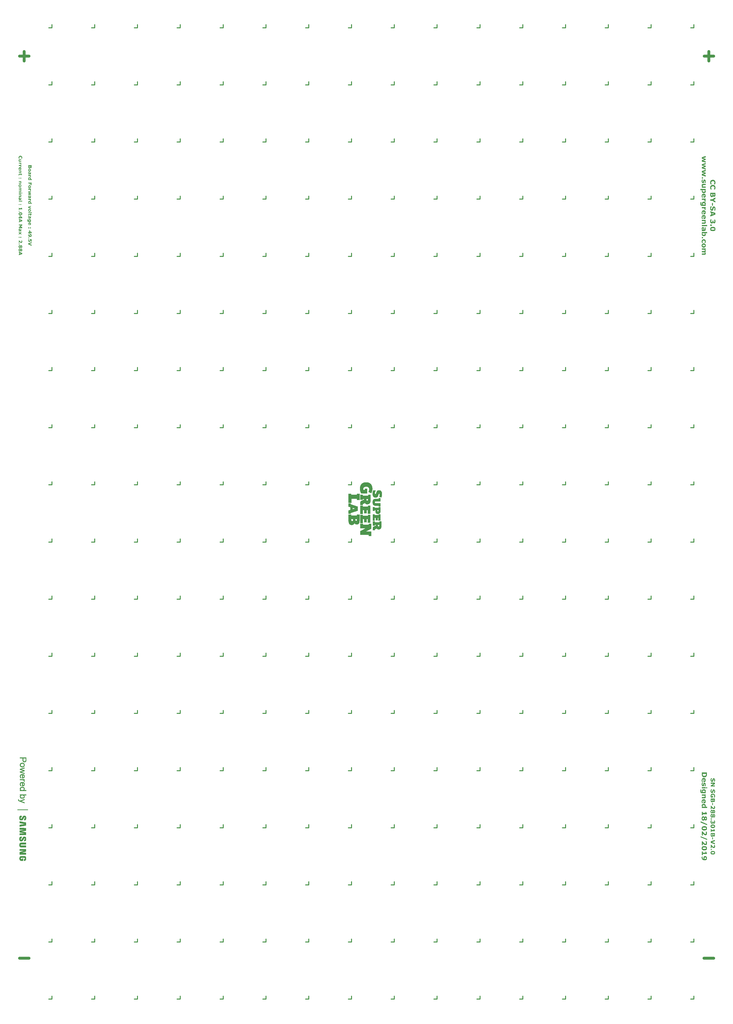
<source format=gto>
%FSLAX25Y25*%
%MOIN*%
G70*
G01*
G75*
%ADD10R,0.10827X0.16929*%
%ADD11R,0.10827X0.22835*%
%ADD12R,0.11024X0.04921*%
%ADD13R,0.01378X0.02165*%
%ADD14R,0.19685X0.39370*%
%ADD15O,0.15748X0.31102*%
%ADD16O,0.15748X0.29134*%
%ADD17C,0.23622*%
%ADD18C,0.15748*%
%ADD19C,0.01181*%
%ADD20C,0.00100*%
%ADD21C,0.03937*%
G36*
X-475117Y433612D02*
X-475984D01*
Y434815D01*
X-475117D01*
Y433612D01*
D02*
G37*
G36*
X-476487Y431425D02*
X-476873D01*
X-476866Y431411D01*
X-476837Y431374D01*
X-476793Y431316D01*
X-476735Y431243D01*
X-476677Y431156D01*
X-476618Y431054D01*
X-476560Y430952D01*
X-476509Y430850D01*
X-476502Y430835D01*
X-476487Y430798D01*
X-476465Y430740D01*
X-476443Y430667D01*
X-476421Y430573D01*
X-476400Y430470D01*
X-476385Y430354D01*
X-476378Y430230D01*
Y430223D01*
Y430201D01*
Y430171D01*
X-476385Y430135D01*
Y430084D01*
X-476392Y430033D01*
X-476421Y429902D01*
X-476458Y429756D01*
X-476524Y429610D01*
X-476604Y429464D01*
X-476662Y429399D01*
X-476720Y429333D01*
X-476728Y429326D01*
X-476735Y429319D01*
X-476757Y429304D01*
X-476786Y429282D01*
X-476815Y429260D01*
X-476859Y429231D01*
X-476910Y429202D01*
X-476968Y429166D01*
X-477041Y429136D01*
X-477114Y429107D01*
X-477194Y429078D01*
X-477289Y429056D01*
X-477384Y429034D01*
X-477493Y429020D01*
X-477602Y429005D01*
X-480037D01*
Y430150D01*
X-478135D01*
X-478069Y430157D01*
X-477996Y430164D01*
X-477843Y430179D01*
X-477836D01*
X-477807Y430186D01*
X-477770D01*
X-477719Y430193D01*
X-477617Y430215D01*
X-477566Y430237D01*
X-477522Y430252D01*
X-477515D01*
X-477500Y430259D01*
X-477457Y430296D01*
X-477406Y430354D01*
X-477355Y430434D01*
Y430441D01*
X-477347Y430456D01*
X-477333Y430485D01*
X-477325Y430521D01*
X-477311Y430573D01*
X-477304Y430631D01*
X-477296Y430696D01*
Y430769D01*
Y430777D01*
Y430798D01*
Y430828D01*
X-477304Y430871D01*
X-477311Y430915D01*
X-477318Y430973D01*
X-477347Y431090D01*
Y431097D01*
X-477355Y431119D01*
X-477369Y431148D01*
X-477384Y431192D01*
X-477413Y431236D01*
X-477442Y431294D01*
X-477515Y431425D01*
X-480037D01*
Y432570D01*
X-476487D01*
Y431425D01*
D02*
G37*
G36*
X477878Y-456564D02*
X476739D01*
Y-453548D01*
X477878D01*
Y-456564D01*
D02*
G37*
G36*
X480574Y-449968D02*
Y-449977D01*
Y-449996D01*
Y-450041D01*
Y-450087D01*
Y-450141D01*
Y-450214D01*
X480565Y-450369D01*
Y-450542D01*
X480556Y-450715D01*
X480538Y-450879D01*
X480529Y-450952D01*
X480519Y-451016D01*
Y-451034D01*
X480510Y-451070D01*
X480501Y-451134D01*
X480474Y-451225D01*
X480447Y-451316D01*
X480410Y-451435D01*
X480365Y-451553D01*
X480310Y-451672D01*
X480301Y-451690D01*
X480283Y-451726D01*
X480246Y-451781D01*
X480192Y-451854D01*
X480128Y-451936D01*
X480046Y-452018D01*
X479955Y-452100D01*
X479854Y-452164D01*
X479845Y-452173D01*
X479809Y-452191D01*
X479745Y-452218D01*
X479663Y-452255D01*
X479572Y-452282D01*
X479463Y-452310D01*
X479335Y-452328D01*
X479199Y-452337D01*
X479126D01*
X479053Y-452328D01*
X478953Y-452310D01*
X478834Y-452282D01*
X478707Y-452237D01*
X478579Y-452182D01*
X478452Y-452109D01*
X478433Y-452100D01*
X478397Y-452064D01*
X478342Y-452018D01*
X478269Y-451945D01*
X478187Y-451854D01*
X478096Y-451745D01*
X478014Y-451617D01*
X477941Y-451471D01*
X477905D01*
Y-451480D01*
X477896Y-451499D01*
Y-451526D01*
X477887Y-451562D01*
X477850Y-451672D01*
X477805Y-451799D01*
X477741Y-451945D01*
X477659Y-452100D01*
X477559Y-452246D01*
X477431Y-452382D01*
X477413Y-452401D01*
X477367Y-452437D01*
X477285Y-452492D01*
X477176Y-452556D01*
X477049Y-452619D01*
X476885Y-452674D01*
X476693Y-452710D01*
X476484Y-452729D01*
X476411D01*
X476329Y-452719D01*
X476229Y-452710D01*
X476110Y-452683D01*
X475983Y-452656D01*
X475846Y-452610D01*
X475718Y-452556D01*
X475700Y-452546D01*
X475664Y-452528D01*
X475600Y-452483D01*
X475527Y-452428D01*
X475436Y-452364D01*
X475345Y-452282D01*
X475254Y-452191D01*
X475163Y-452082D01*
X475154Y-452064D01*
X475117Y-452018D01*
X475081Y-451954D01*
X475026Y-451854D01*
X474962Y-451745D01*
X474899Y-451617D01*
X474844Y-451471D01*
X474798Y-451316D01*
Y-451307D01*
Y-451298D01*
X474789Y-451271D01*
X474780Y-451244D01*
X474762Y-451153D01*
X474744Y-451025D01*
X474726Y-450870D01*
X474707Y-450697D01*
X474698Y-450488D01*
X474689Y-450260D01*
Y-447691D01*
X480574D01*
Y-449968D01*
D02*
G37*
G36*
X476238Y-430373D02*
X476229Y-430391D01*
X476201Y-430436D01*
X476165Y-430509D01*
X476110Y-430610D01*
X476056Y-430728D01*
X475992Y-430865D01*
X475937Y-431019D01*
X475873Y-431192D01*
Y-431202D01*
X475864Y-431211D01*
Y-431238D01*
X475855Y-431275D01*
X475828Y-431366D01*
X475801Y-431475D01*
X475773Y-431612D01*
X475755Y-431757D01*
X475737Y-431912D01*
X475728Y-432058D01*
Y-432067D01*
Y-432094D01*
Y-432140D01*
X475737Y-432204D01*
Y-432277D01*
X475746Y-432359D01*
X475764Y-432550D01*
Y-432559D01*
X475773Y-432595D01*
X475782Y-432650D01*
X475801Y-432714D01*
X475846Y-432860D01*
X475928Y-433005D01*
X475937Y-433014D01*
X475946Y-433033D01*
X475992Y-433087D01*
X476074Y-433169D01*
X476165Y-433242D01*
X476174D01*
X476192Y-433260D01*
X476220Y-433270D01*
X476265Y-433288D01*
X476329Y-433306D01*
X476393Y-433315D01*
X476475Y-433333D01*
X476620D01*
X476666Y-433324D01*
X476721Y-433315D01*
X476848Y-433279D01*
X476912Y-433251D01*
X476967Y-433206D01*
X476976Y-433197D01*
X476994Y-433188D01*
X477012Y-433160D01*
X477049Y-433124D01*
X477112Y-433024D01*
X477167Y-432896D01*
Y-432887D01*
X477176Y-432860D01*
X477185Y-432823D01*
X477204Y-432768D01*
X477213Y-432696D01*
X477222Y-432623D01*
X477231Y-432532D01*
X477240Y-432432D01*
Y-432422D01*
Y-432386D01*
Y-432331D01*
X477249Y-432268D01*
Y-432186D01*
Y-432103D01*
Y-431921D01*
Y-431602D01*
X478297D01*
Y-431940D01*
Y-431958D01*
Y-431994D01*
Y-432049D01*
Y-432122D01*
X478306Y-432213D01*
Y-432304D01*
X478315Y-432486D01*
Y-432495D01*
Y-432523D01*
X478324Y-432568D01*
X478333Y-432623D01*
X478361Y-432759D01*
X478406Y-432887D01*
Y-432896D01*
X478415Y-432914D01*
X478433Y-432951D01*
X478461Y-432987D01*
X478515Y-433069D01*
X478597Y-433151D01*
X478606D01*
X478625Y-433169D01*
X478652Y-433179D01*
X478688Y-433197D01*
X478743Y-433215D01*
X478807Y-433224D01*
X478880Y-433242D01*
X479026D01*
X479062Y-433233D01*
X479153Y-433206D01*
X479244Y-433151D01*
X479253D01*
X479262Y-433133D01*
X479308Y-433087D01*
X479363Y-433014D01*
X479417Y-432914D01*
Y-432905D01*
X479426Y-432887D01*
X479435Y-432851D01*
X479454Y-432814D01*
X479472Y-432759D01*
X479481Y-432696D01*
X479508Y-432550D01*
Y-432541D01*
X479517Y-432514D01*
Y-432477D01*
X479527Y-432432D01*
X479536Y-432313D01*
Y-432195D01*
Y-432176D01*
Y-432131D01*
X479527Y-432058D01*
X479517Y-431958D01*
X479508Y-431830D01*
X479481Y-431694D01*
X479454Y-431548D01*
X479408Y-431384D01*
Y-431375D01*
X479399Y-431366D01*
X479381Y-431311D01*
X479353Y-431229D01*
X479317Y-431120D01*
X479262Y-430983D01*
X479199Y-430846D01*
X479126Y-430701D01*
X479044Y-430546D01*
Y-430400D01*
X480319D01*
X480328Y-430418D01*
X480337Y-430455D01*
X480365Y-430527D01*
X480401Y-430628D01*
X480438Y-430755D01*
X480474Y-430901D01*
X480519Y-431074D01*
X480565Y-431275D01*
Y-431284D01*
X480574Y-431302D01*
Y-431329D01*
X480583Y-431375D01*
X480592Y-431420D01*
X480602Y-431484D01*
X480629Y-431621D01*
X480656Y-431794D01*
X480674Y-431985D01*
X480684Y-432195D01*
X480693Y-432404D01*
Y-432413D01*
Y-432432D01*
Y-432459D01*
Y-432495D01*
X480684Y-432605D01*
Y-432732D01*
X480665Y-432887D01*
X480647Y-433051D01*
X480629Y-433215D01*
X480592Y-433379D01*
Y-433388D01*
Y-433397D01*
X480574Y-433452D01*
X480556Y-433525D01*
X480519Y-433625D01*
X480483Y-433734D01*
X480447Y-433853D01*
X480392Y-433962D01*
X480337Y-434071D01*
X480328Y-434090D01*
X480301Y-434126D01*
X480255Y-434181D01*
X480201Y-434254D01*
X480137Y-434336D01*
X480055Y-434417D01*
X479964Y-434490D01*
X479864Y-434554D01*
X479854Y-434563D01*
X479818Y-434581D01*
X479754Y-434609D01*
X479681Y-434636D01*
X479590Y-434663D01*
X479472Y-434691D01*
X479353Y-434709D01*
X479217Y-434718D01*
X479135D01*
X479044Y-434700D01*
X478925Y-434682D01*
X478789Y-434645D01*
X478643Y-434590D01*
X478497Y-434509D01*
X478342Y-434408D01*
X478324Y-434399D01*
X478278Y-434354D01*
X478215Y-434290D01*
X478142Y-434199D01*
X478060Y-434080D01*
X477978Y-433944D01*
X477905Y-433789D01*
X477859Y-433607D01*
X477796D01*
Y-433616D01*
X477786Y-433643D01*
Y-433680D01*
X477768Y-433734D01*
X477759Y-433798D01*
X477741Y-433871D01*
X477686Y-434035D01*
Y-434044D01*
X477668Y-434071D01*
X477650Y-434117D01*
X477623Y-434171D01*
X477550Y-434308D01*
X477449Y-434445D01*
X477440Y-434454D01*
X477422Y-434481D01*
X477386Y-434509D01*
X477340Y-434554D01*
X477285Y-434609D01*
X477213Y-434654D01*
X477058Y-434755D01*
X477049Y-434764D01*
X477021Y-434773D01*
X476967Y-434791D01*
X476903Y-434818D01*
X476821Y-434836D01*
X476721Y-434855D01*
X476602Y-434864D01*
X476475Y-434873D01*
X476402D01*
X476320Y-434864D01*
X476220Y-434855D01*
X476101Y-434827D01*
X475964Y-434800D01*
X475828Y-434755D01*
X475691Y-434700D01*
X475673Y-434691D01*
X475637Y-434672D01*
X475564Y-434627D01*
X475482Y-434572D01*
X475391Y-434509D01*
X475281Y-434417D01*
X475181Y-434317D01*
X475081Y-434199D01*
X475072Y-434181D01*
X475044Y-434144D01*
X474999Y-434071D01*
X474944Y-433980D01*
X474880Y-433862D01*
X474817Y-433734D01*
X474753Y-433579D01*
X474698Y-433415D01*
Y-433406D01*
X474689Y-433397D01*
Y-433370D01*
X474680Y-433333D01*
X474662Y-433242D01*
X474635Y-433115D01*
X474607Y-432951D01*
X474589Y-432768D01*
X474580Y-432559D01*
X474571Y-432331D01*
Y-432322D01*
Y-432295D01*
Y-432258D01*
Y-432213D01*
Y-432149D01*
X474580Y-432076D01*
X474589Y-431903D01*
X474598Y-431703D01*
X474625Y-431493D01*
X474653Y-431284D01*
X474689Y-431074D01*
Y-431065D01*
X474698Y-431056D01*
Y-431029D01*
X474707Y-430992D01*
X474735Y-430892D01*
X474762Y-430773D01*
X474798Y-430637D01*
X474835Y-430500D01*
X474890Y-430354D01*
X474935Y-430227D01*
X476238D01*
Y-430373D01*
D02*
G37*
G36*
X476247Y-428942D02*
X474689D01*
Y-427466D01*
X476247D01*
Y-428942D01*
D02*
G37*
G36*
X479791Y-442252D02*
Y-442288D01*
Y-442343D01*
Y-442416D01*
X479800Y-442498D01*
Y-442589D01*
X479818Y-442780D01*
Y-442790D01*
X479827Y-442826D01*
X479836Y-442872D01*
X479845Y-442935D01*
X479882Y-443081D01*
X479937Y-443218D01*
X479946Y-443227D01*
X479955Y-443254D01*
X479973Y-443291D01*
X480009Y-443327D01*
X480082Y-443427D01*
X480137Y-443473D01*
X480192Y-443518D01*
X480201Y-443528D01*
X480219Y-443537D01*
X480255Y-443555D01*
X480301Y-443573D01*
X480356Y-443600D01*
X480428Y-443619D01*
X480501Y-443637D01*
X480592Y-443646D01*
Y-444958D01*
X475718D01*
Y-446169D01*
X474689D01*
Y-442243D01*
X475718D01*
Y-443482D01*
X478834D01*
Y-442243D01*
X479791D01*
Y-442252D01*
D02*
G37*
G36*
X477905Y-435884D02*
X477987D01*
X478087Y-435893D01*
X478297Y-435902D01*
X478515Y-435930D01*
X478743Y-435957D01*
X478962Y-436003D01*
X478971D01*
X478989Y-436012D01*
X479016Y-436021D01*
X479053Y-436030D01*
X479162Y-436057D01*
X479290Y-436112D01*
X479445Y-436167D01*
X479599Y-436239D01*
X479763Y-436331D01*
X479918Y-436431D01*
X479937Y-436449D01*
X479982Y-436485D01*
X480046Y-436549D01*
X480137Y-436631D01*
X480228Y-436740D01*
X480319Y-436877D01*
X480410Y-437023D01*
X480492Y-437187D01*
Y-437196D01*
X480501Y-437205D01*
X480510Y-437232D01*
X480519Y-437269D01*
X480538Y-437314D01*
X480556Y-437369D01*
X480592Y-437506D01*
X480629Y-437661D01*
X480665Y-437852D01*
X480684Y-438071D01*
X480693Y-438307D01*
Y-438316D01*
Y-438335D01*
Y-438371D01*
Y-438417D01*
X480684Y-438481D01*
Y-438544D01*
X480665Y-438699D01*
X480647Y-438881D01*
X480611Y-439073D01*
X480556Y-439255D01*
X480492Y-439437D01*
Y-439446D01*
X480483Y-439455D01*
X480456Y-439510D01*
X480410Y-439601D01*
X480346Y-439701D01*
X480255Y-439820D01*
X480155Y-439947D01*
X480037Y-440066D01*
X479891Y-440184D01*
X479873Y-440193D01*
X479818Y-440230D01*
X479736Y-440284D01*
X479627Y-440348D01*
X479490Y-440412D01*
X479326Y-440485D01*
X479144Y-440549D01*
X478934Y-440603D01*
X478925D01*
X478907Y-440612D01*
X478880D01*
X478834Y-440621D01*
X478780Y-440640D01*
X478716Y-440649D01*
X478643Y-440658D01*
X478561Y-440676D01*
X478370Y-440694D01*
X478151Y-440722D01*
X477896Y-440731D01*
X477632Y-440740D01*
X477440D01*
X477367Y-440731D01*
X477276D01*
X477185Y-440722D01*
X476976Y-440703D01*
X476757Y-440685D01*
X476529Y-440649D01*
X476302Y-440603D01*
X476293D01*
X476274Y-440594D01*
X476247Y-440585D01*
X476201Y-440576D01*
X476101Y-440549D01*
X475964Y-440503D01*
X475810Y-440439D01*
X475646Y-440366D01*
X475491Y-440284D01*
X475336Y-440184D01*
X475318Y-440175D01*
X475272Y-440129D01*
X475208Y-440066D01*
X475117Y-439984D01*
X475026Y-439874D01*
X474935Y-439747D01*
X474844Y-439592D01*
X474762Y-439428D01*
Y-439419D01*
X474753Y-439410D01*
X474744Y-439382D01*
X474735Y-439346D01*
X474716Y-439300D01*
X474698Y-439246D01*
X474671Y-439118D01*
X474635Y-438954D01*
X474598Y-438763D01*
X474580Y-438544D01*
X474571Y-438307D01*
Y-438298D01*
Y-438280D01*
Y-438244D01*
Y-438198D01*
X474580Y-438143D01*
Y-438071D01*
X474598Y-437916D01*
X474616Y-437743D01*
X474653Y-437551D01*
X474698Y-437360D01*
X474762Y-437178D01*
Y-437169D01*
X474771Y-437160D01*
X474798Y-437105D01*
X474844Y-437014D01*
X474908Y-436914D01*
X474990Y-436786D01*
X475090Y-436668D01*
X475208Y-436540D01*
X475345Y-436422D01*
X475354D01*
X475363Y-436413D01*
X475418Y-436376D01*
X475500Y-436321D01*
X475609Y-436258D01*
X475755Y-436194D01*
X475919Y-436121D01*
X476101Y-436057D01*
X476311Y-436003D01*
X476320D01*
X476338Y-435993D01*
X476365D01*
X476411Y-435984D01*
X476466Y-435975D01*
X476529Y-435966D01*
X476611Y-435948D01*
X476693Y-435939D01*
X476885Y-435912D01*
X477112Y-435893D01*
X477358Y-435884D01*
X477632Y-435875D01*
X477823D01*
X477905Y-435884D01*
D02*
G37*
G36*
X480574Y-458677D02*
X476420Y-460108D01*
X480574Y-461538D01*
Y-463096D01*
X474689Y-460937D01*
Y-459242D01*
X480574Y-457092D01*
Y-458677D01*
D02*
G37*
G36*
X-478120Y446348D02*
X-478047Y446341D01*
X-477960Y446326D01*
X-477865Y446312D01*
X-477763Y446290D01*
X-477654Y446268D01*
X-477537Y446231D01*
X-477427Y446188D01*
X-477311Y446137D01*
X-477194Y446078D01*
X-477085Y446013D01*
X-476975Y445932D01*
X-476881Y445845D01*
X-476873Y445838D01*
X-476859Y445823D01*
X-476837Y445794D01*
X-476801Y445750D01*
X-476764Y445699D01*
X-476720Y445634D01*
X-476677Y445561D01*
X-476626Y445473D01*
X-476582Y445371D01*
X-476538Y445269D01*
X-476494Y445145D01*
X-476458Y445021D01*
X-476421Y444883D01*
X-476400Y444737D01*
X-476385Y444577D01*
X-476378Y444409D01*
Y444402D01*
Y444365D01*
Y444321D01*
X-476385Y444256D01*
X-476392Y444176D01*
X-476407Y444088D01*
X-476421Y443986D01*
X-476443Y443884D01*
X-476465Y443767D01*
X-476502Y443651D01*
X-476545Y443534D01*
X-476589Y443410D01*
X-476655Y443294D01*
X-476720Y443184D01*
X-476801Y443075D01*
X-476888Y442973D01*
X-476895Y442966D01*
X-476910Y442951D01*
X-476939Y442929D01*
X-476983Y442893D01*
X-477034Y442856D01*
X-477092Y442812D01*
X-477165Y442761D01*
X-477245Y442718D01*
X-477340Y442667D01*
X-477442Y442623D01*
X-477559Y442579D01*
X-477683Y442543D01*
X-477814Y442506D01*
X-477952Y442484D01*
X-478105Y442470D01*
X-478266Y442462D01*
X-478346D01*
X-478412Y442470D01*
X-478485Y442477D01*
X-478572Y442492D01*
X-478667Y442506D01*
X-478769Y442528D01*
X-478871Y442557D01*
X-478988Y442586D01*
X-479104Y442630D01*
X-479214Y442681D01*
X-479330Y442739D01*
X-479440Y442812D01*
X-479542Y442885D01*
X-479644Y442980D01*
X-479651Y442987D01*
X-479666Y443002D01*
X-479687Y443031D01*
X-479724Y443075D01*
X-479760Y443126D01*
X-479804Y443191D01*
X-479848Y443264D01*
X-479891Y443352D01*
X-479943Y443447D01*
X-479986Y443556D01*
X-480030Y443673D01*
X-480066Y443797D01*
X-480103Y443935D01*
X-480125Y444081D01*
X-480139Y444241D01*
X-480147Y444409D01*
Y444416D01*
Y444453D01*
Y444496D01*
X-480139Y444562D01*
X-480132Y444642D01*
X-480118Y444730D01*
X-480103Y444824D01*
X-480081Y444934D01*
X-480059Y445050D01*
X-480023Y445167D01*
X-479986Y445284D01*
X-479935Y445408D01*
X-479877Y445524D01*
X-479811Y445634D01*
X-479731Y445743D01*
X-479644Y445845D01*
X-479636Y445852D01*
X-479622Y445867D01*
X-479593Y445889D01*
X-479549Y445925D01*
X-479498Y445962D01*
X-479440Y446005D01*
X-479367Y446049D01*
X-479279Y446100D01*
X-479192Y446144D01*
X-479090Y446195D01*
X-478973Y446239D01*
X-478849Y446275D01*
X-478718Y446312D01*
X-478579Y446334D01*
X-478426Y446348D01*
X-478266Y446355D01*
X-478178D01*
X-478120Y446348D01*
D02*
G37*
G36*
X-476487Y440509D02*
X-476873D01*
X-476866Y440494D01*
X-476837Y440458D01*
X-476793Y440399D01*
X-476742Y440326D01*
X-476684Y440246D01*
X-476618Y440152D01*
X-476560Y440050D01*
X-476509Y439947D01*
X-476502Y439933D01*
X-476487Y439896D01*
X-476465Y439845D01*
X-476443Y439773D01*
X-476421Y439685D01*
X-476400Y439583D01*
X-476385Y439474D01*
X-476378Y439357D01*
Y439350D01*
Y439342D01*
Y439299D01*
X-476385Y439233D01*
X-476400Y439146D01*
X-476414Y439051D01*
X-476443Y438949D01*
X-476487Y438839D01*
X-476538Y438737D01*
X-476545Y438723D01*
X-476567Y438694D01*
X-476604Y438643D01*
X-476655Y438584D01*
X-476720Y438519D01*
X-476801Y438446D01*
X-476888Y438373D01*
X-476997Y438314D01*
Y438307D01*
X-476983Y438300D01*
X-476954Y438256D01*
X-476895Y438191D01*
X-476837Y438103D01*
X-476764Y438001D01*
X-476684Y437892D01*
X-476611Y437775D01*
X-476545Y437651D01*
Y437644D01*
X-476538Y437637D01*
X-476516Y437593D01*
X-476494Y437534D01*
X-476458Y437454D01*
X-476429Y437352D01*
X-476407Y437250D01*
X-476385Y437134D01*
X-476378Y437017D01*
Y437010D01*
Y436988D01*
Y436959D01*
X-476385Y436922D01*
Y436871D01*
X-476392Y436820D01*
X-476421Y436689D01*
X-476465Y436550D01*
X-476524Y436405D01*
X-476611Y436266D01*
X-476669Y436200D01*
X-476728Y436142D01*
X-476735D01*
X-476742Y436128D01*
X-476764Y436113D01*
X-476793Y436098D01*
X-476830Y436069D01*
X-476873Y436047D01*
X-476925Y436018D01*
X-476983Y435989D01*
X-477048Y435967D01*
X-477121Y435938D01*
X-477202Y435909D01*
X-477296Y435887D01*
X-477391Y435872D01*
X-477493Y435858D01*
X-477610Y435843D01*
X-480037D01*
Y436988D01*
X-478033D01*
X-477960Y436995D01*
X-477887D01*
X-477814Y437002D01*
X-477785D01*
X-477748Y437010D01*
X-477712Y437017D01*
X-477617Y437039D01*
X-477522Y437068D01*
X-477515D01*
X-477500Y437075D01*
X-477457Y437112D01*
X-477406Y437163D01*
X-477355Y437243D01*
Y437250D01*
X-477347Y437265D01*
X-477333Y437294D01*
X-477325Y437330D01*
X-477311Y437374D01*
X-477304Y437432D01*
X-477296Y437498D01*
Y437571D01*
Y437578D01*
Y437593D01*
Y437622D01*
X-477304Y437658D01*
X-477318Y437746D01*
X-477347Y437848D01*
Y437855D01*
X-477355Y437870D01*
X-477369Y437899D01*
X-477384Y437943D01*
X-477413Y437986D01*
X-477442Y438045D01*
X-477515Y438176D01*
X-480037D01*
Y439321D01*
X-478033D01*
X-477960Y439328D01*
X-477887D01*
X-477814Y439335D01*
X-477785D01*
X-477748Y439342D01*
X-477712Y439350D01*
X-477617Y439371D01*
X-477522Y439408D01*
X-477515D01*
X-477500Y439415D01*
X-477457Y439452D01*
X-477406Y439503D01*
X-477355Y439583D01*
Y439590D01*
X-477347Y439605D01*
X-477333Y439627D01*
X-477325Y439663D01*
X-477311Y439707D01*
X-477304Y439765D01*
X-477296Y439831D01*
Y439904D01*
Y439911D01*
Y439933D01*
Y439962D01*
X-477304Y440006D01*
X-477311Y440057D01*
X-477325Y440115D01*
X-477369Y440232D01*
Y440239D01*
X-477384Y440261D01*
X-477391Y440290D01*
X-477413Y440326D01*
X-477457Y440414D01*
X-477515Y440509D01*
X-480037D01*
Y441653D01*
X-476487D01*
Y440509D01*
D02*
G37*
G36*
X-464966Y467777D02*
X-464893Y467770D01*
X-464806Y467755D01*
X-464711Y467741D01*
X-464609Y467719D01*
X-464499Y467697D01*
X-464383Y467660D01*
X-464273Y467617D01*
X-464157Y467566D01*
X-464040Y467507D01*
X-463931Y467442D01*
X-463821Y467361D01*
X-463727Y467274D01*
X-463719Y467267D01*
X-463705Y467252D01*
X-463683Y467223D01*
X-463646Y467179D01*
X-463610Y467128D01*
X-463566Y467063D01*
X-463522Y466990D01*
X-463471Y466902D01*
X-463428Y466800D01*
X-463384Y466698D01*
X-463340Y466574D01*
X-463304Y466450D01*
X-463267Y466312D01*
X-463245Y466166D01*
X-463231Y466006D01*
X-463224Y465838D01*
Y465831D01*
Y465794D01*
Y465750D01*
X-463231Y465685D01*
X-463238Y465605D01*
X-463253Y465517D01*
X-463267Y465415D01*
X-463289Y465313D01*
X-463311Y465196D01*
X-463347Y465080D01*
X-463391Y464963D01*
X-463435Y464839D01*
X-463501Y464722D01*
X-463566Y464613D01*
X-463646Y464504D01*
X-463734Y464402D01*
X-463741Y464395D01*
X-463756Y464380D01*
X-463785Y464358D01*
X-463829Y464322D01*
X-463880Y464285D01*
X-463938Y464241D01*
X-464011Y464190D01*
X-464091Y464147D01*
X-464186Y464096D01*
X-464288Y464052D01*
X-464405Y464008D01*
X-464529Y463972D01*
X-464660Y463935D01*
X-464798Y463913D01*
X-464951Y463899D01*
X-465112Y463891D01*
X-465192D01*
X-465258Y463899D01*
X-465330Y463906D01*
X-465418Y463921D01*
X-465513Y463935D01*
X-465615Y463957D01*
X-465717Y463986D01*
X-465833Y464015D01*
X-465950Y464059D01*
X-466059Y464110D01*
X-466176Y464169D01*
X-466285Y464241D01*
X-466387Y464314D01*
X-466490Y464409D01*
X-466497Y464416D01*
X-466511Y464431D01*
X-466533Y464460D01*
X-466570Y464504D01*
X-466606Y464555D01*
X-466650Y464620D01*
X-466694Y464693D01*
X-466737Y464781D01*
X-466788Y464876D01*
X-466832Y464985D01*
X-466876Y465102D01*
X-466912Y465226D01*
X-466949Y465364D01*
X-466971Y465510D01*
X-466985Y465670D01*
X-466993Y465838D01*
Y465845D01*
Y465882D01*
Y465925D01*
X-466985Y465991D01*
X-466978Y466071D01*
X-466963Y466159D01*
X-466949Y466253D01*
X-466927Y466363D01*
X-466905Y466479D01*
X-466869Y466596D01*
X-466832Y466713D01*
X-466781Y466837D01*
X-466723Y466953D01*
X-466657Y467063D01*
X-466577Y467172D01*
X-466490Y467274D01*
X-466482Y467281D01*
X-466468Y467296D01*
X-466438Y467318D01*
X-466395Y467354D01*
X-466344Y467391D01*
X-466285Y467434D01*
X-466213Y467478D01*
X-466125Y467529D01*
X-466038Y467573D01*
X-465936Y467624D01*
X-465819Y467668D01*
X-465695Y467704D01*
X-465564Y467741D01*
X-465425Y467762D01*
X-465272Y467777D01*
X-465112Y467784D01*
X-465024D01*
X-464966Y467777D01*
D02*
G37*
G36*
X-462174Y470576D02*
Y470569D01*
Y470554D01*
Y470518D01*
Y470482D01*
Y470438D01*
Y470380D01*
X-462181Y470256D01*
Y470117D01*
X-462188Y469979D01*
X-462203Y469847D01*
X-462210Y469789D01*
X-462218Y469738D01*
Y469723D01*
X-462225Y469694D01*
X-462232Y469643D01*
X-462254Y469570D01*
X-462276Y469497D01*
X-462305Y469403D01*
X-462341Y469308D01*
X-462385Y469213D01*
X-462393Y469199D01*
X-462407Y469169D01*
X-462436Y469126D01*
X-462480Y469067D01*
X-462531Y469002D01*
X-462597Y468936D01*
X-462670Y468870D01*
X-462750Y468820D01*
X-462757Y468812D01*
X-462786Y468798D01*
X-462837Y468776D01*
X-462903Y468747D01*
X-462976Y468725D01*
X-463063Y468703D01*
X-463165Y468688D01*
X-463275Y468681D01*
X-463333D01*
X-463391Y468688D01*
X-463471Y468703D01*
X-463566Y468725D01*
X-463668Y468761D01*
X-463770Y468805D01*
X-463872Y468863D01*
X-463887Y468870D01*
X-463916Y468900D01*
X-463960Y468936D01*
X-464018Y468994D01*
X-464084Y469067D01*
X-464157Y469155D01*
X-464222Y469257D01*
X-464281Y469374D01*
X-464310D01*
Y469366D01*
X-464317Y469352D01*
Y469330D01*
X-464324Y469301D01*
X-464354Y469213D01*
X-464390Y469111D01*
X-464441Y468994D01*
X-464507Y468870D01*
X-464587Y468754D01*
X-464689Y468645D01*
X-464703Y468630D01*
X-464740Y468601D01*
X-464806Y468557D01*
X-464893Y468506D01*
X-464995Y468455D01*
X-465126Y468411D01*
X-465279Y468382D01*
X-465447Y468367D01*
X-465505D01*
X-465571Y468375D01*
X-465651Y468382D01*
X-465746Y468404D01*
X-465848Y468426D01*
X-465957Y468462D01*
X-466059Y468506D01*
X-466074Y468513D01*
X-466103Y468528D01*
X-466154Y468564D01*
X-466213Y468608D01*
X-466285Y468659D01*
X-466358Y468725D01*
X-466431Y468798D01*
X-466504Y468885D01*
X-466511Y468900D01*
X-466540Y468936D01*
X-466570Y468987D01*
X-466613Y469067D01*
X-466665Y469155D01*
X-466715Y469257D01*
X-466759Y469374D01*
X-466796Y469497D01*
Y469505D01*
Y469512D01*
X-466803Y469534D01*
X-466810Y469556D01*
X-466825Y469629D01*
X-466839Y469731D01*
X-466854Y469855D01*
X-466869Y469993D01*
X-466876Y470161D01*
X-466883Y470343D01*
Y472399D01*
X-462174D01*
Y470576D01*
D02*
G37*
G36*
X476247Y-471140D02*
X474689D01*
Y-469664D01*
X476247D01*
Y-471140D01*
D02*
G37*
G36*
X475673Y-463925D02*
X475682Y-463943D01*
X475700Y-463970D01*
X475728Y-464007D01*
X475764Y-464052D01*
X475810Y-464107D01*
X475910Y-464244D01*
X476028Y-464408D01*
X476165Y-464581D01*
X476320Y-464772D01*
X476475Y-464972D01*
X476484Y-464982D01*
X476493Y-465000D01*
X476520Y-465027D01*
X476548Y-465063D01*
X476630Y-465164D01*
X476730Y-465282D01*
X476848Y-465419D01*
X476967Y-465564D01*
X477094Y-465701D01*
X477222Y-465829D01*
X477231Y-465838D01*
X477240Y-465847D01*
X477267Y-465874D01*
X477304Y-465911D01*
X477386Y-465993D01*
X477495Y-466093D01*
X477623Y-466202D01*
X477759Y-466312D01*
X477896Y-466421D01*
X478023Y-466503D01*
X478042Y-466512D01*
X478087Y-466539D01*
X478151Y-466567D01*
X478242Y-466612D01*
X478342Y-466649D01*
X478461Y-466676D01*
X478579Y-466703D01*
X478707Y-466712D01*
X478770D01*
X478843Y-466703D01*
X478934Y-466676D01*
X479035Y-466649D01*
X479135Y-466603D01*
X479235Y-466539D01*
X479326Y-466448D01*
X479335Y-466439D01*
X479363Y-466403D01*
X479399Y-466339D01*
X479445Y-466257D01*
X479481Y-466157D01*
X479517Y-466029D01*
X479545Y-465874D01*
X479554Y-465701D01*
Y-465683D01*
Y-465637D01*
X479545Y-465564D01*
X479536Y-465473D01*
X479517Y-465355D01*
X479490Y-465228D01*
X479454Y-465082D01*
X479399Y-464936D01*
X479390Y-464918D01*
X479372Y-464872D01*
X479335Y-464790D01*
X479290Y-464690D01*
X479235Y-464581D01*
X479171Y-464453D01*
X479016Y-464189D01*
Y-464071D01*
X480319D01*
X480328Y-464080D01*
X480337Y-464125D01*
X480365Y-464189D01*
X480401Y-464280D01*
X480438Y-464389D01*
X480474Y-464535D01*
X480519Y-464699D01*
X480565Y-464890D01*
Y-464899D01*
X480574Y-464918D01*
Y-464945D01*
X480583Y-464991D01*
X480592Y-465036D01*
X480602Y-465091D01*
X480629Y-465237D01*
X480656Y-465401D01*
X480674Y-465592D01*
X480684Y-465792D01*
X480693Y-465993D01*
Y-466002D01*
Y-466038D01*
Y-466102D01*
X480684Y-466175D01*
X480674Y-466266D01*
X480665Y-466375D01*
X480656Y-466494D01*
X480638Y-466621D01*
X480583Y-466895D01*
X480501Y-467177D01*
X480447Y-467314D01*
X480383Y-467450D01*
X480310Y-467569D01*
X480228Y-467687D01*
X480219Y-467696D01*
X480210Y-467715D01*
X480182Y-467742D01*
X480146Y-467778D01*
X480091Y-467824D01*
X480037Y-467869D01*
X479964Y-467924D01*
X479891Y-467979D01*
X479800Y-468033D01*
X479700Y-468088D01*
X479590Y-468134D01*
X479472Y-468179D01*
X479344Y-468216D01*
X479208Y-468243D01*
X479062Y-468261D01*
X478907Y-468270D01*
X478816D01*
X478761Y-468261D01*
X478707Y-468252D01*
X478570Y-468234D01*
X478406Y-468197D01*
X478224Y-468152D01*
X478042Y-468079D01*
X477850Y-467988D01*
X477841D01*
X477832Y-467979D01*
X477805Y-467961D01*
X477768Y-467933D01*
X477668Y-467869D01*
X477531Y-467778D01*
X477377Y-467651D01*
X477204Y-467505D01*
X477012Y-467332D01*
X476812Y-467132D01*
X476793Y-467113D01*
X476757Y-467068D01*
X476693Y-467004D01*
X476611Y-466913D01*
X476520Y-466804D01*
X476420Y-466676D01*
X476201Y-466412D01*
X476192Y-466394D01*
X476156Y-466357D01*
X476110Y-466284D01*
X476056Y-466211D01*
X475928Y-466038D01*
X475864Y-465956D01*
X475819Y-465893D01*
Y-468543D01*
X474689D01*
Y-463916D01*
X475664D01*
X475673Y-463925D01*
D02*
G37*
G36*
X477905Y-472324D02*
X477987D01*
X478087Y-472333D01*
X478297Y-472342D01*
X478515Y-472370D01*
X478743Y-472397D01*
X478962Y-472443D01*
X478971D01*
X478989Y-472452D01*
X479016Y-472461D01*
X479053Y-472470D01*
X479162Y-472497D01*
X479290Y-472552D01*
X479445Y-472607D01*
X479599Y-472680D01*
X479763Y-472771D01*
X479918Y-472871D01*
X479937Y-472889D01*
X479982Y-472925D01*
X480046Y-472989D01*
X480137Y-473071D01*
X480228Y-473180D01*
X480319Y-473317D01*
X480410Y-473463D01*
X480492Y-473627D01*
Y-473636D01*
X480501Y-473645D01*
X480510Y-473672D01*
X480519Y-473709D01*
X480538Y-473754D01*
X480556Y-473809D01*
X480592Y-473946D01*
X480629Y-474101D01*
X480665Y-474292D01*
X480684Y-474511D01*
X480693Y-474747D01*
Y-474756D01*
Y-474775D01*
Y-474811D01*
Y-474857D01*
X480684Y-474921D01*
Y-474984D01*
X480665Y-475139D01*
X480647Y-475321D01*
X480611Y-475513D01*
X480556Y-475695D01*
X480492Y-475877D01*
Y-475886D01*
X480483Y-475895D01*
X480456Y-475950D01*
X480410Y-476041D01*
X480346Y-476141D01*
X480255Y-476260D01*
X480155Y-476387D01*
X480037Y-476506D01*
X479891Y-476624D01*
X479873Y-476633D01*
X479818Y-476670D01*
X479736Y-476724D01*
X479627Y-476788D01*
X479490Y-476852D01*
X479326Y-476925D01*
X479144Y-476989D01*
X478934Y-477043D01*
X478925D01*
X478907Y-477052D01*
X478880D01*
X478834Y-477061D01*
X478780Y-477080D01*
X478716Y-477089D01*
X478643Y-477098D01*
X478561Y-477116D01*
X478370Y-477134D01*
X478151Y-477162D01*
X477896Y-477171D01*
X477632Y-477180D01*
X477440D01*
X477367Y-477171D01*
X477276D01*
X477185Y-477162D01*
X476976Y-477143D01*
X476757Y-477125D01*
X476529Y-477089D01*
X476302Y-477043D01*
X476293D01*
X476274Y-477034D01*
X476247Y-477025D01*
X476201Y-477016D01*
X476101Y-476989D01*
X475964Y-476943D01*
X475810Y-476879D01*
X475646Y-476806D01*
X475491Y-476724D01*
X475336Y-476624D01*
X475318Y-476615D01*
X475272Y-476569D01*
X475208Y-476506D01*
X475117Y-476424D01*
X475026Y-476314D01*
X474935Y-476187D01*
X474844Y-476032D01*
X474762Y-475868D01*
Y-475859D01*
X474753Y-475850D01*
X474744Y-475822D01*
X474735Y-475786D01*
X474716Y-475740D01*
X474698Y-475686D01*
X474671Y-475558D01*
X474635Y-475394D01*
X474598Y-475203D01*
X474580Y-474984D01*
X474571Y-474747D01*
Y-474738D01*
Y-474720D01*
Y-474684D01*
Y-474638D01*
X474580Y-474583D01*
Y-474511D01*
X474598Y-474356D01*
X474616Y-474183D01*
X474653Y-473991D01*
X474698Y-473800D01*
X474762Y-473618D01*
Y-473609D01*
X474771Y-473600D01*
X474798Y-473545D01*
X474844Y-473454D01*
X474908Y-473354D01*
X474990Y-473226D01*
X475090Y-473108D01*
X475208Y-472980D01*
X475345Y-472862D01*
X475354D01*
X475363Y-472853D01*
X475418Y-472816D01*
X475500Y-472761D01*
X475609Y-472698D01*
X475755Y-472634D01*
X475919Y-472561D01*
X476101Y-472497D01*
X476311Y-472443D01*
X476320D01*
X476338Y-472434D01*
X476365D01*
X476411Y-472424D01*
X476466Y-472415D01*
X476529Y-472406D01*
X476611Y-472388D01*
X476693Y-472379D01*
X476885Y-472352D01*
X477112Y-472333D01*
X477358Y-472324D01*
X477632Y-472315D01*
X477823D01*
X477905Y-472324D01*
D02*
G37*
G36*
X-476487Y433642D02*
X-480037D01*
Y434786D01*
X-476487D01*
Y433642D01*
D02*
G37*
G36*
X477768Y-393268D02*
X477869Y-393277D01*
X477987Y-393286D01*
X478115Y-393304D01*
X478269Y-393331D01*
X478433Y-393368D01*
X478597Y-393413D01*
X478780Y-393468D01*
X478962Y-393541D01*
X479144Y-393623D01*
X479335Y-393714D01*
X479508Y-393832D01*
X479681Y-393960D01*
X479845Y-394115D01*
X479854Y-394124D01*
X479882Y-394151D01*
X479927Y-394206D01*
X479982Y-394270D01*
X480046Y-394361D01*
X480110Y-394470D01*
X480192Y-394588D01*
X480273Y-394734D01*
X480346Y-394898D01*
X480428Y-395071D01*
X480492Y-395272D01*
X480565Y-395481D01*
X480611Y-395709D01*
X480656Y-395964D01*
X480684Y-396219D01*
X480693Y-396502D01*
Y-396511D01*
Y-396529D01*
Y-396556D01*
Y-396602D01*
Y-396656D01*
X480684Y-396711D01*
Y-396857D01*
X480665Y-397030D01*
X480647Y-397212D01*
X480620Y-397404D01*
X480583Y-397604D01*
Y-397613D01*
X480574Y-397631D01*
Y-397659D01*
X480565Y-397695D01*
X480547Y-397750D01*
X480529Y-397804D01*
X480492Y-397950D01*
X480438Y-398123D01*
X480365Y-398324D01*
X480273Y-398542D01*
X480164Y-398779D01*
X478789D01*
Y-398606D01*
Y-398597D01*
X478807Y-398588D01*
X478825Y-398561D01*
X478852Y-398524D01*
X478880Y-398479D01*
X478916Y-398424D01*
X478962Y-398351D01*
X479016Y-398278D01*
X479026Y-398269D01*
X479044Y-398242D01*
X479071Y-398205D01*
X479108Y-398151D01*
X479153Y-398087D01*
X479189Y-398014D01*
X479281Y-397868D01*
X479290Y-397859D01*
X479299Y-397832D01*
X479326Y-397777D01*
X479353Y-397713D01*
X479390Y-397640D01*
X479426Y-397549D01*
X479463Y-397440D01*
X479499Y-397331D01*
Y-397322D01*
X479517Y-397276D01*
X479527Y-397221D01*
X479545Y-397139D01*
X479563Y-397039D01*
X479572Y-396930D01*
X479590Y-396811D01*
Y-396684D01*
Y-396666D01*
Y-396620D01*
X479581Y-396538D01*
X479572Y-396447D01*
X479563Y-396328D01*
X479545Y-396210D01*
X479508Y-396083D01*
X479472Y-395955D01*
X479463Y-395937D01*
X479454Y-395900D01*
X479417Y-395837D01*
X479381Y-395755D01*
X479335Y-395663D01*
X479272Y-395563D01*
X479199Y-395463D01*
X479108Y-395363D01*
X479098Y-395354D01*
X479062Y-395326D01*
X479016Y-395281D01*
X478943Y-395226D01*
X478852Y-395163D01*
X478752Y-395099D01*
X478634Y-395026D01*
X478497Y-394971D01*
X478479Y-394962D01*
X478433Y-394953D01*
X478361Y-394926D01*
X478260Y-394907D01*
X478133Y-394880D01*
X477987Y-394853D01*
X477832Y-394844D01*
X477659Y-394834D01*
X477568D01*
X477495Y-394844D01*
X477413Y-394853D01*
X477322Y-394862D01*
X477222Y-394880D01*
X477103Y-394898D01*
X476866Y-394962D01*
X476620Y-395053D01*
X476493Y-395108D01*
X476374Y-395181D01*
X476265Y-395254D01*
X476165Y-395345D01*
X476156Y-395354D01*
X476147Y-395372D01*
X476119Y-395399D01*
X476083Y-395445D01*
X476047Y-395499D01*
X476001Y-395563D01*
X475955Y-395645D01*
X475910Y-395727D01*
X475864Y-395837D01*
X475819Y-395946D01*
X475773Y-396074D01*
X475737Y-396210D01*
X475700Y-396356D01*
X475673Y-396520D01*
X475664Y-396693D01*
X475655Y-396875D01*
Y-396893D01*
Y-396930D01*
Y-396994D01*
Y-397066D01*
Y-397076D01*
Y-397085D01*
Y-397130D01*
Y-397194D01*
X475664Y-397267D01*
X476821D01*
Y-396092D01*
X477932D01*
Y-398807D01*
X475026D01*
X475017Y-398788D01*
X474999Y-398734D01*
X474971Y-398642D01*
X474926Y-398524D01*
X474880Y-398369D01*
X474835Y-398196D01*
X474771Y-397987D01*
X474716Y-397750D01*
Y-397741D01*
X474707Y-397722D01*
Y-397686D01*
X474698Y-397640D01*
X474680Y-397577D01*
X474671Y-397513D01*
X474662Y-397431D01*
X474644Y-397349D01*
X474616Y-397148D01*
X474598Y-396930D01*
X474580Y-396702D01*
X474571Y-396456D01*
Y-396438D01*
Y-396392D01*
X474580Y-396310D01*
Y-396210D01*
X474598Y-396083D01*
X474616Y-395937D01*
X474635Y-395773D01*
X474671Y-395600D01*
X474716Y-395417D01*
X474771Y-395226D01*
X474835Y-395026D01*
X474917Y-394834D01*
X475008Y-394634D01*
X475117Y-394452D01*
X475236Y-394270D01*
X475382Y-394106D01*
X475391Y-394097D01*
X475418Y-394069D01*
X475463Y-394024D01*
X475536Y-393978D01*
X475618Y-393905D01*
X475718Y-393842D01*
X475837Y-393759D01*
X475974Y-393687D01*
X476128Y-393605D01*
X476293Y-393523D01*
X476475Y-393459D01*
X476684Y-393395D01*
X476894Y-393340D01*
X477131Y-393295D01*
X477377Y-393268D01*
X477641Y-393259D01*
X477704D01*
X477768Y-393268D01*
D02*
G37*
G36*
X476447Y-387683D02*
Y-387692D01*
X476429Y-387701D01*
X476411Y-387729D01*
X476384Y-387765D01*
X476320Y-387865D01*
X476229Y-387993D01*
X476138Y-388148D01*
X476037Y-388330D01*
X475946Y-388530D01*
X475864Y-388740D01*
Y-388749D01*
X475855Y-388767D01*
X475846Y-388795D01*
X475837Y-388840D01*
X475819Y-388895D01*
X475801Y-388949D01*
X475764Y-389095D01*
X475728Y-389268D01*
X475691Y-389460D01*
X475673Y-389660D01*
X475664Y-389860D01*
Y-389870D01*
Y-389888D01*
Y-389915D01*
Y-389961D01*
X475673Y-390006D01*
Y-390070D01*
Y-390143D01*
X475682Y-390225D01*
Y-390234D01*
X475691Y-390261D01*
Y-390307D01*
X475700Y-390361D01*
X475728Y-390480D01*
X475764Y-390598D01*
Y-390608D01*
X475773Y-390626D01*
X475791Y-390662D01*
X475819Y-390699D01*
X475873Y-390790D01*
X475946Y-390881D01*
X475955Y-390890D01*
X475964Y-390899D01*
X475992Y-390917D01*
X476028Y-390945D01*
X476074Y-390963D01*
X476128Y-390981D01*
X476192Y-390990D01*
X476265Y-390999D01*
X476302D01*
X476329Y-390990D01*
X476374Y-390981D01*
X476429Y-390954D01*
X476484Y-390926D01*
X476539Y-390881D01*
X476593Y-390826D01*
X476602Y-390817D01*
X476620Y-390799D01*
X476648Y-390762D01*
X476675Y-390708D01*
X476712Y-390635D01*
X476748Y-390562D01*
X476784Y-390462D01*
X476812Y-390352D01*
Y-390334D01*
X476830Y-390298D01*
X476839Y-390225D01*
X476857Y-390134D01*
X476885Y-390034D01*
X476912Y-389915D01*
X476930Y-389778D01*
X476958Y-389642D01*
Y-389624D01*
X476967Y-389578D01*
X476985Y-389505D01*
X477012Y-389423D01*
X477030Y-389314D01*
X477067Y-389195D01*
X477140Y-388949D01*
Y-388940D01*
X477149Y-388913D01*
X477167Y-388877D01*
X477185Y-388831D01*
X477204Y-388767D01*
X477240Y-388694D01*
X477313Y-388540D01*
X477404Y-388357D01*
X477513Y-388184D01*
X477641Y-388011D01*
X477714Y-387938D01*
X477786Y-387875D01*
X477796D01*
X477805Y-387865D01*
X477832Y-387847D01*
X477859Y-387829D01*
X477950Y-387774D01*
X478078Y-387720D01*
X478224Y-387656D01*
X478406Y-387610D01*
X478606Y-387574D01*
X478825Y-387556D01*
X478862D01*
X478907Y-387565D01*
X478962D01*
X479035Y-387574D01*
X479117Y-387592D01*
X479199Y-387619D01*
X479299Y-387647D01*
X479408Y-387683D01*
X479508Y-387738D01*
X479627Y-387792D01*
X479736Y-387865D01*
X479845Y-387947D01*
X479955Y-388048D01*
X480064Y-388157D01*
X480164Y-388284D01*
X480173Y-388294D01*
X480192Y-388321D01*
X480210Y-388357D01*
X480246Y-388421D01*
X480283Y-388494D01*
X480328Y-388576D01*
X480383Y-388685D01*
X480428Y-388804D01*
X480474Y-388931D01*
X480529Y-389077D01*
X480574Y-389232D01*
X480611Y-389396D01*
X480647Y-389578D01*
X480674Y-389769D01*
X480684Y-389979D01*
X480693Y-390188D01*
Y-390197D01*
Y-390216D01*
Y-390243D01*
Y-390289D01*
Y-390343D01*
X480684Y-390398D01*
X480674Y-390544D01*
X480665Y-390717D01*
X480647Y-390908D01*
X480611Y-391118D01*
X480574Y-391327D01*
Y-391336D01*
X480565Y-391354D01*
Y-391382D01*
X480556Y-391427D01*
X480547Y-391473D01*
X480529Y-391528D01*
X480501Y-391664D01*
X480456Y-391819D01*
X480410Y-391992D01*
X480356Y-392156D01*
X480292Y-392320D01*
X478943D01*
Y-392156D01*
X478953Y-392138D01*
X478989Y-392092D01*
X479044Y-392020D01*
X479108Y-391910D01*
X479180Y-391783D01*
X479262Y-391637D01*
X479344Y-391473D01*
X479417Y-391282D01*
Y-391272D01*
X479426Y-391254D01*
X479435Y-391227D01*
X479445Y-391191D01*
X479463Y-391145D01*
X479481Y-391090D01*
X479517Y-390954D01*
X479545Y-390799D01*
X479581Y-390617D01*
X479599Y-390425D01*
X479608Y-390225D01*
Y-390216D01*
Y-390188D01*
Y-390152D01*
Y-390106D01*
X479599Y-389979D01*
X479581Y-389842D01*
Y-389833D01*
X479572Y-389815D01*
Y-389778D01*
X479563Y-389733D01*
X479527Y-389615D01*
X479481Y-389487D01*
Y-389478D01*
X479472Y-389460D01*
X479454Y-389432D01*
X479435Y-389396D01*
X479381Y-389314D01*
X479299Y-389223D01*
X479290D01*
X479281Y-389205D01*
X479253Y-389186D01*
X479217Y-389168D01*
X479135Y-389132D01*
X479080Y-389123D01*
X479026Y-389113D01*
X478989D01*
X478943Y-389123D01*
X478889Y-389132D01*
X478834Y-389159D01*
X478770Y-389186D01*
X478716Y-389232D01*
X478661Y-389286D01*
X478652Y-389296D01*
X478643Y-389323D01*
X478616Y-389369D01*
X478588Y-389441D01*
X478552Y-389532D01*
X478515Y-389651D01*
X478479Y-389788D01*
X478442Y-389961D01*
Y-389979D01*
X478433Y-390015D01*
X478415Y-390079D01*
X478397Y-390161D01*
X478379Y-390252D01*
X478351Y-390361D01*
X478306Y-390580D01*
Y-390598D01*
X478297Y-390635D01*
X478278Y-390689D01*
X478260Y-390772D01*
X478233Y-390872D01*
X478206Y-390981D01*
X478169Y-391099D01*
X478133Y-391227D01*
Y-391236D01*
X478124Y-391254D01*
X478115Y-391291D01*
X478096Y-391336D01*
X478069Y-391391D01*
X478042Y-391464D01*
X477978Y-391610D01*
X477887Y-391774D01*
X477786Y-391937D01*
X477668Y-392092D01*
X477531Y-392229D01*
X477513Y-392247D01*
X477459Y-392284D01*
X477377Y-392329D01*
X477267Y-392393D01*
X477121Y-392457D01*
X476948Y-392502D01*
X476757Y-392539D01*
X476539Y-392557D01*
X476502D01*
X476456Y-392548D01*
X476393D01*
X476320Y-392539D01*
X476229Y-392521D01*
X476138Y-392493D01*
X476037Y-392466D01*
X475919Y-392420D01*
X475810Y-392375D01*
X475691Y-392311D01*
X475573Y-392238D01*
X475454Y-392156D01*
X475336Y-392056D01*
X475227Y-391937D01*
X475117Y-391810D01*
X475108Y-391801D01*
X475090Y-391774D01*
X475072Y-391737D01*
X475035Y-391673D01*
X474990Y-391600D01*
X474944Y-391509D01*
X474899Y-391400D01*
X474853Y-391282D01*
X474798Y-391145D01*
X474753Y-390999D01*
X474707Y-390835D01*
X474662Y-390653D01*
X474625Y-390462D01*
X474607Y-390252D01*
X474589Y-390034D01*
X474580Y-389806D01*
Y-389797D01*
Y-389769D01*
Y-389733D01*
Y-389687D01*
Y-389624D01*
X474589Y-389551D01*
X474598Y-389378D01*
X474607Y-389177D01*
X474635Y-388959D01*
X474662Y-388740D01*
X474707Y-388530D01*
Y-388521D01*
X474716Y-388503D01*
Y-388476D01*
X474735Y-388439D01*
X474762Y-388339D01*
X474798Y-388202D01*
X474844Y-388048D01*
X474899Y-387875D01*
X475026Y-387519D01*
X476447D01*
Y-387683D01*
D02*
G37*
G36*
X-475955Y414053D02*
Y414024D01*
Y413980D01*
Y413922D01*
X-475948Y413857D01*
Y413784D01*
X-475933Y413630D01*
Y413623D01*
X-475926Y413594D01*
X-475918Y413558D01*
X-475911Y413507D01*
X-475882Y413390D01*
X-475838Y413281D01*
X-475831Y413273D01*
X-475824Y413251D01*
X-475809Y413222D01*
X-475780Y413193D01*
X-475722Y413113D01*
X-475678Y413076D01*
X-475634Y413040D01*
X-475627Y413033D01*
X-475612Y413026D01*
X-475583Y413011D01*
X-475547Y412996D01*
X-475503Y412974D01*
X-475445Y412960D01*
X-475386Y412945D01*
X-475313Y412938D01*
Y411888D01*
X-479214D01*
Y410919D01*
X-480037D01*
Y414061D01*
X-479214D01*
Y413069D01*
X-476720D01*
Y414061D01*
X-475955D01*
Y414053D01*
D02*
G37*
G36*
X-478791Y408542D02*
X-480037D01*
Y409723D01*
X-478791D01*
Y408542D01*
D02*
G37*
G36*
X467154Y-479393D02*
X467230D01*
X467329Y-479404D01*
X467438Y-479426D01*
X467569Y-479448D01*
X467700Y-479481D01*
X467842Y-479525D01*
X467995Y-479579D01*
X468148Y-479634D01*
X468301Y-479710D01*
X468455Y-479809D01*
X468608Y-479907D01*
X468750Y-480027D01*
X468892Y-480170D01*
X468903Y-480181D01*
X468924Y-480202D01*
X468957Y-480246D01*
X469001Y-480312D01*
X469056Y-480388D01*
X469121Y-480486D01*
X469187Y-480596D01*
X469252Y-480727D01*
X469318Y-480869D01*
X469383Y-481022D01*
X469449Y-481186D01*
X469504Y-481372D01*
X469548Y-481569D01*
X469580Y-481776D01*
X469602Y-482006D01*
X469613Y-482235D01*
Y-482246D01*
Y-482268D01*
Y-482301D01*
Y-482345D01*
X469602Y-482476D01*
X469591Y-482629D01*
X469569Y-482815D01*
X469536Y-483011D01*
X469493Y-483208D01*
X469438Y-483405D01*
Y-483416D01*
X469427Y-483427D01*
X469405Y-483492D01*
X469362Y-483591D01*
X469307Y-483711D01*
X469231Y-483842D01*
X469143Y-483995D01*
X469034Y-484148D01*
X468903Y-484290D01*
X468881Y-484312D01*
X468826Y-484367D01*
X468739Y-484443D01*
X468618Y-484542D01*
X468476Y-484640D01*
X468291Y-484749D01*
X468094Y-484859D01*
X467864Y-484946D01*
X467853D01*
X467832Y-484957D01*
X467799Y-484968D01*
X467755Y-484979D01*
X467689Y-485001D01*
X467613Y-485012D01*
X467536Y-485033D01*
X467438Y-485055D01*
X467208Y-485099D01*
X466957Y-485132D01*
X466662Y-485154D01*
X466334Y-485165D01*
X466181D01*
X466105Y-485154D01*
X466006D01*
X465908Y-485143D01*
X465788Y-485132D01*
X465536Y-485110D01*
X465252Y-485066D01*
X464968Y-485012D01*
X464673Y-484935D01*
X464662D01*
X464640Y-484924D01*
X464596Y-484913D01*
X464552Y-484891D01*
X464487Y-484869D01*
X464410Y-484837D01*
X464235Y-484760D01*
X464028Y-484662D01*
X463820Y-484542D01*
X463601Y-484400D01*
X463394Y-484235D01*
X463383Y-484225D01*
X463372Y-484214D01*
X463339Y-484181D01*
X463306Y-484148D01*
X463197Y-484039D01*
X463077Y-483897D01*
X462935Y-483711D01*
X462793Y-483503D01*
X462662Y-483252D01*
X462541Y-482990D01*
Y-482979D01*
X462530Y-482957D01*
X462520Y-482913D01*
X462498Y-482858D01*
X462476Y-482782D01*
X462454Y-482705D01*
X462432Y-482607D01*
X462410Y-482498D01*
X462377Y-482367D01*
X462356Y-482235D01*
X462312Y-481940D01*
X462279Y-481612D01*
X462268Y-481252D01*
Y-481241D01*
Y-481186D01*
Y-481120D01*
X462279Y-481022D01*
Y-480913D01*
X462290Y-480782D01*
X462301Y-480640D01*
X462312Y-480486D01*
Y-480465D01*
X462323Y-480421D01*
Y-480355D01*
X462334Y-480268D01*
X462366Y-480093D01*
X462377Y-480017D01*
X462388Y-479962D01*
X463776D01*
Y-480148D01*
Y-480159D01*
X463765Y-480170D01*
X463744Y-480202D01*
X463733Y-480257D01*
X463711Y-480312D01*
X463678Y-480377D01*
X463656Y-480465D01*
X463623Y-480552D01*
Y-480563D01*
X463613Y-480596D01*
X463601Y-480661D01*
X463591Y-480738D01*
X463580Y-480847D01*
X463569Y-480968D01*
X463558Y-481110D01*
Y-481274D01*
Y-481295D01*
Y-481339D01*
Y-481405D01*
X463569Y-481503D01*
X463580Y-481612D01*
X463591Y-481733D01*
X463645Y-481995D01*
Y-482006D01*
X463667Y-482060D01*
X463689Y-482126D01*
X463711Y-482213D01*
X463755Y-482301D01*
X463809Y-482410D01*
X463864Y-482519D01*
X463940Y-482618D01*
X463951Y-482629D01*
X463973Y-482662D01*
X464028Y-482716D01*
X464082Y-482782D01*
X464159Y-482847D01*
X464246Y-482924D01*
X464356Y-483000D01*
X464465Y-483066D01*
X464476Y-483077D01*
X464520Y-483099D01*
X464596Y-483132D01*
X464684Y-483164D01*
X464804Y-483208D01*
X464935Y-483252D01*
X465077Y-483285D01*
X465241Y-483317D01*
X465230Y-483296D01*
X465208Y-483252D01*
X465165Y-483164D01*
X465110Y-483066D01*
X465055Y-482946D01*
X464990Y-482815D01*
X464880Y-482541D01*
Y-482530D01*
X464858Y-482476D01*
X464848Y-482399D01*
X464826Y-482301D01*
X464804Y-482170D01*
X464782Y-482028D01*
X464771Y-481853D01*
X464760Y-481667D01*
Y-481645D01*
Y-481601D01*
Y-481525D01*
X464771Y-481426D01*
X464782Y-481306D01*
X464793Y-481175D01*
X464848Y-480902D01*
Y-480891D01*
X464869Y-480836D01*
X464891Y-480771D01*
X464924Y-480683D01*
X464968Y-480585D01*
X465022Y-480476D01*
X465154Y-480246D01*
X465165Y-480224D01*
X465208Y-480181D01*
X465263Y-480104D01*
X465350Y-480017D01*
X465460Y-479918D01*
X465580Y-479809D01*
X465722Y-479710D01*
X465886Y-479612D01*
X465908Y-479601D01*
X465973Y-479579D01*
X466072Y-479536D01*
X466203Y-479503D01*
X466367Y-479459D01*
X466564Y-479415D01*
X466793Y-479393D01*
X467044Y-479383D01*
X467099D01*
X467154Y-479393D01*
D02*
G37*
G36*
X468531Y-473262D02*
Y-473306D01*
Y-473371D01*
Y-473459D01*
X468542Y-473557D01*
Y-473666D01*
X468564Y-473896D01*
Y-473907D01*
X468575Y-473950D01*
X468586Y-474005D01*
X468597Y-474082D01*
X468640Y-474256D01*
X468706Y-474420D01*
X468717Y-474431D01*
X468728Y-474464D01*
X468750Y-474508D01*
X468793Y-474552D01*
X468881Y-474672D01*
X468946Y-474726D01*
X469012Y-474781D01*
X469023Y-474792D01*
X469045Y-474803D01*
X469088Y-474825D01*
X469143Y-474847D01*
X469209Y-474879D01*
X469296Y-474901D01*
X469383Y-474923D01*
X469493Y-474934D01*
Y-476508D01*
X463645D01*
Y-477962D01*
X462410D01*
Y-473251D01*
X463645D01*
Y-474737D01*
X467383D01*
Y-473251D01*
X468531D01*
Y-473262D01*
D02*
G37*
G36*
X480574Y-380022D02*
X477194Y-382181D01*
X480574D01*
Y-383575D01*
X474689D01*
Y-382108D01*
X478725Y-379603D01*
X474689D01*
Y-378209D01*
X480574D01*
Y-380022D01*
D02*
G37*
G36*
X476447Y-372296D02*
Y-372305D01*
X476429Y-372315D01*
X476411Y-372342D01*
X476384Y-372378D01*
X476320Y-372479D01*
X476229Y-372606D01*
X476138Y-372761D01*
X476037Y-372943D01*
X475946Y-373144D01*
X475864Y-373353D01*
Y-373362D01*
X475855Y-373380D01*
X475846Y-373408D01*
X475837Y-373453D01*
X475819Y-373508D01*
X475801Y-373563D01*
X475764Y-373708D01*
X475728Y-373882D01*
X475691Y-374073D01*
X475673Y-374273D01*
X475664Y-374474D01*
Y-374483D01*
Y-374501D01*
Y-374528D01*
Y-374574D01*
X475673Y-374619D01*
Y-374683D01*
Y-374756D01*
X475682Y-374838D01*
Y-374847D01*
X475691Y-374874D01*
Y-374920D01*
X475700Y-374975D01*
X475728Y-375093D01*
X475764Y-375212D01*
Y-375221D01*
X475773Y-375239D01*
X475791Y-375275D01*
X475819Y-375312D01*
X475873Y-375403D01*
X475946Y-375494D01*
X475955Y-375503D01*
X475964Y-375512D01*
X475992Y-375530D01*
X476028Y-375558D01*
X476074Y-375576D01*
X476128Y-375594D01*
X476192Y-375603D01*
X476265Y-375612D01*
X476302D01*
X476329Y-375603D01*
X476374Y-375594D01*
X476429Y-375567D01*
X476484Y-375539D01*
X476539Y-375494D01*
X476593Y-375439D01*
X476602Y-375430D01*
X476620Y-375412D01*
X476648Y-375376D01*
X476675Y-375321D01*
X476712Y-375248D01*
X476748Y-375175D01*
X476784Y-375075D01*
X476812Y-374966D01*
Y-374947D01*
X476830Y-374911D01*
X476839Y-374838D01*
X476857Y-374747D01*
X476885Y-374647D01*
X476912Y-374528D01*
X476930Y-374392D01*
X476958Y-374255D01*
Y-374237D01*
X476967Y-374191D01*
X476985Y-374118D01*
X477012Y-374036D01*
X477030Y-373927D01*
X477067Y-373809D01*
X477140Y-373563D01*
Y-373553D01*
X477149Y-373526D01*
X477167Y-373490D01*
X477185Y-373444D01*
X477204Y-373380D01*
X477240Y-373308D01*
X477313Y-373153D01*
X477404Y-372971D01*
X477513Y-372797D01*
X477641Y-372624D01*
X477714Y-372551D01*
X477786Y-372488D01*
X477796D01*
X477805Y-372479D01*
X477832Y-372460D01*
X477859Y-372442D01*
X477950Y-372388D01*
X478078Y-372333D01*
X478224Y-372269D01*
X478406Y-372223D01*
X478606Y-372187D01*
X478825Y-372169D01*
X478862D01*
X478907Y-372178D01*
X478962D01*
X479035Y-372187D01*
X479117Y-372205D01*
X479199Y-372233D01*
X479299Y-372260D01*
X479408Y-372296D01*
X479508Y-372351D01*
X479627Y-372406D01*
X479736Y-372479D01*
X479845Y-372561D01*
X479955Y-372661D01*
X480064Y-372770D01*
X480164Y-372898D01*
X480173Y-372907D01*
X480192Y-372934D01*
X480210Y-372971D01*
X480246Y-373034D01*
X480283Y-373107D01*
X480328Y-373189D01*
X480383Y-373299D01*
X480428Y-373417D01*
X480474Y-373544D01*
X480529Y-373690D01*
X480574Y-373845D01*
X480611Y-374009D01*
X480647Y-374191D01*
X480674Y-374383D01*
X480684Y-374592D01*
X480693Y-374802D01*
Y-374811D01*
Y-374829D01*
Y-374856D01*
Y-374902D01*
Y-374956D01*
X480684Y-375011D01*
X480674Y-375157D01*
X480665Y-375330D01*
X480647Y-375521D01*
X480611Y-375731D01*
X480574Y-375940D01*
Y-375950D01*
X480565Y-375968D01*
Y-375995D01*
X480556Y-376041D01*
X480547Y-376086D01*
X480529Y-376141D01*
X480501Y-376277D01*
X480456Y-376432D01*
X480410Y-376605D01*
X480356Y-376769D01*
X480292Y-376933D01*
X478943D01*
Y-376769D01*
X478953Y-376751D01*
X478989Y-376706D01*
X479044Y-376633D01*
X479108Y-376523D01*
X479180Y-376396D01*
X479262Y-376250D01*
X479344Y-376086D01*
X479417Y-375895D01*
Y-375886D01*
X479426Y-375868D01*
X479435Y-375840D01*
X479445Y-375804D01*
X479463Y-375758D01*
X479481Y-375704D01*
X479517Y-375567D01*
X479545Y-375412D01*
X479581Y-375230D01*
X479599Y-375039D01*
X479608Y-374838D01*
Y-374829D01*
Y-374802D01*
Y-374765D01*
Y-374720D01*
X479599Y-374592D01*
X479581Y-374455D01*
Y-374446D01*
X479572Y-374428D01*
Y-374392D01*
X479563Y-374346D01*
X479527Y-374228D01*
X479481Y-374100D01*
Y-374091D01*
X479472Y-374073D01*
X479454Y-374045D01*
X479435Y-374009D01*
X479381Y-373927D01*
X479299Y-373836D01*
X479290D01*
X479281Y-373818D01*
X479253Y-373799D01*
X479217Y-373781D01*
X479135Y-373745D01*
X479080Y-373736D01*
X479026Y-373727D01*
X478989D01*
X478943Y-373736D01*
X478889Y-373745D01*
X478834Y-373772D01*
X478770Y-373799D01*
X478716Y-373845D01*
X478661Y-373900D01*
X478652Y-373909D01*
X478643Y-373936D01*
X478616Y-373982D01*
X478588Y-374055D01*
X478552Y-374146D01*
X478515Y-374264D01*
X478479Y-374401D01*
X478442Y-374574D01*
Y-374592D01*
X478433Y-374628D01*
X478415Y-374692D01*
X478397Y-374774D01*
X478379Y-374865D01*
X478351Y-374975D01*
X478306Y-375193D01*
Y-375212D01*
X478297Y-375248D01*
X478278Y-375303D01*
X478260Y-375385D01*
X478233Y-375485D01*
X478206Y-375594D01*
X478169Y-375713D01*
X478133Y-375840D01*
Y-375849D01*
X478124Y-375868D01*
X478115Y-375904D01*
X478096Y-375950D01*
X478069Y-376004D01*
X478042Y-376077D01*
X477978Y-376223D01*
X477887Y-376387D01*
X477786Y-376551D01*
X477668Y-376706D01*
X477531Y-376842D01*
X477513Y-376860D01*
X477459Y-376897D01*
X477377Y-376942D01*
X477267Y-377006D01*
X477121Y-377070D01*
X476948Y-377116D01*
X476757Y-377152D01*
X476539Y-377170D01*
X476502D01*
X476456Y-377161D01*
X476393D01*
X476320Y-377152D01*
X476229Y-377134D01*
X476138Y-377106D01*
X476037Y-377079D01*
X475919Y-377034D01*
X475810Y-376988D01*
X475691Y-376924D01*
X475573Y-376851D01*
X475454Y-376769D01*
X475336Y-376669D01*
X475227Y-376551D01*
X475117Y-376423D01*
X475108Y-376414D01*
X475090Y-376387D01*
X475072Y-376350D01*
X475035Y-376287D01*
X474990Y-376214D01*
X474944Y-376123D01*
X474899Y-376013D01*
X474853Y-375895D01*
X474798Y-375758D01*
X474753Y-375612D01*
X474707Y-375448D01*
X474662Y-375266D01*
X474625Y-375075D01*
X474607Y-374865D01*
X474589Y-374647D01*
X474580Y-374419D01*
Y-374410D01*
Y-374383D01*
Y-374346D01*
Y-374301D01*
Y-374237D01*
X474589Y-374164D01*
X474598Y-373991D01*
X474607Y-373790D01*
X474635Y-373572D01*
X474662Y-373353D01*
X474707Y-373144D01*
Y-373134D01*
X474716Y-373116D01*
Y-373089D01*
X474735Y-373053D01*
X474762Y-372952D01*
X474798Y-372816D01*
X474844Y-372661D01*
X474899Y-372488D01*
X475026Y-372132D01*
X476447D01*
Y-372296D01*
D02*
G37*
G36*
X480574Y-402441D02*
Y-402451D01*
Y-402469D01*
Y-402514D01*
Y-402560D01*
Y-402614D01*
Y-402687D01*
X480565Y-402842D01*
Y-403015D01*
X480556Y-403188D01*
X480538Y-403352D01*
X480529Y-403425D01*
X480519Y-403489D01*
Y-403507D01*
X480510Y-403544D01*
X480501Y-403607D01*
X480474Y-403698D01*
X480447Y-403790D01*
X480410Y-403908D01*
X480365Y-404027D01*
X480310Y-404145D01*
X480301Y-404163D01*
X480283Y-404200D01*
X480246Y-404254D01*
X480192Y-404327D01*
X480128Y-404409D01*
X480046Y-404491D01*
X479955Y-404573D01*
X479854Y-404637D01*
X479845Y-404646D01*
X479809Y-404664D01*
X479745Y-404692D01*
X479663Y-404728D01*
X479572Y-404755D01*
X479463Y-404783D01*
X479335Y-404801D01*
X479199Y-404810D01*
X479126D01*
X479053Y-404801D01*
X478953Y-404783D01*
X478834Y-404755D01*
X478707Y-404710D01*
X478579Y-404655D01*
X478452Y-404582D01*
X478433Y-404573D01*
X478397Y-404537D01*
X478342Y-404491D01*
X478269Y-404418D01*
X478187Y-404327D01*
X478096Y-404218D01*
X478014Y-404090D01*
X477941Y-403944D01*
X477905D01*
Y-403954D01*
X477896Y-403972D01*
Y-403999D01*
X477887Y-404036D01*
X477850Y-404145D01*
X477805Y-404273D01*
X477741Y-404418D01*
X477659Y-404573D01*
X477559Y-404719D01*
X477431Y-404855D01*
X477413Y-404874D01*
X477367Y-404910D01*
X477285Y-404965D01*
X477176Y-405029D01*
X477049Y-405092D01*
X476885Y-405147D01*
X476693Y-405184D01*
X476484Y-405202D01*
X476411D01*
X476329Y-405193D01*
X476229Y-405184D01*
X476110Y-405156D01*
X475983Y-405129D01*
X475846Y-405083D01*
X475718Y-405029D01*
X475700Y-405020D01*
X475664Y-405001D01*
X475600Y-404956D01*
X475527Y-404901D01*
X475436Y-404837D01*
X475345Y-404755D01*
X475254Y-404664D01*
X475163Y-404555D01*
X475154Y-404537D01*
X475117Y-404491D01*
X475081Y-404427D01*
X475026Y-404327D01*
X474962Y-404218D01*
X474899Y-404090D01*
X474844Y-403944D01*
X474798Y-403790D01*
Y-403781D01*
Y-403771D01*
X474789Y-403744D01*
X474780Y-403717D01*
X474762Y-403626D01*
X474744Y-403498D01*
X474726Y-403343D01*
X474707Y-403170D01*
X474698Y-402961D01*
X474689Y-402733D01*
Y-400164D01*
X480574D01*
Y-402441D01*
D02*
G37*
G36*
X-475117Y422481D02*
X-480037D01*
Y423625D01*
X-475117D01*
Y422481D01*
D02*
G37*
G36*
X476429Y-415642D02*
X476539Y-415660D01*
X476657Y-415687D01*
X476793Y-415733D01*
X476921Y-415797D01*
X477058Y-415879D01*
X477076Y-415888D01*
X477112Y-415933D01*
X477185Y-415997D01*
X477267Y-416088D01*
X477358Y-416207D01*
X477459Y-416361D01*
X477559Y-416553D01*
X477659Y-416771D01*
X477677D01*
Y-416762D01*
X477686Y-416753D01*
X477704Y-416726D01*
X477723Y-416689D01*
X477768Y-416598D01*
X477841Y-416480D01*
X477923Y-416361D01*
X478023Y-416234D01*
X478142Y-416116D01*
X478269Y-416015D01*
X478288Y-416006D01*
X478333Y-415979D01*
X478406Y-415942D01*
X478515Y-415897D01*
X478634Y-415851D01*
X478780Y-415815D01*
X478943Y-415788D01*
X479117Y-415778D01*
X479180D01*
X479235Y-415788D01*
X479290Y-415797D01*
X479363Y-415815D01*
X479517Y-415860D01*
X479608Y-415897D01*
X479700Y-415933D01*
X479791Y-415988D01*
X479891Y-416052D01*
X479982Y-416125D01*
X480082Y-416216D01*
X480173Y-416316D01*
X480255Y-416425D01*
X480264Y-416434D01*
X480273Y-416453D01*
X480301Y-416489D01*
X480328Y-416544D01*
X480365Y-416607D01*
X480401Y-416689D01*
X480438Y-416771D01*
X480483Y-416881D01*
X480529Y-416990D01*
X480565Y-417118D01*
X480602Y-417263D01*
X480638Y-417409D01*
X480665Y-417573D01*
X480693Y-417737D01*
X480702Y-417919D01*
X480711Y-418111D01*
Y-418120D01*
Y-418156D01*
Y-418220D01*
X480702Y-418293D01*
Y-418384D01*
X480693Y-418493D01*
X480674Y-418612D01*
X480656Y-418739D01*
X480611Y-419012D01*
X480538Y-419295D01*
X480438Y-419568D01*
X480374Y-419705D01*
X480301Y-419823D01*
Y-419832D01*
X480283Y-419851D01*
X480255Y-419878D01*
X480228Y-419923D01*
X480137Y-420024D01*
X480019Y-420142D01*
X479864Y-420251D01*
X479672Y-420352D01*
X479572Y-420397D01*
X479463Y-420425D01*
X479344Y-420443D01*
X479217Y-420452D01*
X479144D01*
X479071Y-420443D01*
X478971Y-420415D01*
X478852Y-420388D01*
X478725Y-420342D01*
X478597Y-420279D01*
X478470Y-420188D01*
X478452Y-420179D01*
X478415Y-420142D01*
X478351Y-420078D01*
X478278Y-419987D01*
X478187Y-419878D01*
X478096Y-419741D01*
X478005Y-419577D01*
X477914Y-419386D01*
X477887D01*
Y-419395D01*
X477878Y-419413D01*
X477859Y-419441D01*
X477841Y-419486D01*
X477796Y-419595D01*
X477723Y-419732D01*
X477632Y-419878D01*
X477522Y-420024D01*
X477404Y-420169D01*
X477258Y-420297D01*
X477240Y-420306D01*
X477185Y-420342D01*
X477103Y-420388D01*
X476994Y-420452D01*
X476857Y-420506D01*
X476702Y-420552D01*
X476520Y-420588D01*
X476329Y-420598D01*
X476256D01*
X476201Y-420588D01*
X476128Y-420579D01*
X476056Y-420561D01*
X475873Y-420516D01*
X475773Y-420479D01*
X475673Y-420434D01*
X475564Y-420379D01*
X475454Y-420315D01*
X475345Y-420233D01*
X475245Y-420142D01*
X475145Y-420042D01*
X475044Y-419923D01*
X475035Y-419914D01*
X475026Y-419896D01*
X474999Y-419851D01*
X474971Y-419805D01*
X474935Y-419732D01*
X474890Y-419650D01*
X474844Y-419559D01*
X474798Y-419450D01*
X474753Y-419322D01*
X474707Y-419185D01*
X474671Y-419040D01*
X474625Y-418876D01*
X474598Y-418703D01*
X474571Y-418511D01*
X474562Y-418311D01*
X474552Y-418102D01*
Y-418092D01*
Y-418074D01*
Y-418038D01*
Y-417992D01*
Y-417938D01*
X474562Y-417874D01*
X474571Y-417719D01*
X474589Y-417537D01*
X474607Y-417354D01*
X474644Y-417163D01*
X474689Y-416981D01*
Y-416972D01*
X474698Y-416963D01*
X474716Y-416908D01*
X474744Y-416817D01*
X474780Y-416708D01*
X474835Y-416589D01*
X474899Y-416462D01*
X474971Y-416325D01*
X475054Y-416207D01*
X475063Y-416197D01*
X475099Y-416161D01*
X475145Y-416106D01*
X475208Y-416043D01*
X475290Y-415970D01*
X475382Y-415888D01*
X475491Y-415824D01*
X475600Y-415760D01*
X475618Y-415751D01*
X475655Y-415742D01*
X475718Y-415715D01*
X475801Y-415696D01*
X475901Y-415669D01*
X476019Y-415642D01*
X476138Y-415633D01*
X476274Y-415624D01*
X476347D01*
X476429Y-415642D01*
D02*
G37*
G36*
Y-421399D02*
X476539Y-421418D01*
X476657Y-421445D01*
X476793Y-421490D01*
X476921Y-421554D01*
X477058Y-421636D01*
X477076Y-421645D01*
X477112Y-421691D01*
X477185Y-421755D01*
X477267Y-421846D01*
X477358Y-421964D01*
X477459Y-422119D01*
X477559Y-422310D01*
X477659Y-422529D01*
X477677D01*
Y-422520D01*
X477686Y-422511D01*
X477704Y-422483D01*
X477723Y-422447D01*
X477768Y-422356D01*
X477841Y-422237D01*
X477923Y-422119D01*
X478023Y-421991D01*
X478142Y-421873D01*
X478269Y-421773D01*
X478288Y-421764D01*
X478333Y-421736D01*
X478406Y-421700D01*
X478515Y-421654D01*
X478634Y-421609D01*
X478780Y-421572D01*
X478943Y-421545D01*
X479117Y-421536D01*
X479180D01*
X479235Y-421545D01*
X479290Y-421554D01*
X479363Y-421572D01*
X479517Y-421618D01*
X479608Y-421654D01*
X479700Y-421691D01*
X479791Y-421745D01*
X479891Y-421809D01*
X479982Y-421882D01*
X480082Y-421973D01*
X480173Y-422073D01*
X480255Y-422183D01*
X480264Y-422192D01*
X480273Y-422210D01*
X480301Y-422247D01*
X480328Y-422301D01*
X480365Y-422365D01*
X480401Y-422447D01*
X480438Y-422529D01*
X480483Y-422638D01*
X480529Y-422748D01*
X480565Y-422875D01*
X480602Y-423021D01*
X480638Y-423167D01*
X480665Y-423331D01*
X480693Y-423495D01*
X480702Y-423677D01*
X480711Y-423868D01*
Y-423877D01*
Y-423914D01*
Y-423977D01*
X480702Y-424050D01*
Y-424141D01*
X480693Y-424251D01*
X480674Y-424369D01*
X480656Y-424497D01*
X480611Y-424770D01*
X480538Y-425052D01*
X480438Y-425326D01*
X480374Y-425462D01*
X480301Y-425581D01*
Y-425590D01*
X480283Y-425608D01*
X480255Y-425635D01*
X480228Y-425681D01*
X480137Y-425781D01*
X480019Y-425900D01*
X479864Y-426009D01*
X479672Y-426109D01*
X479572Y-426155D01*
X479463Y-426182D01*
X479344Y-426200D01*
X479217Y-426209D01*
X479144D01*
X479071Y-426200D01*
X478971Y-426173D01*
X478852Y-426146D01*
X478725Y-426100D01*
X478597Y-426036D01*
X478470Y-425945D01*
X478452Y-425936D01*
X478415Y-425900D01*
X478351Y-425836D01*
X478278Y-425745D01*
X478187Y-425635D01*
X478096Y-425499D01*
X478005Y-425335D01*
X477914Y-425143D01*
X477887D01*
Y-425153D01*
X477878Y-425171D01*
X477859Y-425198D01*
X477841Y-425244D01*
X477796Y-425353D01*
X477723Y-425490D01*
X477632Y-425635D01*
X477522Y-425781D01*
X477404Y-425927D01*
X477258Y-426054D01*
X477240Y-426064D01*
X477185Y-426100D01*
X477103Y-426146D01*
X476994Y-426209D01*
X476857Y-426264D01*
X476702Y-426310D01*
X476520Y-426346D01*
X476329Y-426355D01*
X476256D01*
X476201Y-426346D01*
X476128Y-426337D01*
X476056Y-426319D01*
X475873Y-426273D01*
X475773Y-426237D01*
X475673Y-426191D01*
X475564Y-426136D01*
X475454Y-426073D01*
X475345Y-425991D01*
X475245Y-425900D01*
X475145Y-425799D01*
X475044Y-425681D01*
X475035Y-425672D01*
X475026Y-425654D01*
X474999Y-425608D01*
X474971Y-425562D01*
X474935Y-425490D01*
X474890Y-425408D01*
X474844Y-425317D01*
X474798Y-425207D01*
X474753Y-425080D01*
X474707Y-424943D01*
X474671Y-424797D01*
X474625Y-424633D01*
X474598Y-424460D01*
X474571Y-424269D01*
X474562Y-424068D01*
X474552Y-423859D01*
Y-423850D01*
Y-423832D01*
Y-423795D01*
Y-423750D01*
Y-423695D01*
X474562Y-423631D01*
X474571Y-423476D01*
X474589Y-423294D01*
X474607Y-423112D01*
X474644Y-422921D01*
X474689Y-422738D01*
Y-422729D01*
X474698Y-422720D01*
X474716Y-422666D01*
X474744Y-422575D01*
X474780Y-422465D01*
X474835Y-422347D01*
X474899Y-422219D01*
X474971Y-422083D01*
X475054Y-421964D01*
X475063Y-421955D01*
X475099Y-421918D01*
X475145Y-421864D01*
X475208Y-421800D01*
X475290Y-421727D01*
X475382Y-421645D01*
X475491Y-421582D01*
X475600Y-421518D01*
X475618Y-421509D01*
X475655Y-421499D01*
X475718Y-421472D01*
X475801Y-421454D01*
X475901Y-421427D01*
X476019Y-421399D01*
X476138Y-421390D01*
X476274Y-421381D01*
X476347D01*
X476429Y-421399D01*
D02*
G37*
G36*
X-478878Y428210D02*
X-478791Y428196D01*
X-478689Y428174D01*
X-478587Y428145D01*
X-478477Y428109D01*
X-478382Y428050D01*
X-478368Y428043D01*
X-478339Y428021D01*
X-478295Y427977D01*
X-478244Y427919D01*
X-478178Y427853D01*
X-478113Y427766D01*
X-478055Y427671D01*
X-477996Y427554D01*
Y427547D01*
X-477989Y427540D01*
X-477974Y427496D01*
X-477945Y427430D01*
X-477916Y427336D01*
X-477879Y427226D01*
X-477850Y427095D01*
X-477814Y426942D01*
X-477792Y426774D01*
Y426767D01*
Y426753D01*
X-477785Y426731D01*
X-477777Y426694D01*
Y426650D01*
X-477770Y426599D01*
X-477756Y426475D01*
X-477741Y426330D01*
X-477726Y426169D01*
X-477712Y425987D01*
X-477697Y425805D01*
X-477632D01*
X-477581Y425819D01*
X-477522Y425834D01*
X-477449Y425863D01*
X-477384Y425907D01*
X-477325Y425965D01*
X-477274Y426045D01*
X-477267Y426053D01*
X-477253Y426089D01*
X-477238Y426140D01*
X-477216Y426220D01*
X-477194Y426315D01*
X-477172Y426439D01*
X-477165Y426578D01*
X-477158Y426745D01*
Y426760D01*
Y426796D01*
X-477165Y426855D01*
X-477172Y426928D01*
X-477180Y427015D01*
X-477202Y427117D01*
X-477223Y427234D01*
X-477260Y427350D01*
X-477267Y427365D01*
X-477274Y427401D01*
X-477296Y427460D01*
X-477318Y427525D01*
X-477369Y427671D01*
X-477391Y427744D01*
X-477413Y427802D01*
Y427904D01*
X-476560D01*
Y427897D01*
X-476553Y427868D01*
X-476538Y427824D01*
X-476524Y427766D01*
X-476509Y427686D01*
X-476487Y427591D01*
X-476465Y427467D01*
X-476443Y427328D01*
Y427321D01*
Y427307D01*
X-476436Y427285D01*
Y427255D01*
X-476421Y427175D01*
X-476407Y427073D01*
X-476400Y426949D01*
X-476385Y426811D01*
X-476378Y426665D01*
Y426512D01*
Y426497D01*
Y426468D01*
Y426417D01*
X-476385Y426352D01*
Y426271D01*
X-476392Y426184D01*
X-476400Y426082D01*
X-476414Y425973D01*
X-476451Y425746D01*
X-476509Y425513D01*
X-476538Y425404D01*
X-476582Y425294D01*
X-476633Y425200D01*
X-476684Y425112D01*
Y425105D01*
X-476698Y425090D01*
X-476713Y425069D01*
X-476742Y425047D01*
X-476771Y425010D01*
X-476815Y424974D01*
X-476859Y424937D01*
X-476910Y424894D01*
X-476975Y424850D01*
X-477041Y424813D01*
X-477121Y424777D01*
X-477202Y424741D01*
X-477296Y424719D01*
X-477391Y424697D01*
X-477500Y424682D01*
X-477617Y424675D01*
X-480037D01*
Y425805D01*
X-479666D01*
Y425812D01*
X-479680Y425819D01*
X-479695Y425841D01*
X-479709Y425870D01*
X-479760Y425943D01*
X-479833Y426038D01*
X-479841Y426045D01*
X-479848Y426060D01*
X-479870Y426089D01*
X-479884Y426118D01*
X-479935Y426198D01*
X-479986Y426293D01*
Y426301D01*
X-480001Y426322D01*
X-480008Y426359D01*
X-480030Y426403D01*
X-480045Y426454D01*
X-480066Y426512D01*
X-480096Y426643D01*
Y426650D01*
X-480103Y426672D01*
X-480110Y426709D01*
Y426760D01*
X-480118Y426818D01*
X-480125Y426884D01*
X-480132Y427037D01*
Y427044D01*
Y427059D01*
Y427088D01*
X-480125Y427117D01*
Y427161D01*
X-480118Y427212D01*
X-480096Y427328D01*
X-480052Y427467D01*
X-480001Y427605D01*
X-479921Y427744D01*
X-479877Y427817D01*
X-479819Y427882D01*
X-479811D01*
X-479804Y427897D01*
X-479760Y427934D01*
X-479695Y427992D01*
X-479600Y428050D01*
X-479483Y428109D01*
X-479345Y428167D01*
X-479192Y428203D01*
X-479104Y428210D01*
X-479017Y428218D01*
X-478951D01*
X-478878Y428210D01*
D02*
G37*
G36*
X475673Y-410212D02*
X475682Y-410230D01*
X475700Y-410258D01*
X475728Y-410294D01*
X475764Y-410340D01*
X475810Y-410394D01*
X475910Y-410531D01*
X476028Y-410695D01*
X476165Y-410868D01*
X476320Y-411059D01*
X476475Y-411260D01*
X476484Y-411269D01*
X476493Y-411287D01*
X476520Y-411314D01*
X476548Y-411351D01*
X476630Y-411451D01*
X476730Y-411570D01*
X476848Y-411706D01*
X476967Y-411852D01*
X477094Y-411989D01*
X477222Y-412116D01*
X477231Y-412125D01*
X477240Y-412134D01*
X477267Y-412162D01*
X477304Y-412198D01*
X477386Y-412280D01*
X477495Y-412380D01*
X477623Y-412490D01*
X477759Y-412599D01*
X477896Y-412708D01*
X478023Y-412790D01*
X478042Y-412799D01*
X478087Y-412827D01*
X478151Y-412854D01*
X478242Y-412900D01*
X478342Y-412936D01*
X478461Y-412963D01*
X478579Y-412991D01*
X478707Y-413000D01*
X478770D01*
X478843Y-412991D01*
X478934Y-412963D01*
X479035Y-412936D01*
X479135Y-412890D01*
X479235Y-412827D01*
X479326Y-412736D01*
X479335Y-412727D01*
X479363Y-412690D01*
X479399Y-412626D01*
X479445Y-412544D01*
X479481Y-412444D01*
X479517Y-412317D01*
X479545Y-412162D01*
X479554Y-411989D01*
Y-411970D01*
Y-411925D01*
X479545Y-411852D01*
X479536Y-411761D01*
X479517Y-411643D01*
X479490Y-411515D01*
X479454Y-411369D01*
X479399Y-411223D01*
X479390Y-411205D01*
X479372Y-411160D01*
X479335Y-411078D01*
X479290Y-410977D01*
X479235Y-410868D01*
X479171Y-410741D01*
X479016Y-410476D01*
Y-410358D01*
X480319D01*
X480328Y-410367D01*
X480337Y-410413D01*
X480365Y-410476D01*
X480401Y-410568D01*
X480438Y-410677D01*
X480474Y-410823D01*
X480519Y-410987D01*
X480565Y-411178D01*
Y-411187D01*
X480574Y-411205D01*
Y-411233D01*
X480583Y-411278D01*
X480592Y-411324D01*
X480602Y-411378D01*
X480629Y-411524D01*
X480656Y-411688D01*
X480674Y-411879D01*
X480684Y-412080D01*
X480693Y-412280D01*
Y-412289D01*
Y-412326D01*
Y-412390D01*
X480684Y-412462D01*
X480674Y-412554D01*
X480665Y-412663D01*
X480656Y-412781D01*
X480638Y-412909D01*
X480583Y-413182D01*
X480501Y-413464D01*
X480447Y-413601D01*
X480383Y-413738D01*
X480310Y-413856D01*
X480228Y-413975D01*
X480219Y-413984D01*
X480210Y-414002D01*
X480182Y-414029D01*
X480146Y-414066D01*
X480091Y-414111D01*
X480037Y-414157D01*
X479964Y-414212D01*
X479891Y-414266D01*
X479800Y-414321D01*
X479700Y-414375D01*
X479590Y-414421D01*
X479472Y-414467D01*
X479344Y-414503D01*
X479208Y-414530D01*
X479062Y-414548D01*
X478907Y-414558D01*
X478816D01*
X478761Y-414548D01*
X478707Y-414539D01*
X478570Y-414521D01*
X478406Y-414485D01*
X478224Y-414439D01*
X478042Y-414366D01*
X477850Y-414275D01*
X477841D01*
X477832Y-414266D01*
X477805Y-414248D01*
X477768Y-414221D01*
X477668Y-414157D01*
X477531Y-414066D01*
X477377Y-413938D01*
X477204Y-413792D01*
X477012Y-413619D01*
X476812Y-413419D01*
X476793Y-413401D01*
X476757Y-413355D01*
X476693Y-413291D01*
X476611Y-413200D01*
X476520Y-413091D01*
X476420Y-412963D01*
X476201Y-412699D01*
X476192Y-412681D01*
X476156Y-412645D01*
X476110Y-412572D01*
X476056Y-412499D01*
X475928Y-412326D01*
X475864Y-412244D01*
X475819Y-412180D01*
Y-414831D01*
X474689D01*
Y-410203D01*
X475664D01*
X475673Y-410212D01*
D02*
G37*
G36*
X477878Y-409037D02*
X476739D01*
Y-406022D01*
X477878D01*
Y-409037D01*
D02*
G37*
G36*
X-476487Y417837D02*
X-477734D01*
Y419018D01*
X-476487D01*
Y417837D01*
D02*
G37*
G36*
X-478791D02*
X-480037D01*
Y419018D01*
X-478791D01*
Y417837D01*
D02*
G37*
G36*
X-464856Y398333D02*
X-464754Y398325D01*
X-464638Y398311D01*
X-464507Y398289D01*
X-464375Y398260D01*
X-464252Y398223D01*
X-464244D01*
X-464237Y398216D01*
X-464200Y398201D01*
X-464135Y398172D01*
X-464062Y398136D01*
X-463974Y398085D01*
X-463880Y398026D01*
X-463785Y397953D01*
X-463697Y397873D01*
X-463690Y397866D01*
X-463661Y397837D01*
X-463617Y397793D01*
X-463566Y397727D01*
X-463515Y397655D01*
X-463457Y397567D01*
X-463399Y397465D01*
X-463347Y397356D01*
X-463340Y397341D01*
X-463326Y397305D01*
X-463311Y397239D01*
X-463282Y397159D01*
X-463260Y397071D01*
X-463245Y396962D01*
X-463231Y396845D01*
X-463224Y396729D01*
Y396714D01*
Y396678D01*
Y396627D01*
X-463231Y396554D01*
X-463238Y396474D01*
X-463253Y396393D01*
X-463297Y396211D01*
Y396197D01*
X-463311Y396167D01*
X-463326Y396124D01*
X-463347Y396065D01*
X-463369Y396000D01*
X-463406Y395927D01*
X-463486Y395774D01*
X-463333Y395737D01*
Y394622D01*
X-466562D01*
X-466606Y394629D01*
X-466657D01*
X-466774Y394637D01*
X-466905Y394658D01*
X-467043Y394680D01*
X-467182Y394717D01*
X-467313Y394768D01*
X-467321D01*
X-467328Y394775D01*
X-467372Y394797D01*
X-467430Y394826D01*
X-467510Y394870D01*
X-467598Y394928D01*
X-467685Y395001D01*
X-467772Y395081D01*
X-467853Y395169D01*
X-467860Y395183D01*
X-467882Y395212D01*
X-467918Y395271D01*
X-467962Y395344D01*
X-468006Y395431D01*
X-468057Y395540D01*
X-468101Y395657D01*
X-468137Y395788D01*
Y395796D01*
Y395803D01*
X-468144Y395825D01*
X-468152Y395854D01*
X-468166Y395927D01*
X-468181Y396029D01*
X-468195Y396153D01*
X-468210Y396291D01*
X-468217Y396444D01*
X-468224Y396612D01*
Y396619D01*
Y396627D01*
Y396649D01*
Y396678D01*
Y396751D01*
X-468217Y396845D01*
X-468210Y396955D01*
X-468203Y397079D01*
X-468188Y397210D01*
X-468174Y397341D01*
Y397348D01*
Y397356D01*
X-468166Y397399D01*
X-468159Y397465D01*
X-468144Y397552D01*
X-468130Y397647D01*
X-468115Y397749D01*
X-468093Y397859D01*
X-468071Y397961D01*
X-467182D01*
Y397822D01*
Y397815D01*
X-467197Y397786D01*
X-467211Y397742D01*
X-467233Y397684D01*
X-467255Y397611D01*
X-467277Y397523D01*
X-467306Y397428D01*
X-467328Y397319D01*
Y397305D01*
X-467342Y397268D01*
X-467350Y397210D01*
X-467364Y397137D01*
X-467379Y397049D01*
X-467386Y396962D01*
X-467401Y396772D01*
Y396765D01*
Y396758D01*
Y396721D01*
X-467393Y396663D01*
Y396590D01*
X-467386Y396510D01*
X-467372Y396423D01*
X-467357Y396342D01*
X-467335Y396262D01*
Y396255D01*
X-467321Y396233D01*
X-467313Y396197D01*
X-467291Y396153D01*
X-467240Y396051D01*
X-467211Y396000D01*
X-467175Y395956D01*
X-467168Y395949D01*
X-467153Y395941D01*
X-467131Y395927D01*
X-467102Y395905D01*
X-467065Y395883D01*
X-467022Y395854D01*
X-466912Y395817D01*
X-466905D01*
X-466883Y395810D01*
X-466854Y395803D01*
X-466810Y395788D01*
X-466752Y395781D01*
X-466694Y395774D01*
X-466621Y395766D01*
X-466468D01*
X-466475Y395774D01*
X-466497Y395803D01*
X-466526Y395847D01*
X-466570Y395905D01*
X-466613Y395971D01*
X-466657Y396051D01*
X-466701Y396131D01*
X-466737Y396226D01*
X-466745Y396240D01*
X-466752Y396269D01*
X-466767Y396320D01*
X-466781Y396386D01*
X-466803Y396474D01*
X-466818Y396568D01*
X-466825Y396670D01*
X-466832Y396787D01*
Y396794D01*
Y396816D01*
Y396860D01*
X-466825Y396911D01*
X-466818Y396969D01*
X-466810Y397042D01*
X-466796Y397122D01*
X-466774Y397210D01*
X-466723Y397392D01*
X-466686Y397494D01*
X-466643Y397589D01*
X-466592Y397684D01*
X-466533Y397771D01*
X-466468Y397859D01*
X-466387Y397939D01*
X-466380Y397946D01*
X-466366Y397953D01*
X-466336Y397975D01*
X-466300Y398004D01*
X-466256Y398034D01*
X-466198Y398063D01*
X-466125Y398099D01*
X-466045Y398136D01*
X-465957Y398179D01*
X-465855Y398216D01*
X-465739Y398245D01*
X-465615Y398274D01*
X-465484Y398303D01*
X-465338Y398325D01*
X-465185Y398333D01*
X-465017Y398340D01*
X-464944D01*
X-464856Y398333D01*
D02*
G37*
G36*
X-476487Y471695D02*
X-477012D01*
X-477005Y471688D01*
X-476997Y471681D01*
X-476983Y471659D01*
X-476961Y471630D01*
X-476903Y471564D01*
X-476837Y471477D01*
X-476764Y471375D01*
X-476698Y471265D01*
X-476633Y471156D01*
X-476582Y471047D01*
X-476575Y471032D01*
X-476567Y471003D01*
X-476545Y470944D01*
X-476524Y470879D01*
X-476509Y470799D01*
X-476487Y470711D01*
X-476480Y470624D01*
X-476473Y470536D01*
Y470529D01*
Y470500D01*
Y470456D01*
X-476480Y470405D01*
Y470398D01*
Y470391D01*
Y470354D01*
Y470310D01*
X-476487Y470266D01*
X-477573D01*
Y470369D01*
X-477566Y470383D01*
Y470398D01*
X-477559Y470427D01*
X-477552Y470456D01*
Y470500D01*
X-477544Y470544D01*
X-477537Y470602D01*
Y470609D01*
Y470631D01*
X-477530Y470660D01*
Y470697D01*
X-477522Y470784D01*
Y470872D01*
Y470879D01*
Y470915D01*
Y470959D01*
X-477530Y471017D01*
Y471083D01*
X-477537Y471156D01*
X-477559Y471302D01*
Y471309D01*
X-477566Y471331D01*
X-477573Y471367D01*
X-477581Y471418D01*
X-477595Y471477D01*
X-477617Y471542D01*
X-477668Y471695D01*
X-480037D01*
Y472840D01*
X-476487D01*
Y471695D01*
D02*
G37*
G36*
X-465046Y393798D02*
X-464988D01*
X-464915Y393791D01*
X-464827Y393776D01*
X-464733Y393762D01*
X-464631Y393740D01*
X-464521Y393711D01*
X-464405Y393674D01*
X-464288Y393630D01*
X-464171Y393579D01*
X-464062Y393514D01*
X-463945Y393441D01*
X-463843Y393361D01*
X-463741Y393266D01*
X-463734Y393259D01*
X-463719Y393244D01*
X-463690Y393208D01*
X-463661Y393164D01*
X-463624Y393113D01*
X-463581Y393047D01*
X-463530Y392967D01*
X-463479Y392880D01*
X-463435Y392777D01*
X-463384Y392668D01*
X-463340Y392544D01*
X-463304Y392413D01*
X-463275Y392274D01*
X-463245Y392121D01*
X-463231Y391961D01*
X-463224Y391786D01*
Y391779D01*
Y391750D01*
Y391706D01*
X-463231Y391640D01*
X-463238Y391575D01*
X-463245Y391487D01*
X-463260Y391400D01*
X-463282Y391298D01*
X-463333Y391086D01*
X-463369Y390977D01*
X-463413Y390867D01*
X-463464Y390766D01*
X-463522Y390663D01*
X-463588Y390569D01*
X-463668Y390481D01*
X-463676Y390474D01*
X-463690Y390459D01*
X-463712Y390437D01*
X-463748Y390416D01*
X-463792Y390379D01*
X-463850Y390343D01*
X-463916Y390306D01*
X-463989Y390262D01*
X-464077Y390219D01*
X-464171Y390182D01*
X-464273Y390146D01*
X-464383Y390109D01*
X-464507Y390088D01*
X-464638Y390066D01*
X-464776Y390051D01*
X-464929Y390044D01*
X-465323D01*
Y392654D01*
X-465345D01*
X-465367Y392646D01*
X-465389D01*
X-465469Y392632D01*
X-465564Y392602D01*
X-465666Y392566D01*
X-465775Y392515D01*
X-465877Y392435D01*
X-465965Y392340D01*
X-465972Y392325D01*
X-466001Y392282D01*
X-466030Y392216D01*
X-466074Y392121D01*
X-466110Y391998D01*
X-466147Y391852D01*
X-466176Y391677D01*
X-466183Y391473D01*
Y391465D01*
Y391458D01*
Y391414D01*
X-466176Y391341D01*
X-466169Y391254D01*
X-466154Y391144D01*
X-466125Y391028D01*
X-466096Y390904D01*
X-466052Y390780D01*
Y390773D01*
X-466045Y390766D01*
X-466030Y390722D01*
X-466001Y390663D01*
X-465965Y390583D01*
X-465928Y390496D01*
X-465877Y390408D01*
X-465826Y390321D01*
X-465768Y390241D01*
Y390109D01*
X-466686D01*
Y390117D01*
X-466694Y390124D01*
X-466701Y390146D01*
X-466708Y390175D01*
X-466737Y390248D01*
X-466774Y390343D01*
X-466810Y390459D01*
X-466839Y390583D01*
X-466876Y390707D01*
X-466905Y390838D01*
Y390846D01*
Y390853D01*
X-466920Y390897D01*
X-466927Y390970D01*
X-466941Y391064D01*
X-466956Y391174D01*
X-466963Y391305D01*
X-466978Y391443D01*
Y391597D01*
Y391611D01*
Y391640D01*
Y391699D01*
X-466971Y391772D01*
X-466963Y391859D01*
X-466956Y391968D01*
X-466941Y392078D01*
X-466920Y392202D01*
X-466861Y392464D01*
X-466825Y392602D01*
X-466781Y392741D01*
X-466723Y392872D01*
X-466657Y393004D01*
X-466584Y393127D01*
X-466504Y393237D01*
X-466497Y393244D01*
X-466482Y393259D01*
X-466453Y393288D01*
X-466417Y393324D01*
X-466366Y393368D01*
X-466307Y393419D01*
X-466234Y393470D01*
X-466154Y393521D01*
X-466059Y393572D01*
X-465957Y393623D01*
X-465848Y393674D01*
X-465724Y393718D01*
X-465593Y393754D01*
X-465447Y393783D01*
X-465294Y393798D01*
X-465134Y393805D01*
X-465097D01*
X-465046Y393798D01*
D02*
G37*
G36*
X-476487Y474918D02*
X-477012D01*
X-477005Y474910D01*
X-476997Y474903D01*
X-476983Y474881D01*
X-476961Y474852D01*
X-476903Y474786D01*
X-476837Y474699D01*
X-476764Y474597D01*
X-476698Y474487D01*
X-476633Y474378D01*
X-476582Y474269D01*
X-476575Y474254D01*
X-476567Y474225D01*
X-476545Y474167D01*
X-476524Y474101D01*
X-476509Y474021D01*
X-476487Y473933D01*
X-476480Y473846D01*
X-476473Y473758D01*
Y473751D01*
Y473722D01*
Y473678D01*
X-476480Y473627D01*
Y473620D01*
Y473613D01*
Y473576D01*
Y473532D01*
X-476487Y473489D01*
X-477573D01*
Y473591D01*
X-477566Y473605D01*
Y473620D01*
X-477559Y473649D01*
X-477552Y473678D01*
Y473722D01*
X-477544Y473766D01*
X-477537Y473824D01*
Y473831D01*
Y473853D01*
X-477530Y473882D01*
Y473919D01*
X-477522Y474006D01*
Y474094D01*
Y474101D01*
Y474137D01*
Y474181D01*
X-477530Y474240D01*
Y474305D01*
X-477537Y474378D01*
X-477559Y474524D01*
Y474531D01*
X-477566Y474553D01*
X-477573Y474589D01*
X-477581Y474641D01*
X-477595Y474699D01*
X-477617Y474764D01*
X-477668Y474918D01*
X-480037D01*
Y476062D01*
X-476487D01*
Y474918D01*
D02*
G37*
G36*
X-461962Y406432D02*
X-466883D01*
Y407576D01*
X-461962D01*
Y406432D01*
D02*
G37*
G36*
X-464966Y412278D02*
X-464893Y412271D01*
X-464806Y412256D01*
X-464711Y412242D01*
X-464609Y412220D01*
X-464499Y412198D01*
X-464383Y412162D01*
X-464273Y412118D01*
X-464157Y412067D01*
X-464040Y412008D01*
X-463931Y411943D01*
X-463821Y411863D01*
X-463727Y411775D01*
X-463719Y411768D01*
X-463705Y411753D01*
X-463683Y411724D01*
X-463646Y411681D01*
X-463610Y411629D01*
X-463566Y411564D01*
X-463522Y411491D01*
X-463471Y411403D01*
X-463428Y411301D01*
X-463384Y411199D01*
X-463340Y411075D01*
X-463304Y410952D01*
X-463267Y410813D01*
X-463245Y410667D01*
X-463231Y410507D01*
X-463224Y410339D01*
Y410332D01*
Y410295D01*
Y410252D01*
X-463231Y410186D01*
X-463238Y410106D01*
X-463253Y410018D01*
X-463267Y409916D01*
X-463289Y409814D01*
X-463311Y409698D01*
X-463347Y409581D01*
X-463391Y409464D01*
X-463435Y409340D01*
X-463501Y409224D01*
X-463566Y409114D01*
X-463646Y409005D01*
X-463734Y408903D01*
X-463741Y408896D01*
X-463756Y408881D01*
X-463785Y408859D01*
X-463829Y408823D01*
X-463880Y408786D01*
X-463938Y408743D01*
X-464011Y408692D01*
X-464091Y408648D01*
X-464186Y408597D01*
X-464288Y408553D01*
X-464405Y408509D01*
X-464529Y408473D01*
X-464660Y408436D01*
X-464798Y408415D01*
X-464951Y408400D01*
X-465112Y408393D01*
X-465192D01*
X-465258Y408400D01*
X-465330Y408407D01*
X-465418Y408422D01*
X-465513Y408436D01*
X-465615Y408458D01*
X-465717Y408487D01*
X-465833Y408517D01*
X-465950Y408560D01*
X-466059Y408611D01*
X-466176Y408670D01*
X-466285Y408743D01*
X-466387Y408815D01*
X-466490Y408910D01*
X-466497Y408918D01*
X-466511Y408932D01*
X-466533Y408961D01*
X-466570Y409005D01*
X-466606Y409056D01*
X-466650Y409122D01*
X-466694Y409195D01*
X-466737Y409282D01*
X-466788Y409377D01*
X-466832Y409486D01*
X-466876Y409603D01*
X-466912Y409727D01*
X-466949Y409865D01*
X-466971Y410011D01*
X-466985Y410171D01*
X-466993Y410339D01*
Y410346D01*
Y410383D01*
Y410427D01*
X-466985Y410492D01*
X-466978Y410572D01*
X-466963Y410660D01*
X-466949Y410755D01*
X-466927Y410864D01*
X-466905Y410981D01*
X-466869Y411097D01*
X-466832Y411214D01*
X-466781Y411338D01*
X-466723Y411454D01*
X-466657Y411564D01*
X-466577Y411673D01*
X-466490Y411775D01*
X-466482Y411783D01*
X-466468Y411797D01*
X-466438Y411819D01*
X-466395Y411855D01*
X-466344Y411892D01*
X-466285Y411936D01*
X-466213Y411979D01*
X-466125Y412030D01*
X-466038Y412074D01*
X-465936Y412125D01*
X-465819Y412169D01*
X-465695Y412205D01*
X-465564Y412242D01*
X-465425Y412264D01*
X-465272Y412278D01*
X-465112Y412286D01*
X-465024D01*
X-464966Y412278D01*
D02*
G37*
G36*
X-465724Y402663D02*
X-465637Y402648D01*
X-465534Y402626D01*
X-465432Y402597D01*
X-465323Y402561D01*
X-465228Y402502D01*
X-465214Y402495D01*
X-465185Y402473D01*
X-465141Y402429D01*
X-465090Y402371D01*
X-465024Y402306D01*
X-464959Y402218D01*
X-464900Y402123D01*
X-464842Y402007D01*
Y401999D01*
X-464835Y401992D01*
X-464820Y401948D01*
X-464791Y401883D01*
X-464762Y401788D01*
X-464725Y401679D01*
X-464696Y401547D01*
X-464660Y401394D01*
X-464638Y401227D01*
Y401219D01*
Y401205D01*
X-464631Y401183D01*
X-464623Y401146D01*
Y401103D01*
X-464616Y401052D01*
X-464601Y400928D01*
X-464587Y400782D01*
X-464572Y400622D01*
X-464558Y400439D01*
X-464543Y400257D01*
X-464477D01*
X-464426Y400272D01*
X-464368Y400286D01*
X-464295Y400315D01*
X-464230Y400359D01*
X-464171Y400417D01*
X-464120Y400498D01*
X-464113Y400505D01*
X-464098Y400541D01*
X-464084Y400592D01*
X-464062Y400673D01*
X-464040Y400767D01*
X-464018Y400891D01*
X-464011Y401030D01*
X-464004Y401197D01*
Y401212D01*
Y401249D01*
X-464011Y401307D01*
X-464018Y401380D01*
X-464025Y401467D01*
X-464047Y401569D01*
X-464069Y401686D01*
X-464106Y401802D01*
X-464113Y401817D01*
X-464120Y401854D01*
X-464142Y401912D01*
X-464164Y401977D01*
X-464215Y402123D01*
X-464237Y402196D01*
X-464259Y402254D01*
Y402357D01*
X-463406D01*
Y402349D01*
X-463399Y402320D01*
X-463384Y402276D01*
X-463369Y402218D01*
X-463355Y402138D01*
X-463333Y402043D01*
X-463311Y401919D01*
X-463289Y401781D01*
Y401773D01*
Y401759D01*
X-463282Y401737D01*
Y401708D01*
X-463267Y401628D01*
X-463253Y401525D01*
X-463245Y401402D01*
X-463231Y401263D01*
X-463224Y401117D01*
Y400964D01*
Y400950D01*
Y400920D01*
Y400869D01*
X-463231Y400804D01*
Y400724D01*
X-463238Y400636D01*
X-463245Y400534D01*
X-463260Y400425D01*
X-463297Y400199D01*
X-463355Y399965D01*
X-463384Y399856D01*
X-463428Y399747D01*
X-463479Y399652D01*
X-463530Y399565D01*
Y399557D01*
X-463544Y399543D01*
X-463559Y399521D01*
X-463588Y399499D01*
X-463617Y399462D01*
X-463661Y399426D01*
X-463705Y399390D01*
X-463756Y399346D01*
X-463821Y399302D01*
X-463887Y399266D01*
X-463967Y399229D01*
X-464047Y399193D01*
X-464142Y399171D01*
X-464237Y399149D01*
X-464346Y399134D01*
X-464463Y399127D01*
X-466883D01*
Y400257D01*
X-466511D01*
Y400264D01*
X-466526Y400272D01*
X-466540Y400293D01*
X-466555Y400323D01*
X-466606Y400396D01*
X-466679Y400490D01*
X-466686Y400498D01*
X-466694Y400512D01*
X-466715Y400541D01*
X-466730Y400570D01*
X-466781Y400651D01*
X-466832Y400745D01*
Y400753D01*
X-466847Y400775D01*
X-466854Y400811D01*
X-466876Y400855D01*
X-466890Y400906D01*
X-466912Y400964D01*
X-466941Y401095D01*
Y401103D01*
X-466949Y401124D01*
X-466956Y401161D01*
Y401212D01*
X-466963Y401270D01*
X-466971Y401336D01*
X-466978Y401489D01*
Y401496D01*
Y401511D01*
Y401540D01*
X-466971Y401569D01*
Y401613D01*
X-466963Y401664D01*
X-466941Y401781D01*
X-466898Y401919D01*
X-466847Y402058D01*
X-466767Y402196D01*
X-466723Y402269D01*
X-466665Y402335D01*
X-466657D01*
X-466650Y402349D01*
X-466606Y402386D01*
X-466540Y402444D01*
X-466446Y402502D01*
X-466329Y402561D01*
X-466191Y402619D01*
X-466038Y402656D01*
X-465950Y402663D01*
X-465863Y402670D01*
X-465797D01*
X-465724Y402663D01*
D02*
G37*
G36*
X-463333Y405294D02*
X-462320D01*
Y404150D01*
X-463333D01*
Y403093D01*
X-464106D01*
Y404150D01*
X-465746D01*
X-465775Y404143D01*
X-465855Y404128D01*
X-465943Y404099D01*
X-465950D01*
X-465965Y404092D01*
X-466008Y404062D01*
X-466067Y404019D01*
X-466125Y403946D01*
Y403938D01*
X-466132Y403924D01*
X-466140Y403902D01*
X-466154Y403866D01*
X-466161Y403815D01*
X-466176Y403763D01*
X-466183Y403698D01*
Y403618D01*
Y403610D01*
Y403603D01*
Y403581D01*
X-466176Y403559D01*
X-466169Y403486D01*
X-466147Y403392D01*
Y403384D01*
X-466140Y403370D01*
X-466132Y403341D01*
X-466125Y403311D01*
X-466103Y403246D01*
X-466088Y403209D01*
X-466074Y403188D01*
Y403093D01*
X-466861D01*
Y403100D01*
X-466869Y403122D01*
X-466876Y403166D01*
X-466883Y403209D01*
X-466890Y403275D01*
X-466905Y403341D01*
X-466927Y403486D01*
Y403494D01*
X-466934Y403523D01*
Y403567D01*
X-466941Y403625D01*
X-466949Y403698D01*
Y403785D01*
X-466956Y403880D01*
Y403990D01*
Y403997D01*
Y404019D01*
Y404055D01*
X-466949Y404099D01*
Y404150D01*
X-466941Y404215D01*
X-466920Y404361D01*
X-466890Y404522D01*
X-466847Y404682D01*
X-466781Y404843D01*
X-466737Y404908D01*
X-466694Y404974D01*
X-466679Y404988D01*
X-466643Y405025D01*
X-466613Y405047D01*
X-466577Y405076D01*
X-466526Y405105D01*
X-466475Y405134D01*
X-466417Y405163D01*
X-466351Y405192D01*
X-466271Y405222D01*
X-466191Y405243D01*
X-466096Y405265D01*
X-465994Y405280D01*
X-465884Y405287D01*
X-465768Y405294D01*
X-464106D01*
Y405761D01*
X-463333D01*
Y405294D01*
D02*
G37*
G36*
Y385670D02*
X-464579D01*
Y386851D01*
X-463333D01*
Y385670D01*
D02*
G37*
G36*
X-465637Y371768D02*
X-466883D01*
Y372949D01*
X-465637D01*
Y371768D01*
D02*
G37*
G36*
X-477544Y485568D02*
X-477486D01*
X-477355Y485554D01*
X-477194Y485539D01*
X-477027Y485510D01*
X-476852Y485466D01*
X-476677Y485415D01*
X-476669D01*
X-476655Y485408D01*
X-476633Y485401D01*
X-476596Y485386D01*
X-476560Y485364D01*
X-476516Y485342D01*
X-476407Y485291D01*
X-476283Y485226D01*
X-476152Y485138D01*
X-476021Y485036D01*
X-475889Y484927D01*
X-475882Y484919D01*
X-475875Y484912D01*
X-475838Y484868D01*
X-475780Y484803D01*
X-475714Y484715D01*
X-475634Y484606D01*
X-475554Y484475D01*
X-475474Y484329D01*
X-475408Y484169D01*
Y484161D01*
X-475401Y484147D01*
X-475394Y484125D01*
X-475379Y484088D01*
X-475364Y484045D01*
X-475350Y483994D01*
X-475335Y483935D01*
X-475321Y483870D01*
X-475292Y483724D01*
X-475262Y483556D01*
X-475241Y483374D01*
X-475233Y483177D01*
Y483163D01*
Y483126D01*
Y483068D01*
X-475241Y482995D01*
Y482915D01*
X-475248Y482820D01*
X-475270Y482638D01*
Y482623D01*
X-475277Y482594D01*
X-475284Y482550D01*
X-475292Y482492D01*
X-475306Y482426D01*
X-475321Y482353D01*
X-475357Y482200D01*
Y482193D01*
X-475364Y482164D01*
X-475379Y482127D01*
X-475394Y482069D01*
X-475416Y482011D01*
X-475437Y481945D01*
X-475496Y481814D01*
Y481807D01*
X-475510Y481785D01*
X-475525Y481748D01*
X-475539Y481712D01*
X-475583Y481610D01*
X-475627Y481508D01*
X-476771D01*
Y481653D01*
Y481661D01*
X-476757Y481668D01*
X-476742Y481690D01*
X-476720Y481712D01*
X-476669Y481785D01*
X-476596Y481880D01*
X-476589Y481887D01*
X-476575Y481901D01*
X-476560Y481930D01*
X-476531Y481967D01*
X-476502Y482011D01*
X-476465Y482062D01*
X-476392Y482178D01*
X-476385Y482186D01*
X-476378Y482208D01*
X-476356Y482244D01*
X-476334Y482288D01*
X-476305Y482346D01*
X-476276Y482412D01*
X-476217Y482557D01*
Y482565D01*
X-476203Y482594D01*
X-476195Y482630D01*
X-476181Y482681D01*
X-476166Y482747D01*
X-476159Y482820D01*
X-476145Y482988D01*
Y483002D01*
Y483031D01*
X-476152Y483082D01*
Y483141D01*
X-476166Y483221D01*
X-476181Y483301D01*
X-476203Y483389D01*
X-476232Y483476D01*
Y483483D01*
X-476247Y483512D01*
X-476268Y483556D01*
X-476298Y483614D01*
X-476334Y483680D01*
X-476378Y483753D01*
X-476429Y483826D01*
X-476494Y483899D01*
X-476502Y483906D01*
X-476531Y483928D01*
X-476567Y483964D01*
X-476626Y484008D01*
X-476691Y484059D01*
X-476771Y484110D01*
X-476866Y484161D01*
X-476975Y484205D01*
X-476990Y484212D01*
X-477027Y484220D01*
X-477092Y484241D01*
X-477172Y484256D01*
X-477282Y484278D01*
X-477406Y484300D01*
X-477544Y484307D01*
X-477697Y484314D01*
X-477770D01*
X-477850Y484307D01*
X-477952Y484300D01*
X-478069Y484285D01*
X-478193Y484263D01*
X-478317Y484234D01*
X-478434Y484190D01*
X-478448Y484183D01*
X-478485Y484169D01*
X-478536Y484139D01*
X-478601Y484103D01*
X-478681Y484059D01*
X-478754Y484008D01*
X-478834Y483943D01*
X-478900Y483877D01*
X-478907Y483870D01*
X-478929Y483841D01*
X-478958Y483804D01*
X-478995Y483753D01*
X-479039Y483687D01*
X-479075Y483622D01*
X-479119Y483542D01*
X-479148Y483454D01*
Y483440D01*
X-479163Y483410D01*
X-479170Y483367D01*
X-479184Y483301D01*
X-479199Y483236D01*
X-479206Y483155D01*
X-479221Y482980D01*
Y482973D01*
Y482944D01*
X-479214Y482900D01*
Y482842D01*
X-479206Y482776D01*
X-479192Y482703D01*
X-479155Y482543D01*
Y482536D01*
X-479141Y482507D01*
X-479126Y482463D01*
X-479111Y482412D01*
X-479082Y482346D01*
X-479053Y482280D01*
X-478980Y482142D01*
X-478973Y482135D01*
X-478966Y482113D01*
X-478944Y482084D01*
X-478922Y482047D01*
X-478856Y481960D01*
X-478784Y481858D01*
X-478776Y481850D01*
X-478769Y481836D01*
X-478747Y481814D01*
X-478725Y481777D01*
X-478667Y481712D01*
X-478601Y481639D01*
Y481508D01*
X-479731D01*
Y481515D01*
X-479746Y481537D01*
X-479760Y481573D01*
X-479782Y481617D01*
X-479804Y481668D01*
X-479826Y481726D01*
X-479884Y481850D01*
Y481858D01*
X-479891Y481880D01*
X-479906Y481909D01*
X-479921Y481952D01*
X-479943Y482003D01*
X-479964Y482062D01*
X-480001Y482186D01*
Y482193D01*
X-480008Y482222D01*
X-480023Y482273D01*
X-480037Y482324D01*
X-480052Y482397D01*
X-480066Y482470D01*
X-480096Y482623D01*
Y482630D01*
X-480103Y482659D01*
X-480110Y482703D01*
Y482769D01*
X-480118Y482842D01*
X-480125Y482937D01*
X-480132Y483053D01*
Y483177D01*
Y483184D01*
Y483199D01*
Y483228D01*
Y483265D01*
X-480125Y483316D01*
Y483367D01*
X-480110Y483498D01*
X-480096Y483644D01*
X-480066Y483804D01*
X-480030Y483979D01*
X-479979Y484147D01*
Y484154D01*
X-479972Y484169D01*
X-479964Y484190D01*
X-479950Y484220D01*
X-479913Y484307D01*
X-479862Y484409D01*
X-479797Y484526D01*
X-479724Y484657D01*
X-479629Y484788D01*
X-479520Y484912D01*
X-479513D01*
X-479505Y484927D01*
X-479461Y484963D01*
X-479396Y485021D01*
X-479308Y485087D01*
X-479199Y485167D01*
X-479068Y485248D01*
X-478922Y485328D01*
X-478754Y485401D01*
X-478747D01*
X-478732Y485408D01*
X-478711Y485415D01*
X-478674Y485430D01*
X-478630Y485444D01*
X-478579Y485459D01*
X-478514Y485473D01*
X-478448Y485488D01*
X-478295Y485517D01*
X-478113Y485546D01*
X-477909Y485568D01*
X-477690Y485575D01*
X-477595D01*
X-477544Y485568D01*
D02*
G37*
G36*
X-462174Y365236D02*
X-465498Y364091D01*
X-462174Y362947D01*
Y361700D01*
X-466883Y363428D01*
Y364784D01*
X-462174Y366504D01*
Y365236D01*
D02*
G37*
G36*
X-465651Y370536D02*
X-465658Y370521D01*
X-465680Y370485D01*
X-465709Y370426D01*
X-465753Y370354D01*
X-465797Y370259D01*
X-465848Y370157D01*
X-465899Y370040D01*
X-465943Y369916D01*
Y369909D01*
X-465950Y369901D01*
X-465957Y369858D01*
X-465979Y369792D01*
X-465994Y369705D01*
X-466016Y369610D01*
X-466038Y369493D01*
X-466045Y369377D01*
X-466052Y369253D01*
Y369245D01*
Y369216D01*
Y369173D01*
X-466045Y369122D01*
Y369056D01*
X-466030Y368983D01*
X-466008Y368815D01*
Y368808D01*
X-466001Y368779D01*
X-465986Y368735D01*
X-465972Y368684D01*
X-465921Y368560D01*
X-465892Y368502D01*
X-465848Y368451D01*
X-465841Y368443D01*
X-465833Y368429D01*
X-465782Y368385D01*
X-465724Y368334D01*
X-465651Y368283D01*
X-465644D01*
X-465629Y368276D01*
X-465607Y368261D01*
X-465571Y368254D01*
X-465527Y368239D01*
X-465476Y368232D01*
X-465411Y368225D01*
X-465309D01*
X-465279Y368232D01*
X-465236D01*
X-465148Y368261D01*
X-465097Y368276D01*
X-465053Y368305D01*
X-465046D01*
X-465031Y368320D01*
X-464988Y368356D01*
X-464922Y368414D01*
X-464864Y368495D01*
X-464856Y368502D01*
X-464849Y368524D01*
X-464827Y368560D01*
X-464806Y368611D01*
X-464784Y368670D01*
X-464762Y368742D01*
X-464740Y368823D01*
X-464725Y368910D01*
Y368917D01*
X-464718Y368954D01*
X-464711Y368998D01*
X-464703Y369056D01*
Y369122D01*
X-464696Y369194D01*
X-464689Y369347D01*
Y369362D01*
Y369398D01*
Y369449D01*
X-464696Y369522D01*
X-464703Y369603D01*
X-464711Y369697D01*
X-464740Y369894D01*
Y369909D01*
X-464747Y369938D01*
X-464754Y369989D01*
X-464769Y370047D01*
X-464784Y370120D01*
X-464798Y370200D01*
X-464835Y370354D01*
Y370492D01*
X-462174D01*
Y367139D01*
X-463078D01*
Y369347D01*
X-463850D01*
Y369340D01*
Y369333D01*
Y369311D01*
X-463843Y369282D01*
Y369209D01*
X-463836Y369107D01*
Y369100D01*
Y369078D01*
Y369049D01*
X-463829Y369012D01*
Y368925D01*
Y368837D01*
Y368830D01*
Y368823D01*
Y368801D01*
Y368772D01*
X-463836Y368699D01*
Y368604D01*
X-463850Y368495D01*
X-463865Y368385D01*
X-463880Y368261D01*
X-463909Y368145D01*
Y368130D01*
X-463923Y368094D01*
X-463938Y368035D01*
X-463960Y367962D01*
X-463989Y367882D01*
X-464025Y367787D01*
X-464069Y367700D01*
X-464113Y367612D01*
X-464120Y367598D01*
X-464142Y367569D01*
X-464186Y367510D01*
X-464237Y367452D01*
X-464302Y367379D01*
X-464383Y367306D01*
X-464470Y367233D01*
X-464572Y367168D01*
X-464587Y367160D01*
X-464623Y367139D01*
X-464682Y367117D01*
X-464769Y367080D01*
X-464871Y367051D01*
X-464995Y367029D01*
X-465134Y367007D01*
X-465294Y367000D01*
X-465352D01*
X-465425Y367007D01*
X-465513Y367015D01*
X-465622Y367037D01*
X-465731Y367058D01*
X-465855Y367095D01*
X-465972Y367139D01*
X-465986Y367146D01*
X-466023Y367160D01*
X-466081Y367197D01*
X-466154Y367241D01*
X-466242Y367299D01*
X-466329Y367365D01*
X-466424Y367445D01*
X-466511Y367540D01*
X-466519Y367554D01*
X-466548Y367590D01*
X-466592Y367649D01*
X-466643Y367729D01*
X-466701Y367831D01*
X-466767Y367948D01*
X-466818Y368072D01*
X-466869Y368210D01*
Y368217D01*
X-466876Y368225D01*
Y368247D01*
X-466883Y368276D01*
X-466890Y368312D01*
X-466905Y368356D01*
X-466920Y368458D01*
X-466941Y368589D01*
X-466963Y368735D01*
X-466971Y368903D01*
X-466978Y369078D01*
Y369085D01*
Y369100D01*
Y369129D01*
Y369173D01*
X-466971Y369216D01*
Y369274D01*
X-466963Y369406D01*
X-466949Y369559D01*
X-466934Y369719D01*
X-466912Y369880D01*
X-466883Y370033D01*
Y370040D01*
X-466876Y370047D01*
Y370069D01*
X-466869Y370098D01*
X-466854Y370171D01*
X-466832Y370259D01*
X-466803Y370361D01*
X-466767Y370463D01*
X-466730Y370572D01*
X-466694Y370667D01*
X-465651D01*
Y370536D01*
D02*
G37*
G36*
X-476487Y479561D02*
X-478412D01*
X-478477Y479554D01*
X-478630D01*
X-478703Y479547D01*
X-478732D01*
X-478762Y479539D01*
X-478805Y479532D01*
X-478900Y479503D01*
X-478995Y479466D01*
X-479002D01*
X-479017Y479452D01*
X-479061Y479423D01*
X-479111Y479364D01*
X-479163Y479292D01*
Y479284D01*
X-479170Y479270D01*
X-479177Y479241D01*
X-479184Y479204D01*
X-479199Y479153D01*
X-479206Y479095D01*
X-479214Y479029D01*
Y478949D01*
Y478942D01*
Y478920D01*
Y478891D01*
X-479206Y478854D01*
X-479199Y478803D01*
X-479192Y478752D01*
X-479163Y478628D01*
Y478621D01*
X-479155Y478599D01*
X-479141Y478563D01*
X-479126Y478519D01*
X-479104Y478468D01*
X-479075Y478409D01*
X-479002Y478286D01*
X-476487D01*
Y477141D01*
X-480037D01*
Y478286D01*
X-479644D01*
X-479651Y478300D01*
X-479680Y478337D01*
X-479724Y478402D01*
X-479782Y478475D01*
X-479841Y478570D01*
X-479899Y478665D01*
X-479957Y478767D01*
X-480008Y478869D01*
X-480016Y478883D01*
X-480030Y478912D01*
X-480045Y478971D01*
X-480066Y479044D01*
X-480096Y479131D01*
X-480110Y479241D01*
X-480125Y479357D01*
X-480132Y479488D01*
Y479496D01*
Y479518D01*
Y479547D01*
X-480125Y479583D01*
Y479634D01*
X-480118Y479693D01*
X-480088Y479824D01*
X-480052Y479970D01*
X-479994Y480115D01*
X-479906Y480261D01*
X-479855Y480327D01*
X-479797Y480392D01*
X-479789D01*
X-479782Y480407D01*
X-479760Y480421D01*
X-479731Y480443D01*
X-479702Y480465D01*
X-479658Y480494D01*
X-479607Y480516D01*
X-479549Y480545D01*
X-479476Y480575D01*
X-479403Y480604D01*
X-479323Y480633D01*
X-479235Y480655D01*
X-479133Y480677D01*
X-479031Y480691D01*
X-478922Y480698D01*
X-478798Y480706D01*
X-476487D01*
Y479561D01*
D02*
G37*
G36*
X-465637Y385670D02*
X-466883D01*
Y386851D01*
X-465637D01*
Y385670D01*
D02*
G37*
G36*
X-463719Y377797D02*
X-463668D01*
X-463603Y377789D01*
X-463530Y377775D01*
X-463442Y377760D01*
X-463355Y377738D01*
X-463260Y377709D01*
X-463158Y377673D01*
X-463056Y377636D01*
X-462954Y377585D01*
X-462852Y377519D01*
X-462750Y377454D01*
X-462655Y377374D01*
X-462560Y377279D01*
X-462553Y377272D01*
X-462538Y377257D01*
X-462516Y377228D01*
X-462487Y377184D01*
X-462451Y377133D01*
X-462407Y377067D01*
X-462363Y376995D01*
X-462320Y376907D01*
X-462276Y376812D01*
X-462232Y376710D01*
X-462188Y376601D01*
X-462152Y376477D01*
X-462123Y376346D01*
X-462101Y376207D01*
X-462086Y376054D01*
X-462079Y375901D01*
Y375894D01*
Y375879D01*
Y375857D01*
Y375828D01*
X-462086Y375741D01*
X-462094Y375639D01*
X-462108Y375515D01*
X-462130Y375384D01*
X-462159Y375252D01*
X-462196Y375121D01*
Y375114D01*
X-462203Y375107D01*
X-462218Y375063D01*
X-462247Y374997D01*
X-462283Y374917D01*
X-462334Y374830D01*
X-462393Y374728D01*
X-462465Y374625D01*
X-462553Y374531D01*
X-462568Y374516D01*
X-462604Y374480D01*
X-462662Y374429D01*
X-462742Y374363D01*
X-462837Y374297D01*
X-462961Y374224D01*
X-463092Y374151D01*
X-463245Y374093D01*
X-463253D01*
X-463267Y374086D01*
X-463289Y374079D01*
X-463318Y374071D01*
X-463362Y374057D01*
X-463413Y374049D01*
X-463464Y374035D01*
X-463530Y374020D01*
X-463683Y373991D01*
X-463850Y373969D01*
X-464047Y373955D01*
X-464266Y373947D01*
X-464368D01*
X-464419Y373955D01*
X-464485D01*
X-464550Y373962D01*
X-464631Y373969D01*
X-464798Y373984D01*
X-464988Y374013D01*
X-465177Y374049D01*
X-465374Y374100D01*
X-465381D01*
X-465396Y374108D01*
X-465425Y374115D01*
X-465454Y374130D01*
X-465498Y374144D01*
X-465549Y374166D01*
X-465666Y374217D01*
X-465804Y374283D01*
X-465943Y374363D01*
X-466088Y374458D01*
X-466227Y374567D01*
X-466234Y374574D01*
X-466242Y374582D01*
X-466263Y374604D01*
X-466285Y374625D01*
X-466358Y374698D01*
X-466438Y374793D01*
X-466533Y374917D01*
X-466628Y375056D01*
X-466715Y375223D01*
X-466796Y375398D01*
Y375405D01*
X-466803Y375420D01*
X-466810Y375449D01*
X-466825Y375486D01*
X-466839Y375537D01*
X-466854Y375588D01*
X-466869Y375653D01*
X-466883Y375726D01*
X-466905Y375814D01*
X-466920Y375901D01*
X-466949Y376098D01*
X-466971Y376317D01*
X-466978Y376557D01*
Y376565D01*
Y376601D01*
Y376645D01*
X-466971Y376710D01*
Y376783D01*
X-466963Y376871D01*
X-466956Y376965D01*
X-466949Y377067D01*
Y377082D01*
X-466941Y377111D01*
Y377155D01*
X-466934Y377213D01*
X-466912Y377330D01*
X-466905Y377381D01*
X-466898Y377417D01*
X-465972D01*
Y377293D01*
Y377286D01*
X-465979Y377279D01*
X-465994Y377257D01*
X-466001Y377221D01*
X-466016Y377184D01*
X-466038Y377140D01*
X-466052Y377082D01*
X-466074Y377024D01*
Y377016D01*
X-466081Y376995D01*
X-466088Y376951D01*
X-466096Y376900D01*
X-466103Y376827D01*
X-466110Y376747D01*
X-466118Y376652D01*
Y376543D01*
Y376528D01*
Y376499D01*
Y376455D01*
X-466110Y376390D01*
X-466103Y376317D01*
X-466096Y376237D01*
X-466059Y376062D01*
Y376054D01*
X-466045Y376018D01*
X-466030Y375974D01*
X-466016Y375916D01*
X-465986Y375857D01*
X-465950Y375784D01*
X-465914Y375712D01*
X-465863Y375646D01*
X-465855Y375639D01*
X-465841Y375617D01*
X-465804Y375580D01*
X-465768Y375537D01*
X-465717Y375493D01*
X-465658Y375442D01*
X-465586Y375391D01*
X-465513Y375347D01*
X-465505Y375340D01*
X-465476Y375325D01*
X-465425Y375303D01*
X-465367Y375282D01*
X-465287Y375252D01*
X-465199Y375223D01*
X-465104Y375201D01*
X-464995Y375179D01*
X-465002Y375194D01*
X-465017Y375223D01*
X-465046Y375282D01*
X-465083Y375347D01*
X-465119Y375427D01*
X-465163Y375515D01*
X-465236Y375697D01*
Y375704D01*
X-465250Y375741D01*
X-465258Y375792D01*
X-465272Y375857D01*
X-465287Y375945D01*
X-465301Y376040D01*
X-465309Y376156D01*
X-465316Y376280D01*
Y376295D01*
Y376324D01*
Y376375D01*
X-465309Y376441D01*
X-465301Y376521D01*
X-465294Y376608D01*
X-465258Y376790D01*
Y376798D01*
X-465243Y376834D01*
X-465228Y376878D01*
X-465206Y376936D01*
X-465177Y377002D01*
X-465141Y377075D01*
X-465053Y377228D01*
X-465046Y377242D01*
X-465017Y377272D01*
X-464981Y377323D01*
X-464922Y377381D01*
X-464849Y377447D01*
X-464769Y377519D01*
X-464674Y377585D01*
X-464565Y377651D01*
X-464550Y377658D01*
X-464507Y377673D01*
X-464441Y377702D01*
X-464354Y377724D01*
X-464244Y377753D01*
X-464113Y377782D01*
X-463960Y377797D01*
X-463792Y377804D01*
X-463756D01*
X-463719Y377797D01*
D02*
G37*
G36*
X-462174Y380268D02*
Y379029D01*
X-464937D01*
Y378387D01*
X-465797D01*
Y379029D01*
X-466898D01*
Y380188D01*
X-465797D01*
Y382477D01*
X-464908D01*
X-462174Y380268D01*
D02*
G37*
G36*
Y445338D02*
X-463085D01*
Y447496D01*
X-463960D01*
Y445499D01*
X-464871D01*
Y447496D01*
X-466883D01*
Y448714D01*
X-462174D01*
Y445338D01*
D02*
G37*
G36*
X-465017Y455778D02*
X-464973D01*
X-464864Y455770D01*
X-464740Y455756D01*
X-464601Y455727D01*
X-464463Y455697D01*
X-464332Y455654D01*
X-464324D01*
X-464317Y455647D01*
X-464273Y455632D01*
X-464208Y455603D01*
X-464120Y455559D01*
X-464025Y455508D01*
X-463923Y455450D01*
X-463821Y455377D01*
X-463727Y455297D01*
X-463719Y455289D01*
X-463690Y455260D01*
X-463646Y455216D01*
X-463595Y455151D01*
X-463537Y455078D01*
X-463471Y454990D01*
X-463413Y454888D01*
X-463362Y454779D01*
Y454772D01*
X-463355Y454764D01*
X-463340Y454728D01*
X-463318Y454662D01*
X-463289Y454582D01*
X-463267Y454487D01*
X-463245Y454385D01*
X-463231Y454276D01*
X-463224Y454159D01*
Y454152D01*
Y454145D01*
Y454108D01*
Y454050D01*
X-463231Y453970D01*
X-463238Y453890D01*
X-463253Y453802D01*
X-463275Y453715D01*
X-463297Y453634D01*
Y453627D01*
X-463311Y453598D01*
X-463326Y453561D01*
X-463340Y453503D01*
X-463369Y453445D01*
X-463391Y453372D01*
X-463464Y453212D01*
X-461962D01*
Y452067D01*
X-466883D01*
Y453212D01*
X-466519D01*
X-466526Y453226D01*
X-466555Y453263D01*
X-466599Y453321D01*
X-466650Y453394D01*
X-466708Y453481D01*
X-466767Y453569D01*
X-466825Y453671D01*
X-466869Y453766D01*
X-466876Y453780D01*
X-466883Y453809D01*
X-466905Y453860D01*
X-466920Y453933D01*
X-466941Y454021D01*
X-466963Y454123D01*
X-466971Y454232D01*
X-466978Y454356D01*
Y454363D01*
Y454385D01*
Y454422D01*
X-466971Y454465D01*
X-466963Y454517D01*
X-466949Y454582D01*
X-466912Y454735D01*
X-466854Y454896D01*
X-466818Y454983D01*
X-466767Y455071D01*
X-466708Y455158D01*
X-466643Y455245D01*
X-466570Y455326D01*
X-466482Y455399D01*
X-466475Y455406D01*
X-466460Y455413D01*
X-466431Y455435D01*
X-466387Y455457D01*
X-466336Y455486D01*
X-466278Y455522D01*
X-466205Y455559D01*
X-466125Y455588D01*
X-466030Y455625D01*
X-465928Y455661D01*
X-465819Y455697D01*
X-465702Y455727D01*
X-465571Y455749D01*
X-465432Y455770D01*
X-465287Y455778D01*
X-465134Y455785D01*
X-465061D01*
X-465017Y455778D01*
D02*
G37*
G36*
X-464966Y444813D02*
X-464893Y444806D01*
X-464806Y444792D01*
X-464711Y444777D01*
X-464609Y444755D01*
X-464499Y444733D01*
X-464383Y444697D01*
X-464273Y444653D01*
X-464157Y444602D01*
X-464040Y444544D01*
X-463931Y444478D01*
X-463821Y444398D01*
X-463727Y444311D01*
X-463719Y444303D01*
X-463705Y444289D01*
X-463683Y444260D01*
X-463646Y444216D01*
X-463610Y444165D01*
X-463566Y444099D01*
X-463522Y444026D01*
X-463471Y443939D01*
X-463428Y443837D01*
X-463384Y443735D01*
X-463340Y443611D01*
X-463304Y443487D01*
X-463267Y443348D01*
X-463245Y443202D01*
X-463231Y443042D01*
X-463224Y442874D01*
Y442867D01*
Y442831D01*
Y442787D01*
X-463231Y442721D01*
X-463238Y442641D01*
X-463253Y442554D01*
X-463267Y442452D01*
X-463289Y442349D01*
X-463311Y442233D01*
X-463347Y442116D01*
X-463391Y442000D01*
X-463435Y441876D01*
X-463501Y441759D01*
X-463566Y441650D01*
X-463646Y441540D01*
X-463734Y441438D01*
X-463741Y441431D01*
X-463756Y441416D01*
X-463785Y441395D01*
X-463829Y441358D01*
X-463880Y441322D01*
X-463938Y441278D01*
X-464011Y441227D01*
X-464091Y441183D01*
X-464186Y441132D01*
X-464288Y441088D01*
X-464405Y441045D01*
X-464529Y441008D01*
X-464660Y440972D01*
X-464798Y440950D01*
X-464951Y440935D01*
X-465112Y440928D01*
X-465192D01*
X-465258Y440935D01*
X-465330Y440942D01*
X-465418Y440957D01*
X-465513Y440972D01*
X-465615Y440994D01*
X-465717Y441023D01*
X-465833Y441052D01*
X-465950Y441096D01*
X-466059Y441147D01*
X-466176Y441205D01*
X-466285Y441278D01*
X-466387Y441351D01*
X-466490Y441445D01*
X-466497Y441453D01*
X-466511Y441467D01*
X-466533Y441497D01*
X-466570Y441540D01*
X-466606Y441591D01*
X-466650Y441657D01*
X-466694Y441730D01*
X-466737Y441817D01*
X-466788Y441912D01*
X-466832Y442022D01*
X-466876Y442138D01*
X-466912Y442262D01*
X-466949Y442401D01*
X-466971Y442546D01*
X-466985Y442707D01*
X-466993Y442874D01*
Y442882D01*
Y442918D01*
Y442962D01*
X-466985Y443027D01*
X-466978Y443108D01*
X-466963Y443195D01*
X-466949Y443290D01*
X-466927Y443399D01*
X-466905Y443516D01*
X-466869Y443633D01*
X-466832Y443749D01*
X-466781Y443873D01*
X-466723Y443990D01*
X-466657Y444099D01*
X-466577Y444208D01*
X-466490Y444311D01*
X-466482Y444318D01*
X-466468Y444332D01*
X-466438Y444354D01*
X-466395Y444391D01*
X-466344Y444427D01*
X-466285Y444471D01*
X-466213Y444515D01*
X-466125Y444566D01*
X-466038Y444609D01*
X-465936Y444660D01*
X-465819Y444704D01*
X-465695Y444741D01*
X-465564Y444777D01*
X-465425Y444799D01*
X-465272Y444813D01*
X-465112Y444821D01*
X-465024D01*
X-464966Y444813D01*
D02*
G37*
G36*
X-476487Y454178D02*
X-477734D01*
Y455359D01*
X-476487D01*
Y454178D01*
D02*
G37*
G36*
X-465724Y463330D02*
X-465637Y463315D01*
X-465534Y463294D01*
X-465432Y463265D01*
X-465323Y463228D01*
X-465228Y463170D01*
X-465214Y463162D01*
X-465185Y463141D01*
X-465141Y463097D01*
X-465090Y463038D01*
X-465024Y462973D01*
X-464959Y462885D01*
X-464900Y462791D01*
X-464842Y462674D01*
Y462667D01*
X-464835Y462659D01*
X-464820Y462616D01*
X-464791Y462550D01*
X-464762Y462455D01*
X-464725Y462346D01*
X-464696Y462215D01*
X-464660Y462062D01*
X-464638Y461894D01*
Y461887D01*
Y461872D01*
X-464631Y461850D01*
X-464623Y461814D01*
Y461770D01*
X-464616Y461719D01*
X-464601Y461595D01*
X-464587Y461449D01*
X-464572Y461289D01*
X-464558Y461107D01*
X-464543Y460924D01*
X-464477D01*
X-464426Y460939D01*
X-464368Y460954D01*
X-464295Y460983D01*
X-464230Y461026D01*
X-464171Y461085D01*
X-464120Y461165D01*
X-464113Y461172D01*
X-464098Y461209D01*
X-464084Y461260D01*
X-464062Y461340D01*
X-464040Y461435D01*
X-464018Y461559D01*
X-464011Y461697D01*
X-464004Y461865D01*
Y461879D01*
Y461916D01*
X-464011Y461974D01*
X-464018Y462047D01*
X-464025Y462135D01*
X-464047Y462237D01*
X-464069Y462353D01*
X-464106Y462470D01*
X-464113Y462485D01*
X-464120Y462521D01*
X-464142Y462579D01*
X-464164Y462645D01*
X-464215Y462791D01*
X-464237Y462864D01*
X-464259Y462922D01*
Y463024D01*
X-463406D01*
Y463017D01*
X-463399Y462988D01*
X-463384Y462944D01*
X-463369Y462885D01*
X-463355Y462805D01*
X-463333Y462711D01*
X-463311Y462586D01*
X-463289Y462448D01*
Y462441D01*
Y462426D01*
X-463282Y462404D01*
Y462375D01*
X-463267Y462295D01*
X-463253Y462193D01*
X-463245Y462069D01*
X-463231Y461930D01*
X-463224Y461785D01*
Y461631D01*
Y461617D01*
Y461588D01*
Y461537D01*
X-463231Y461471D01*
Y461391D01*
X-463238Y461304D01*
X-463245Y461201D01*
X-463260Y461092D01*
X-463297Y460866D01*
X-463355Y460633D01*
X-463384Y460524D01*
X-463428Y460414D01*
X-463479Y460319D01*
X-463530Y460232D01*
Y460225D01*
X-463544Y460210D01*
X-463559Y460188D01*
X-463588Y460166D01*
X-463617Y460130D01*
X-463661Y460093D01*
X-463705Y460057D01*
X-463756Y460013D01*
X-463821Y459969D01*
X-463887Y459933D01*
X-463967Y459897D01*
X-464047Y459860D01*
X-464142Y459838D01*
X-464237Y459816D01*
X-464346Y459802D01*
X-464463Y459795D01*
X-466883D01*
Y460924D01*
X-466511D01*
Y460932D01*
X-466526Y460939D01*
X-466540Y460961D01*
X-466555Y460990D01*
X-466606Y461063D01*
X-466679Y461158D01*
X-466686Y461165D01*
X-466694Y461180D01*
X-466715Y461209D01*
X-466730Y461238D01*
X-466781Y461318D01*
X-466832Y461413D01*
Y461420D01*
X-466847Y461442D01*
X-466854Y461479D01*
X-466876Y461522D01*
X-466890Y461573D01*
X-466912Y461631D01*
X-466941Y461763D01*
Y461770D01*
X-466949Y461792D01*
X-466956Y461828D01*
Y461879D01*
X-466963Y461938D01*
X-466971Y462003D01*
X-466978Y462156D01*
Y462164D01*
Y462178D01*
Y462208D01*
X-466971Y462237D01*
Y462280D01*
X-466963Y462331D01*
X-466941Y462448D01*
X-466898Y462586D01*
X-466847Y462725D01*
X-466767Y462864D01*
X-466723Y462936D01*
X-466665Y463002D01*
X-466657D01*
X-466650Y463017D01*
X-466606Y463053D01*
X-466540Y463111D01*
X-466446Y463170D01*
X-466329Y463228D01*
X-466191Y463286D01*
X-466038Y463323D01*
X-465950Y463330D01*
X-465863Y463337D01*
X-465797D01*
X-465724Y463330D01*
D02*
G37*
G36*
X-476487Y449563D02*
X-476873D01*
X-476866Y449548D01*
X-476837Y449512D01*
X-476793Y449454D01*
X-476735Y449381D01*
X-476677Y449293D01*
X-476618Y449191D01*
X-476560Y449089D01*
X-476509Y448987D01*
X-476502Y448973D01*
X-476487Y448936D01*
X-476465Y448878D01*
X-476443Y448805D01*
X-476421Y448710D01*
X-476400Y448608D01*
X-476385Y448491D01*
X-476378Y448367D01*
Y448360D01*
Y448338D01*
Y448309D01*
X-476385Y448273D01*
Y448222D01*
X-476392Y448171D01*
X-476421Y448039D01*
X-476458Y447893D01*
X-476524Y447748D01*
X-476604Y447602D01*
X-476662Y447536D01*
X-476720Y447471D01*
X-476728Y447463D01*
X-476735Y447456D01*
X-476757Y447442D01*
X-476786Y447420D01*
X-476815Y447398D01*
X-476859Y447369D01*
X-476910Y447339D01*
X-476968Y447303D01*
X-477041Y447274D01*
X-477114Y447245D01*
X-477194Y447216D01*
X-477289Y447194D01*
X-477384Y447172D01*
X-477493Y447157D01*
X-477602Y447143D01*
X-480037D01*
Y448287D01*
X-478135D01*
X-478069Y448294D01*
X-477996Y448302D01*
X-477843Y448316D01*
X-477836D01*
X-477807Y448324D01*
X-477770D01*
X-477719Y448331D01*
X-477617Y448353D01*
X-477566Y448375D01*
X-477522Y448389D01*
X-477515D01*
X-477500Y448396D01*
X-477457Y448433D01*
X-477406Y448491D01*
X-477355Y448571D01*
Y448579D01*
X-477347Y448593D01*
X-477333Y448623D01*
X-477325Y448659D01*
X-477311Y448710D01*
X-477304Y448768D01*
X-477296Y448834D01*
Y448907D01*
Y448914D01*
Y448936D01*
Y448965D01*
X-477304Y449009D01*
X-477311Y449053D01*
X-477318Y449111D01*
X-477347Y449228D01*
Y449235D01*
X-477355Y449257D01*
X-477369Y449286D01*
X-477384Y449330D01*
X-477413Y449373D01*
X-477442Y449432D01*
X-477515Y449563D01*
X-480037D01*
Y450707D01*
X-476487D01*
Y449563D01*
D02*
G37*
G36*
X-478791Y454178D02*
X-480037D01*
Y455359D01*
X-478791D01*
Y454178D01*
D02*
G37*
G36*
X-463333Y457600D02*
X-463858D01*
X-463850Y457593D01*
X-463843Y457586D01*
X-463829Y457564D01*
X-463807Y457535D01*
X-463748Y457469D01*
X-463683Y457381D01*
X-463610Y457279D01*
X-463544Y457170D01*
X-463479Y457061D01*
X-463428Y456951D01*
X-463420Y456937D01*
X-463413Y456908D01*
X-463391Y456849D01*
X-463369Y456784D01*
X-463355Y456704D01*
X-463333Y456616D01*
X-463326Y456529D01*
X-463318Y456441D01*
Y456434D01*
Y456405D01*
Y456361D01*
X-463326Y456310D01*
Y456303D01*
Y456295D01*
Y456259D01*
Y456215D01*
X-463333Y456171D01*
X-464419D01*
Y456273D01*
X-464412Y456288D01*
Y456303D01*
X-464405Y456332D01*
X-464397Y456361D01*
Y456405D01*
X-464390Y456448D01*
X-464383Y456507D01*
Y456514D01*
Y456536D01*
X-464375Y456565D01*
Y456601D01*
X-464368Y456689D01*
Y456776D01*
Y456784D01*
Y456820D01*
Y456864D01*
X-464375Y456922D01*
Y456988D01*
X-464383Y457061D01*
X-464405Y457206D01*
Y457214D01*
X-464412Y457236D01*
X-464419Y457272D01*
X-464426Y457323D01*
X-464441Y457381D01*
X-464463Y457447D01*
X-464514Y457600D01*
X-466883D01*
Y458745D01*
X-463333D01*
Y457600D01*
D02*
G37*
G36*
Y438967D02*
X-463858D01*
X-463850Y438960D01*
X-463843Y438952D01*
X-463829Y438931D01*
X-463807Y438901D01*
X-463748Y438836D01*
X-463683Y438748D01*
X-463610Y438646D01*
X-463544Y438537D01*
X-463479Y438427D01*
X-463428Y438318D01*
X-463420Y438304D01*
X-463413Y438274D01*
X-463391Y438216D01*
X-463369Y438151D01*
X-463355Y438070D01*
X-463333Y437983D01*
X-463326Y437895D01*
X-463318Y437808D01*
Y437801D01*
Y437771D01*
Y437728D01*
X-463326Y437677D01*
Y437669D01*
Y437662D01*
Y437626D01*
Y437582D01*
X-463333Y437538D01*
X-464419D01*
Y437640D01*
X-464412Y437655D01*
Y437669D01*
X-464405Y437699D01*
X-464397Y437728D01*
Y437771D01*
X-464390Y437815D01*
X-464383Y437873D01*
Y437881D01*
Y437903D01*
X-464375Y437932D01*
Y437968D01*
X-464368Y438056D01*
Y438143D01*
Y438151D01*
Y438187D01*
Y438231D01*
X-464375Y438289D01*
Y438355D01*
X-464383Y438427D01*
X-464405Y438573D01*
Y438581D01*
X-464412Y438602D01*
X-464419Y438639D01*
X-464426Y438690D01*
X-464441Y438748D01*
X-464463Y438814D01*
X-464514Y438967D01*
X-466883D01*
Y440111D01*
X-463333D01*
Y438967D01*
D02*
G37*
G36*
X-465017Y423242D02*
X-464973D01*
X-464864Y423235D01*
X-464740Y423220D01*
X-464601Y423191D01*
X-464463Y423162D01*
X-464332Y423118D01*
X-464324D01*
X-464317Y423111D01*
X-464273Y423097D01*
X-464208Y423068D01*
X-464120Y423024D01*
X-464025Y422973D01*
X-463923Y422914D01*
X-463821Y422842D01*
X-463727Y422761D01*
X-463719Y422754D01*
X-463690Y422725D01*
X-463646Y422681D01*
X-463595Y422615D01*
X-463537Y422543D01*
X-463471Y422455D01*
X-463413Y422353D01*
X-463362Y422244D01*
Y422236D01*
X-463355Y422229D01*
X-463340Y422193D01*
X-463318Y422127D01*
X-463289Y422047D01*
X-463267Y421952D01*
X-463245Y421850D01*
X-463231Y421741D01*
X-463224Y421624D01*
Y421617D01*
Y421609D01*
Y421573D01*
Y421515D01*
X-463231Y421434D01*
X-463238Y421354D01*
X-463253Y421267D01*
X-463275Y421179D01*
X-463297Y421099D01*
Y421092D01*
X-463311Y421063D01*
X-463326Y421026D01*
X-463340Y420968D01*
X-463369Y420910D01*
X-463391Y420837D01*
X-463464Y420676D01*
X-461962D01*
Y419532D01*
X-466883D01*
Y420676D01*
X-466519D01*
X-466526Y420691D01*
X-466555Y420727D01*
X-466599Y420786D01*
X-466650Y420859D01*
X-466708Y420946D01*
X-466767Y421033D01*
X-466825Y421136D01*
X-466869Y421230D01*
X-466876Y421245D01*
X-466883Y421274D01*
X-466905Y421325D01*
X-466920Y421398D01*
X-466941Y421486D01*
X-466963Y421588D01*
X-466971Y421697D01*
X-466978Y421821D01*
Y421828D01*
Y421850D01*
Y421886D01*
X-466971Y421930D01*
X-466963Y421981D01*
X-466949Y422047D01*
X-466912Y422200D01*
X-466854Y422360D01*
X-466818Y422448D01*
X-466767Y422535D01*
X-466708Y422623D01*
X-466643Y422710D01*
X-466570Y422790D01*
X-466482Y422863D01*
X-466475Y422871D01*
X-466460Y422878D01*
X-466431Y422900D01*
X-466387Y422922D01*
X-466336Y422951D01*
X-466278Y422987D01*
X-466205Y423024D01*
X-466125Y423053D01*
X-466030Y423089D01*
X-465928Y423126D01*
X-465819Y423162D01*
X-465702Y423191D01*
X-465571Y423213D01*
X-465432Y423235D01*
X-465287Y423242D01*
X-465134Y423250D01*
X-465061D01*
X-465017Y423242D01*
D02*
G37*
G36*
X-476487Y464172D02*
X-476873D01*
X-476866Y464157D01*
X-476837Y464121D01*
X-476793Y464063D01*
X-476735Y463990D01*
X-476677Y463902D01*
X-476618Y463800D01*
X-476560Y463698D01*
X-476509Y463596D01*
X-476502Y463582D01*
X-476487Y463545D01*
X-476465Y463487D01*
X-476443Y463414D01*
X-476421Y463319D01*
X-476400Y463217D01*
X-476385Y463100D01*
X-476378Y462977D01*
Y462969D01*
Y462947D01*
Y462918D01*
X-476385Y462882D01*
Y462831D01*
X-476392Y462780D01*
X-476421Y462648D01*
X-476458Y462503D01*
X-476524Y462357D01*
X-476604Y462211D01*
X-476662Y462146D01*
X-476720Y462080D01*
X-476728Y462073D01*
X-476735Y462065D01*
X-476757Y462051D01*
X-476786Y462029D01*
X-476815Y462007D01*
X-476859Y461978D01*
X-476910Y461949D01*
X-476968Y461912D01*
X-477041Y461883D01*
X-477114Y461854D01*
X-477194Y461825D01*
X-477289Y461803D01*
X-477384Y461781D01*
X-477493Y461766D01*
X-477602Y461752D01*
X-480037D01*
Y462896D01*
X-478135D01*
X-478069Y462904D01*
X-477996Y462911D01*
X-477843Y462925D01*
X-477836D01*
X-477807Y462933D01*
X-477770D01*
X-477719Y462940D01*
X-477617Y462962D01*
X-477566Y462984D01*
X-477522Y462998D01*
X-477515D01*
X-477500Y463006D01*
X-477457Y463042D01*
X-477406Y463100D01*
X-477355Y463181D01*
Y463188D01*
X-477347Y463202D01*
X-477333Y463232D01*
X-477325Y463268D01*
X-477311Y463319D01*
X-477304Y463378D01*
X-477296Y463443D01*
Y463516D01*
Y463523D01*
Y463545D01*
Y463574D01*
X-477304Y463618D01*
X-477311Y463662D01*
X-477318Y463720D01*
X-477347Y463837D01*
Y463844D01*
X-477355Y463866D01*
X-477369Y463895D01*
X-477384Y463939D01*
X-477413Y463983D01*
X-477442Y464041D01*
X-477515Y464172D01*
X-480037D01*
Y465317D01*
X-476487D01*
Y464172D01*
D02*
G37*
G36*
X-478200Y469873D02*
X-478142D01*
X-478069Y469866D01*
X-477982Y469851D01*
X-477887Y469836D01*
X-477785Y469815D01*
X-477675Y469785D01*
X-477559Y469749D01*
X-477442Y469705D01*
X-477325Y469654D01*
X-477216Y469589D01*
X-477100Y469516D01*
X-476997Y469436D01*
X-476895Y469341D01*
X-476888Y469333D01*
X-476873Y469319D01*
X-476844Y469282D01*
X-476815Y469239D01*
X-476779Y469188D01*
X-476735Y469122D01*
X-476684Y469042D01*
X-476633Y468954D01*
X-476589Y468852D01*
X-476538Y468743D01*
X-476494Y468619D01*
X-476458Y468488D01*
X-476429Y468349D01*
X-476400Y468196D01*
X-476385Y468036D01*
X-476378Y467861D01*
Y467853D01*
Y467824D01*
Y467781D01*
X-476385Y467715D01*
X-476392Y467649D01*
X-476400Y467562D01*
X-476414Y467475D01*
X-476436Y467372D01*
X-476487Y467161D01*
X-476524Y467052D01*
X-476567Y466942D01*
X-476618Y466840D01*
X-476677Y466738D01*
X-476742Y466643D01*
X-476823Y466556D01*
X-476830Y466549D01*
X-476844Y466534D01*
X-476866Y466512D01*
X-476903Y466490D01*
X-476946Y466454D01*
X-477005Y466417D01*
X-477070Y466381D01*
X-477143Y466337D01*
X-477231Y466293D01*
X-477325Y466257D01*
X-477427Y466221D01*
X-477537Y466184D01*
X-477661Y466162D01*
X-477792Y466140D01*
X-477930Y466126D01*
X-478084Y466118D01*
X-478477D01*
Y468728D01*
X-478499D01*
X-478521Y468721D01*
X-478543D01*
X-478623Y468707D01*
X-478718Y468677D01*
X-478820Y468641D01*
X-478929Y468590D01*
X-479031Y468510D01*
X-479119Y468415D01*
X-479126Y468400D01*
X-479155Y468357D01*
X-479184Y468291D01*
X-479228Y468196D01*
X-479265Y468072D01*
X-479301Y467927D01*
X-479330Y467752D01*
X-479338Y467547D01*
Y467540D01*
Y467533D01*
Y467489D01*
X-479330Y467416D01*
X-479323Y467329D01*
X-479308Y467219D01*
X-479279Y467103D01*
X-479250Y466979D01*
X-479206Y466855D01*
Y466848D01*
X-479199Y466840D01*
X-479184Y466796D01*
X-479155Y466738D01*
X-479119Y466658D01*
X-479082Y466571D01*
X-479031Y466483D01*
X-478980Y466396D01*
X-478922Y466315D01*
Y466184D01*
X-479841D01*
Y466191D01*
X-479848Y466199D01*
X-479855Y466221D01*
X-479862Y466250D01*
X-479891Y466323D01*
X-479928Y466417D01*
X-479964Y466534D01*
X-479994Y466658D01*
X-480030Y466782D01*
X-480059Y466913D01*
Y466920D01*
Y466928D01*
X-480074Y466971D01*
X-480081Y467044D01*
X-480096Y467139D01*
X-480110Y467248D01*
X-480118Y467380D01*
X-480132Y467518D01*
Y467671D01*
Y467686D01*
Y467715D01*
Y467773D01*
X-480125Y467846D01*
X-480118Y467934D01*
X-480110Y468043D01*
X-480096Y468152D01*
X-480074Y468276D01*
X-480016Y468539D01*
X-479979Y468677D01*
X-479935Y468816D01*
X-479877Y468947D01*
X-479811Y469078D01*
X-479739Y469202D01*
X-479658Y469312D01*
X-479651Y469319D01*
X-479636Y469333D01*
X-479607Y469363D01*
X-479571Y469399D01*
X-479520Y469443D01*
X-479461Y469494D01*
X-479389Y469545D01*
X-479308Y469596D01*
X-479214Y469647D01*
X-479111Y469698D01*
X-479002Y469749D01*
X-478878Y469793D01*
X-478747Y469829D01*
X-478601Y469858D01*
X-478448Y469873D01*
X-478288Y469880D01*
X-478251D01*
X-478200Y469873D01*
D02*
G37*
G36*
X-463333Y415486D02*
X-465782Y414655D01*
X-463333Y413838D01*
Y412657D01*
X-466883Y414035D01*
Y415325D01*
X-463333Y416681D01*
Y415486D01*
D02*
G37*
G36*
X-476487Y460636D02*
X-475474D01*
Y459492D01*
X-476487D01*
Y458435D01*
X-477260D01*
Y459492D01*
X-478900D01*
X-478929Y459485D01*
X-479009Y459470D01*
X-479097Y459441D01*
X-479104D01*
X-479119Y459434D01*
X-479163Y459404D01*
X-479221Y459361D01*
X-479279Y459288D01*
Y459280D01*
X-479286Y459266D01*
X-479294Y459244D01*
X-479308Y459208D01*
X-479316Y459157D01*
X-479330Y459106D01*
X-479338Y459040D01*
Y458960D01*
Y458953D01*
Y458945D01*
Y458923D01*
X-479330Y458901D01*
X-479323Y458828D01*
X-479301Y458734D01*
Y458727D01*
X-479294Y458712D01*
X-479286Y458683D01*
X-479279Y458654D01*
X-479257Y458588D01*
X-479243Y458552D01*
X-479228Y458530D01*
Y458435D01*
X-480016D01*
Y458442D01*
X-480023Y458464D01*
X-480030Y458508D01*
X-480037Y458552D01*
X-480045Y458617D01*
X-480059Y458683D01*
X-480081Y458828D01*
Y458836D01*
X-480088Y458865D01*
Y458909D01*
X-480096Y458967D01*
X-480103Y459040D01*
Y459127D01*
X-480110Y459222D01*
Y459332D01*
Y459339D01*
Y459361D01*
Y459397D01*
X-480103Y459441D01*
Y459492D01*
X-480096Y459557D01*
X-480074Y459703D01*
X-480045Y459864D01*
X-480001Y460024D01*
X-479935Y460184D01*
X-479891Y460250D01*
X-479848Y460316D01*
X-479833Y460330D01*
X-479797Y460367D01*
X-479768Y460389D01*
X-479731Y460418D01*
X-479680Y460447D01*
X-479629Y460476D01*
X-479571Y460505D01*
X-479505Y460534D01*
X-479425Y460564D01*
X-479345Y460585D01*
X-479250Y460607D01*
X-479148Y460622D01*
X-479039Y460629D01*
X-478922Y460636D01*
X-477260D01*
Y461103D01*
X-476487D01*
Y460636D01*
D02*
G37*
G36*
X-463333Y436087D02*
X-465782Y435482D01*
X-463333Y434724D01*
Y433718D01*
X-465782Y432996D01*
X-463333Y432399D01*
Y431225D01*
X-466883Y432326D01*
Y433536D01*
X-464492Y434258D01*
X-466883Y434972D01*
Y436197D01*
X-463333Y437283D01*
Y436087D01*
D02*
G37*
G36*
Y425065D02*
X-463858D01*
X-463850Y425058D01*
X-463843Y425050D01*
X-463829Y425029D01*
X-463807Y424999D01*
X-463748Y424934D01*
X-463683Y424846D01*
X-463610Y424744D01*
X-463544Y424635D01*
X-463479Y424525D01*
X-463428Y424416D01*
X-463420Y424402D01*
X-463413Y424372D01*
X-463391Y424314D01*
X-463369Y424248D01*
X-463355Y424168D01*
X-463333Y424081D01*
X-463326Y423993D01*
X-463318Y423906D01*
Y423899D01*
Y423869D01*
Y423826D01*
X-463326Y423775D01*
Y423767D01*
Y423760D01*
Y423724D01*
Y423680D01*
X-463333Y423636D01*
X-464419D01*
Y423738D01*
X-464412Y423753D01*
Y423767D01*
X-464405Y423797D01*
X-464397Y423826D01*
Y423869D01*
X-464390Y423913D01*
X-464383Y423971D01*
Y423979D01*
Y424001D01*
X-464375Y424030D01*
Y424066D01*
X-464368Y424154D01*
Y424241D01*
Y424248D01*
Y424285D01*
Y424329D01*
X-464375Y424387D01*
Y424452D01*
X-464383Y424525D01*
X-464405Y424671D01*
Y424679D01*
X-464412Y424700D01*
X-464419Y424737D01*
X-464426Y424788D01*
X-464441Y424846D01*
X-464463Y424912D01*
X-464514Y425065D01*
X-466883D01*
Y426209D01*
X-463333D01*
Y425065D01*
D02*
G37*
G36*
X-465724Y430795D02*
X-465637Y430780D01*
X-465534Y430758D01*
X-465432Y430729D01*
X-465323Y430693D01*
X-465228Y430634D01*
X-465214Y430627D01*
X-465185Y430605D01*
X-465141Y430562D01*
X-465090Y430503D01*
X-465024Y430438D01*
X-464959Y430350D01*
X-464900Y430255D01*
X-464842Y430139D01*
Y430131D01*
X-464835Y430124D01*
X-464820Y430080D01*
X-464791Y430015D01*
X-464762Y429920D01*
X-464725Y429811D01*
X-464696Y429679D01*
X-464660Y429526D01*
X-464638Y429359D01*
Y429351D01*
Y429337D01*
X-464631Y429315D01*
X-464623Y429279D01*
Y429235D01*
X-464616Y429184D01*
X-464601Y429060D01*
X-464587Y428914D01*
X-464572Y428754D01*
X-464558Y428571D01*
X-464543Y428389D01*
X-464477D01*
X-464426Y428404D01*
X-464368Y428418D01*
X-464295Y428447D01*
X-464230Y428491D01*
X-464171Y428549D01*
X-464120Y428630D01*
X-464113Y428637D01*
X-464098Y428674D01*
X-464084Y428724D01*
X-464062Y428805D01*
X-464040Y428899D01*
X-464018Y429023D01*
X-464011Y429162D01*
X-464004Y429330D01*
Y429344D01*
Y429381D01*
X-464011Y429439D01*
X-464018Y429512D01*
X-464025Y429599D01*
X-464047Y429701D01*
X-464069Y429818D01*
X-464106Y429935D01*
X-464113Y429949D01*
X-464120Y429986D01*
X-464142Y430044D01*
X-464164Y430110D01*
X-464215Y430255D01*
X-464237Y430328D01*
X-464259Y430387D01*
Y430489D01*
X-463406D01*
Y430481D01*
X-463399Y430452D01*
X-463384Y430408D01*
X-463369Y430350D01*
X-463355Y430270D01*
X-463333Y430175D01*
X-463311Y430051D01*
X-463289Y429913D01*
Y429906D01*
Y429891D01*
X-463282Y429869D01*
Y429840D01*
X-463267Y429760D01*
X-463253Y429658D01*
X-463245Y429534D01*
X-463231Y429395D01*
X-463224Y429249D01*
Y429096D01*
Y429082D01*
Y429052D01*
Y429002D01*
X-463231Y428936D01*
Y428856D01*
X-463238Y428768D01*
X-463245Y428666D01*
X-463260Y428557D01*
X-463297Y428331D01*
X-463355Y428097D01*
X-463384Y427988D01*
X-463428Y427879D01*
X-463479Y427784D01*
X-463530Y427697D01*
Y427689D01*
X-463544Y427675D01*
X-463559Y427653D01*
X-463588Y427631D01*
X-463617Y427595D01*
X-463661Y427558D01*
X-463705Y427522D01*
X-463756Y427478D01*
X-463821Y427434D01*
X-463887Y427398D01*
X-463967Y427361D01*
X-464047Y427325D01*
X-464142Y427303D01*
X-464237Y427281D01*
X-464346Y427267D01*
X-464463Y427259D01*
X-466883D01*
Y428389D01*
X-466511D01*
Y428396D01*
X-466526Y428404D01*
X-466540Y428426D01*
X-466555Y428455D01*
X-466606Y428528D01*
X-466679Y428622D01*
X-466686Y428630D01*
X-466694Y428644D01*
X-466715Y428674D01*
X-466730Y428703D01*
X-466781Y428783D01*
X-466832Y428878D01*
Y428885D01*
X-466847Y428907D01*
X-466854Y428943D01*
X-466876Y428987D01*
X-466890Y429038D01*
X-466912Y429096D01*
X-466941Y429227D01*
Y429235D01*
X-466949Y429257D01*
X-466956Y429293D01*
Y429344D01*
X-466963Y429402D01*
X-466971Y429468D01*
X-466978Y429621D01*
Y429628D01*
Y429643D01*
Y429672D01*
X-466971Y429701D01*
Y429745D01*
X-466963Y429796D01*
X-466941Y429913D01*
X-466898Y430051D01*
X-466847Y430190D01*
X-466767Y430328D01*
X-466723Y430401D01*
X-466665Y430467D01*
X-466657D01*
X-466650Y430481D01*
X-466606Y430518D01*
X-466540Y430576D01*
X-466446Y430634D01*
X-466329Y430693D01*
X-466191Y430751D01*
X-466038Y430788D01*
X-465950Y430795D01*
X-465863Y430802D01*
X-465797D01*
X-465724Y430795D01*
D02*
G37*
G36*
X466268Y-465622D02*
X466367D01*
X466487Y-465633D01*
X466739Y-465644D01*
X467001Y-465676D01*
X467274Y-465709D01*
X467536Y-465764D01*
X467547D01*
X467569Y-465775D01*
X467602Y-465786D01*
X467646Y-465797D01*
X467777Y-465829D01*
X467930Y-465895D01*
X468116Y-465961D01*
X468301Y-466048D01*
X468498Y-466157D01*
X468684Y-466278D01*
X468706Y-466299D01*
X468760Y-466343D01*
X468837Y-466420D01*
X468946Y-466518D01*
X469056Y-466649D01*
X469165Y-466813D01*
X469274Y-466988D01*
X469373Y-467185D01*
Y-467196D01*
X469383Y-467207D01*
X469394Y-467239D01*
X469405Y-467283D01*
X469427Y-467338D01*
X469449Y-467403D01*
X469493Y-467567D01*
X469536Y-467753D01*
X469580Y-467983D01*
X469602Y-468245D01*
X469613Y-468529D01*
Y-468540D01*
Y-468562D01*
Y-468606D01*
Y-468660D01*
X469602Y-468737D01*
Y-468813D01*
X469580Y-468999D01*
X469558Y-469218D01*
X469515Y-469447D01*
X469449Y-469666D01*
X469373Y-469884D01*
Y-469895D01*
X469362Y-469906D01*
X469329Y-469972D01*
X469274Y-470081D01*
X469198Y-470201D01*
X469088Y-470343D01*
X468968Y-470497D01*
X468826Y-470639D01*
X468651Y-470781D01*
X468629Y-470792D01*
X468564Y-470835D01*
X468465Y-470901D01*
X468334Y-470977D01*
X468170Y-471054D01*
X467974Y-471141D01*
X467755Y-471218D01*
X467503Y-471283D01*
X467493D01*
X467471Y-471294D01*
X467438D01*
X467383Y-471305D01*
X467318Y-471327D01*
X467241Y-471338D01*
X467154Y-471349D01*
X467055Y-471371D01*
X466826Y-471393D01*
X466564Y-471426D01*
X466257Y-471437D01*
X465941Y-471447D01*
X465711D01*
X465624Y-471437D01*
X465514D01*
X465405Y-471426D01*
X465154Y-471404D01*
X464891Y-471382D01*
X464618Y-471338D01*
X464345Y-471283D01*
X464334D01*
X464312Y-471273D01*
X464279Y-471262D01*
X464224Y-471251D01*
X464104Y-471218D01*
X463940Y-471163D01*
X463755Y-471087D01*
X463558Y-470999D01*
X463372Y-470901D01*
X463186Y-470781D01*
X463164Y-470770D01*
X463110Y-470715D01*
X463033Y-470639D01*
X462924Y-470540D01*
X462815Y-470409D01*
X462705Y-470256D01*
X462596Y-470070D01*
X462498Y-469874D01*
Y-469863D01*
X462487Y-469852D01*
X462476Y-469819D01*
X462465Y-469775D01*
X462443Y-469721D01*
X462421Y-469655D01*
X462388Y-469502D01*
X462345Y-469305D01*
X462301Y-469076D01*
X462279Y-468813D01*
X462268Y-468529D01*
Y-468518D01*
Y-468496D01*
Y-468453D01*
Y-468398D01*
X462279Y-468332D01*
Y-468245D01*
X462301Y-468059D01*
X462323Y-467851D01*
X462366Y-467622D01*
X462421Y-467392D01*
X462498Y-467174D01*
Y-467163D01*
X462508Y-467152D01*
X462541Y-467086D01*
X462596Y-466977D01*
X462673Y-466857D01*
X462771Y-466704D01*
X462891Y-466562D01*
X463033Y-466409D01*
X463197Y-466267D01*
X463208D01*
X463219Y-466256D01*
X463285Y-466212D01*
X463383Y-466146D01*
X463514Y-466070D01*
X463689Y-465993D01*
X463886Y-465906D01*
X464104Y-465829D01*
X464356Y-465764D01*
X464367D01*
X464389Y-465753D01*
X464421D01*
X464476Y-465742D01*
X464541Y-465731D01*
X464618Y-465720D01*
X464716Y-465698D01*
X464815Y-465687D01*
X465044Y-465655D01*
X465318Y-465633D01*
X465613Y-465622D01*
X465941Y-465611D01*
X466170D01*
X466268Y-465622D01*
D02*
G37*
G36*
X465165Y410502D02*
X465252D01*
X465361Y410491D01*
X465492Y410469D01*
X465634Y410447D01*
X465788Y410414D01*
X465951Y410371D01*
X466126Y410316D01*
X466301Y410250D01*
X466476Y410174D01*
X466640Y410076D01*
X466815Y409966D01*
X466968Y409846D01*
X467121Y409704D01*
X467132Y409693D01*
X467154Y409671D01*
X467198Y409616D01*
X467241Y409551D01*
X467296Y409474D01*
X467361Y409376D01*
X467438Y409256D01*
X467515Y409125D01*
X467580Y408972D01*
X467657Y408808D01*
X467722Y408622D01*
X467777Y408425D01*
X467821Y408217D01*
X467864Y407988D01*
X467886Y407747D01*
X467897Y407485D01*
Y407474D01*
Y407430D01*
Y407365D01*
X467886Y407267D01*
X467875Y407168D01*
X467864Y407037D01*
X467842Y406906D01*
X467810Y406753D01*
X467733Y406436D01*
X467678Y406272D01*
X467613Y406108D01*
X467536Y405955D01*
X467449Y405802D01*
X467350Y405660D01*
X467230Y405529D01*
X467219Y405518D01*
X467198Y405496D01*
X467165Y405463D01*
X467110Y405430D01*
X467044Y405376D01*
X466957Y405321D01*
X466859Y405266D01*
X466749Y405201D01*
X466618Y405135D01*
X466476Y405081D01*
X466323Y405026D01*
X466159Y404971D01*
X465973Y404938D01*
X465777Y404906D01*
X465569Y404884D01*
X465339Y404873D01*
X464749D01*
Y408786D01*
X464716D01*
X464684Y408775D01*
X464651D01*
X464531Y408753D01*
X464389Y408709D01*
X464235Y408655D01*
X464072Y408578D01*
X463918Y408458D01*
X463787Y408316D01*
X463776Y408294D01*
X463733Y408228D01*
X463689Y408130D01*
X463623Y407988D01*
X463569Y407802D01*
X463514Y407583D01*
X463470Y407321D01*
X463459Y407015D01*
Y407004D01*
Y406993D01*
Y406928D01*
X463470Y406818D01*
X463481Y406687D01*
X463503Y406523D01*
X463547Y406348D01*
X463591Y406163D01*
X463656Y405977D01*
Y405966D01*
X463667Y405955D01*
X463689Y405889D01*
X463733Y405802D01*
X463787Y405682D01*
X463842Y405550D01*
X463918Y405419D01*
X463995Y405288D01*
X464082Y405168D01*
Y404971D01*
X462705D01*
Y404982D01*
X462694Y404993D01*
X462683Y405026D01*
X462673Y405069D01*
X462629Y405179D01*
X462574Y405321D01*
X462520Y405496D01*
X462476Y405682D01*
X462421Y405867D01*
X462377Y406064D01*
Y406075D01*
Y406086D01*
X462356Y406152D01*
X462345Y406261D01*
X462323Y406403D01*
X462301Y406567D01*
X462290Y406764D01*
X462268Y406971D01*
Y407201D01*
Y407223D01*
Y407267D01*
Y407354D01*
X462279Y407463D01*
X462290Y407594D01*
X462301Y407758D01*
X462323Y407922D01*
X462356Y408108D01*
X462443Y408501D01*
X462498Y408709D01*
X462563Y408917D01*
X462651Y409114D01*
X462749Y409310D01*
X462858Y409496D01*
X462979Y409660D01*
X462990Y409671D01*
X463011Y409693D01*
X463055Y409737D01*
X463110Y409791D01*
X463186Y409857D01*
X463274Y409933D01*
X463383Y410010D01*
X463503Y410086D01*
X463645Y410163D01*
X463798Y410239D01*
X463962Y410316D01*
X464148Y410382D01*
X464345Y410436D01*
X464563Y410480D01*
X464793Y410502D01*
X465033Y410513D01*
X465088D01*
X465165Y410502D01*
D02*
G37*
G36*
X-478791Y363279D02*
X-480037D01*
Y364459D01*
X-478791D01*
Y363279D01*
D02*
G37*
G36*
X465165Y404053D02*
X465252D01*
X465361Y404042D01*
X465492Y404020D01*
X465634Y403998D01*
X465788Y403966D01*
X465951Y403922D01*
X466126Y403867D01*
X466301Y403802D01*
X466476Y403725D01*
X466640Y403627D01*
X466815Y403517D01*
X466968Y403397D01*
X467121Y403255D01*
X467132Y403244D01*
X467154Y403222D01*
X467198Y403168D01*
X467241Y403102D01*
X467296Y403026D01*
X467361Y402927D01*
X467438Y402807D01*
X467515Y402676D01*
X467580Y402523D01*
X467657Y402359D01*
X467722Y402173D01*
X467777Y401976D01*
X467821Y401769D01*
X467864Y401539D01*
X467886Y401299D01*
X467897Y401036D01*
Y401025D01*
Y400982D01*
Y400916D01*
X467886Y400818D01*
X467875Y400719D01*
X467864Y400588D01*
X467842Y400457D01*
X467810Y400304D01*
X467733Y399987D01*
X467678Y399823D01*
X467613Y399659D01*
X467536Y399506D01*
X467449Y399353D01*
X467350Y399211D01*
X467230Y399080D01*
X467219Y399069D01*
X467198Y399047D01*
X467165Y399014D01*
X467110Y398981D01*
X467044Y398927D01*
X466957Y398872D01*
X466859Y398818D01*
X466749Y398752D01*
X466618Y398686D01*
X466476Y398632D01*
X466323Y398577D01*
X466159Y398522D01*
X465973Y398490D01*
X465777Y398457D01*
X465569Y398435D01*
X465339Y398424D01*
X464749D01*
Y402337D01*
X464716D01*
X464684Y402326D01*
X464651D01*
X464531Y402304D01*
X464389Y402260D01*
X464235Y402206D01*
X464072Y402129D01*
X463918Y402009D01*
X463787Y401867D01*
X463776Y401845D01*
X463733Y401780D01*
X463689Y401681D01*
X463623Y401539D01*
X463569Y401353D01*
X463514Y401135D01*
X463470Y400872D01*
X463459Y400566D01*
Y400555D01*
Y400545D01*
Y400479D01*
X463470Y400370D01*
X463481Y400239D01*
X463503Y400074D01*
X463547Y399900D01*
X463591Y399714D01*
X463656Y399528D01*
Y399517D01*
X463667Y399506D01*
X463689Y399441D01*
X463733Y399353D01*
X463787Y399233D01*
X463842Y399102D01*
X463918Y398971D01*
X463995Y398839D01*
X464082Y398719D01*
Y398522D01*
X462705D01*
Y398533D01*
X462694Y398544D01*
X462683Y398577D01*
X462673Y398621D01*
X462629Y398730D01*
X462574Y398872D01*
X462520Y399047D01*
X462476Y399233D01*
X462421Y399419D01*
X462377Y399616D01*
Y399626D01*
Y399637D01*
X462356Y399703D01*
X462345Y399812D01*
X462323Y399954D01*
X462301Y400118D01*
X462290Y400315D01*
X462268Y400523D01*
Y400752D01*
Y400774D01*
Y400818D01*
Y400905D01*
X462279Y401015D01*
X462290Y401146D01*
X462301Y401310D01*
X462323Y401474D01*
X462356Y401659D01*
X462443Y402053D01*
X462498Y402260D01*
X462563Y402468D01*
X462651Y402665D01*
X462749Y402862D01*
X462858Y403048D01*
X462979Y403211D01*
X462990Y403222D01*
X463011Y403244D01*
X463055Y403288D01*
X463110Y403343D01*
X463186Y403408D01*
X463274Y403485D01*
X463383Y403561D01*
X463503Y403638D01*
X463645Y403714D01*
X463798Y403791D01*
X463962Y403867D01*
X464148Y403933D01*
X464345Y403988D01*
X464563Y404031D01*
X464793Y404053D01*
X465033Y404064D01*
X465088D01*
X465165Y404053D01*
D02*
G37*
G36*
X477927Y416879D02*
X476560D01*
Y420497D01*
X477927D01*
Y416879D01*
D02*
G37*
G36*
X476211Y415644D02*
Y415633D01*
X476189Y415622D01*
X476167Y415590D01*
X476134Y415546D01*
X476058Y415426D01*
X475948Y415273D01*
X475839Y415087D01*
X475719Y414868D01*
X475610Y414628D01*
X475511Y414376D01*
Y414365D01*
X475500Y414344D01*
X475489Y414311D01*
X475478Y414256D01*
X475457Y414191D01*
X475435Y414125D01*
X475391Y413950D01*
X475347Y413742D01*
X475304Y413513D01*
X475282Y413272D01*
X475271Y413032D01*
Y413021D01*
Y412999D01*
Y412966D01*
Y412912D01*
X475282Y412857D01*
Y412781D01*
Y412693D01*
X475293Y412595D01*
Y412584D01*
X475304Y412551D01*
Y412496D01*
X475315Y412431D01*
X475347Y412289D01*
X475391Y412147D01*
Y412136D01*
X475402Y412114D01*
X475424Y412070D01*
X475457Y412027D01*
X475522Y411917D01*
X475610Y411808D01*
X475621Y411797D01*
X475632Y411786D01*
X475664Y411764D01*
X475708Y411731D01*
X475763Y411709D01*
X475828Y411688D01*
X475905Y411677D01*
X475992Y411666D01*
X476036D01*
X476069Y411677D01*
X476123Y411688D01*
X476189Y411720D01*
X476255Y411753D01*
X476320Y411808D01*
X476386Y411873D01*
X476397Y411884D01*
X476418Y411906D01*
X476451Y411950D01*
X476484Y412015D01*
X476528Y412103D01*
X476571Y412190D01*
X476615Y412311D01*
X476648Y412442D01*
Y412464D01*
X476670Y412507D01*
X476681Y412595D01*
X476703Y412704D01*
X476735Y412824D01*
X476768Y412966D01*
X476790Y413130D01*
X476823Y413294D01*
Y413316D01*
X476834Y413371D01*
X476856Y413458D01*
X476888Y413557D01*
X476910Y413688D01*
X476954Y413830D01*
X477041Y414125D01*
Y414136D01*
X477052Y414169D01*
X477074Y414212D01*
X477096Y414267D01*
X477118Y414344D01*
X477162Y414431D01*
X477249Y414617D01*
X477358Y414836D01*
X477490Y415043D01*
X477643Y415251D01*
X477730Y415338D01*
X477817Y415415D01*
X477828D01*
X477839Y415426D01*
X477872Y415448D01*
X477905Y415469D01*
X478014Y415535D01*
X478167Y415601D01*
X478342Y415677D01*
X478561Y415732D01*
X478801Y415775D01*
X479064Y415797D01*
X479107D01*
X479162Y415786D01*
X479227D01*
X479315Y415775D01*
X479413Y415754D01*
X479512Y415721D01*
X479632Y415688D01*
X479763Y415644D01*
X479883Y415579D01*
X480025Y415513D01*
X480157Y415426D01*
X480288Y415327D01*
X480419Y415207D01*
X480550Y415076D01*
X480670Y414923D01*
X480681Y414912D01*
X480703Y414879D01*
X480725Y414836D01*
X480768Y414759D01*
X480812Y414672D01*
X480867Y414573D01*
X480933Y414442D01*
X480987Y414300D01*
X481042Y414147D01*
X481107Y413972D01*
X481162Y413786D01*
X481206Y413589D01*
X481250Y413371D01*
X481282Y413141D01*
X481293Y412890D01*
X481304Y412639D01*
Y412628D01*
Y412606D01*
Y412573D01*
Y412518D01*
Y412453D01*
X481293Y412387D01*
X481282Y412212D01*
X481271Y412005D01*
X481250Y411775D01*
X481206Y411524D01*
X481162Y411272D01*
Y411261D01*
X481151Y411239D01*
Y411207D01*
X481140Y411152D01*
X481129Y411097D01*
X481107Y411032D01*
X481075Y410868D01*
X481020Y410682D01*
X480965Y410474D01*
X480900Y410278D01*
X480823Y410081D01*
X479206D01*
Y410278D01*
X479216Y410299D01*
X479260Y410354D01*
X479326Y410442D01*
X479402Y410573D01*
X479490Y410726D01*
X479588Y410901D01*
X479686Y411097D01*
X479774Y411327D01*
Y411338D01*
X479785Y411360D01*
X479796Y411392D01*
X479807Y411436D01*
X479829Y411491D01*
X479850Y411556D01*
X479894Y411720D01*
X479927Y411906D01*
X479971Y412125D01*
X479992Y412354D01*
X480003Y412595D01*
Y412606D01*
Y412639D01*
Y412682D01*
Y412737D01*
X479992Y412890D01*
X479971Y413054D01*
Y413065D01*
X479960Y413087D01*
Y413130D01*
X479949Y413185D01*
X479905Y413327D01*
X479850Y413480D01*
Y413491D01*
X479840Y413513D01*
X479818Y413546D01*
X479796Y413589D01*
X479730Y413688D01*
X479632Y413797D01*
X479621D01*
X479610Y413819D01*
X479577Y413841D01*
X479533Y413863D01*
X479435Y413906D01*
X479369Y413917D01*
X479304Y413928D01*
X479260D01*
X479206Y413917D01*
X479140Y413906D01*
X479074Y413874D01*
X478998Y413841D01*
X478932Y413786D01*
X478867Y413721D01*
X478856Y413710D01*
X478845Y413677D01*
X478812Y413622D01*
X478779Y413535D01*
X478736Y413425D01*
X478692Y413283D01*
X478648Y413119D01*
X478604Y412912D01*
Y412890D01*
X478593Y412846D01*
X478572Y412770D01*
X478550Y412671D01*
X478528Y412562D01*
X478495Y412431D01*
X478441Y412169D01*
Y412147D01*
X478430Y412103D01*
X478408Y412037D01*
X478386Y411939D01*
X478353Y411819D01*
X478320Y411688D01*
X478276Y411546D01*
X478233Y411392D01*
Y411382D01*
X478222Y411360D01*
X478211Y411316D01*
X478189Y411261D01*
X478156Y411196D01*
X478124Y411108D01*
X478047Y410933D01*
X477938Y410737D01*
X477817Y410540D01*
X477675Y410354D01*
X477511Y410190D01*
X477490Y410168D01*
X477424Y410125D01*
X477326Y410070D01*
X477194Y409994D01*
X477020Y409917D01*
X476812Y409862D01*
X476582Y409819D01*
X476320Y409797D01*
X476276D01*
X476222Y409808D01*
X476145D01*
X476058Y409819D01*
X475948Y409840D01*
X475839Y409873D01*
X475719Y409906D01*
X475577Y409961D01*
X475446Y410015D01*
X475304Y410092D01*
X475162Y410179D01*
X475019Y410278D01*
X474877Y410398D01*
X474746Y410540D01*
X474615Y410693D01*
X474604Y410704D01*
X474582Y410737D01*
X474560Y410780D01*
X474517Y410857D01*
X474462Y410944D01*
X474407Y411054D01*
X474353Y411185D01*
X474298Y411327D01*
X474232Y411491D01*
X474178Y411666D01*
X474123Y411863D01*
X474068Y412081D01*
X474025Y412311D01*
X474003Y412562D01*
X473981Y412824D01*
X473970Y413098D01*
Y413108D01*
Y413141D01*
Y413185D01*
Y413240D01*
Y413316D01*
X473981Y413404D01*
X473992Y413611D01*
X474003Y413852D01*
X474036Y414114D01*
X474068Y414376D01*
X474123Y414628D01*
Y414639D01*
X474134Y414661D01*
Y414693D01*
X474156Y414737D01*
X474189Y414857D01*
X474232Y415021D01*
X474287Y415207D01*
X474353Y415415D01*
X474506Y415841D01*
X476211D01*
Y415644D01*
D02*
G37*
G36*
X465449Y422131D02*
X465602Y422120D01*
X465777Y422098D01*
X465973Y422066D01*
X466170Y422022D01*
X466356Y421967D01*
X466367D01*
X466378Y421956D01*
X466432Y421935D01*
X466531Y421891D01*
X466640Y421836D01*
X466771Y421760D01*
X466913Y421672D01*
X467055Y421563D01*
X467187Y421443D01*
X467198Y421432D01*
X467241Y421388D01*
X467307Y421322D01*
X467383Y421224D01*
X467460Y421115D01*
X467547Y420984D01*
X467635Y420831D01*
X467711Y420667D01*
X467722Y420645D01*
X467744Y420590D01*
X467766Y420492D01*
X467810Y420371D01*
X467842Y420240D01*
X467864Y420076D01*
X467886Y419902D01*
X467897Y419727D01*
Y419705D01*
Y419650D01*
Y419574D01*
X467886Y419464D01*
X467875Y419344D01*
X467853Y419224D01*
X467788Y418951D01*
Y418929D01*
X467766Y418885D01*
X467744Y418820D01*
X467711Y418732D01*
X467678Y418634D01*
X467624Y418524D01*
X467503Y418295D01*
X467733Y418240D01*
Y416568D01*
X462891D01*
X462825Y416579D01*
X462749D01*
X462574Y416590D01*
X462377Y416622D01*
X462170Y416655D01*
X461962Y416710D01*
X461765Y416786D01*
X461754D01*
X461743Y416797D01*
X461678Y416830D01*
X461590Y416874D01*
X461470Y416939D01*
X461339Y417027D01*
X461208Y417136D01*
X461077Y417256D01*
X460956Y417388D01*
X460946Y417410D01*
X460913Y417453D01*
X460858Y417541D01*
X460792Y417650D01*
X460727Y417781D01*
X460650Y417945D01*
X460585Y418120D01*
X460530Y418317D01*
Y418328D01*
Y418339D01*
X460519Y418371D01*
X460508Y418415D01*
X460487Y418524D01*
X460465Y418677D01*
X460443Y418863D01*
X460421Y419071D01*
X460410Y419300D01*
X460399Y419552D01*
Y419563D01*
Y419574D01*
Y419606D01*
Y419650D01*
Y419760D01*
X460410Y419902D01*
X460421Y420065D01*
X460432Y420251D01*
X460454Y420448D01*
X460476Y420645D01*
Y420656D01*
Y420667D01*
X460487Y420732D01*
X460497Y420831D01*
X460519Y420962D01*
X460541Y421104D01*
X460563Y421257D01*
X460596Y421421D01*
X460629Y421574D01*
X461962D01*
Y421366D01*
Y421355D01*
X461940Y421312D01*
X461918Y421246D01*
X461885Y421159D01*
X461853Y421049D01*
X461820Y420918D01*
X461776Y420776D01*
X461743Y420612D01*
Y420590D01*
X461722Y420536D01*
X461711Y420448D01*
X461689Y420339D01*
X461667Y420208D01*
X461656Y420076D01*
X461634Y419792D01*
Y419781D01*
Y419770D01*
Y419716D01*
X461645Y419628D01*
Y419519D01*
X461656Y419399D01*
X461678Y419268D01*
X461700Y419147D01*
X461732Y419027D01*
Y419016D01*
X461754Y418983D01*
X461765Y418929D01*
X461798Y418863D01*
X461875Y418710D01*
X461918Y418634D01*
X461973Y418568D01*
X461984Y418557D01*
X462006Y418546D01*
X462039Y418524D01*
X462082Y418492D01*
X462137Y418459D01*
X462203Y418415D01*
X462366Y418360D01*
X462377D01*
X462410Y418350D01*
X462454Y418339D01*
X462520Y418317D01*
X462607Y418306D01*
X462694Y418295D01*
X462804Y418284D01*
X463033D01*
X463022Y418295D01*
X462990Y418339D01*
X462946Y418404D01*
X462880Y418492D01*
X462815Y418590D01*
X462749Y418710D01*
X462683Y418830D01*
X462629Y418972D01*
X462618Y418994D01*
X462607Y419038D01*
X462585Y419115D01*
X462563Y419213D01*
X462530Y419344D01*
X462508Y419486D01*
X462498Y419639D01*
X462487Y419814D01*
Y419825D01*
Y419858D01*
Y419923D01*
X462498Y420000D01*
X462508Y420087D01*
X462520Y420197D01*
X462541Y420317D01*
X462574Y420448D01*
X462651Y420721D01*
X462705Y420874D01*
X462771Y421016D01*
X462847Y421159D01*
X462935Y421290D01*
X463033Y421421D01*
X463153Y421541D01*
X463164Y421552D01*
X463186Y421563D01*
X463230Y421596D01*
X463285Y421639D01*
X463350Y421683D01*
X463438Y421727D01*
X463547Y421781D01*
X463667Y421836D01*
X463798Y421902D01*
X463951Y421956D01*
X464126Y422000D01*
X464312Y422044D01*
X464509Y422087D01*
X464727Y422120D01*
X464957Y422131D01*
X465208Y422142D01*
X465318D01*
X465449Y422131D01*
D02*
G37*
G36*
X467733Y413234D02*
X466946D01*
X466957Y413223D01*
X466968Y413212D01*
X466990Y413180D01*
X467023Y413136D01*
X467110Y413037D01*
X467208Y412906D01*
X467318Y412753D01*
X467416Y412589D01*
X467515Y412425D01*
X467591Y412261D01*
X467602Y412240D01*
X467613Y412196D01*
X467646Y412108D01*
X467678Y412010D01*
X467700Y411890D01*
X467733Y411759D01*
X467744Y411627D01*
X467755Y411496D01*
Y411485D01*
Y411442D01*
Y411376D01*
X467744Y411300D01*
Y411289D01*
Y411278D01*
Y411223D01*
Y411158D01*
X467733Y411092D01*
X466105D01*
Y411245D01*
X466115Y411267D01*
Y411289D01*
X466126Y411332D01*
X466137Y411376D01*
Y411442D01*
X466148Y411507D01*
X466159Y411595D01*
Y411606D01*
Y411638D01*
X466170Y411682D01*
Y411737D01*
X466181Y411868D01*
Y411999D01*
Y412010D01*
Y412065D01*
Y412130D01*
X466170Y412218D01*
Y412316D01*
X466159Y412425D01*
X466126Y412644D01*
Y412655D01*
X466115Y412688D01*
X466105Y412742D01*
X466094Y412819D01*
X466072Y412906D01*
X466039Y413005D01*
X465962Y413234D01*
X462410D01*
Y414950D01*
X467733D01*
Y413234D01*
D02*
G37*
G36*
Y395506D02*
X467154D01*
X467165Y395484D01*
X467208Y395429D01*
X467274Y395342D01*
X467361Y395233D01*
X467449Y395101D01*
X467536Y394948D01*
X467624Y394795D01*
X467700Y394642D01*
X467711Y394620D01*
X467733Y394566D01*
X467766Y394478D01*
X467799Y394369D01*
X467832Y394227D01*
X467864Y394074D01*
X467886Y393899D01*
X467897Y393713D01*
Y393702D01*
Y393670D01*
Y393626D01*
X467886Y393571D01*
Y393495D01*
X467875Y393418D01*
X467832Y393221D01*
X467777Y393003D01*
X467678Y392784D01*
X467558Y392566D01*
X467471Y392467D01*
X467383Y392369D01*
X467372Y392358D01*
X467361Y392347D01*
X467329Y392325D01*
X467285Y392292D01*
X467241Y392260D01*
X467176Y392216D01*
X467099Y392172D01*
X467012Y392118D01*
X466902Y392074D01*
X466793Y392030D01*
X466673Y391986D01*
X466531Y391953D01*
X466389Y391921D01*
X466225Y391899D01*
X466061Y391877D01*
X462410D01*
Y393593D01*
X465263D01*
X465361Y393604D01*
X465471Y393615D01*
X465700Y393637D01*
X465711D01*
X465755Y393648D01*
X465809D01*
X465886Y393659D01*
X466039Y393691D01*
X466115Y393724D01*
X466181Y393746D01*
X466192D01*
X466214Y393757D01*
X466279Y393812D01*
X466356Y393899D01*
X466432Y394019D01*
Y394030D01*
X466443Y394052D01*
X466465Y394096D01*
X466476Y394150D01*
X466498Y394227D01*
X466509Y394314D01*
X466520Y394413D01*
Y394522D01*
Y394533D01*
Y394566D01*
Y394609D01*
X466509Y394675D01*
X466498Y394741D01*
X466487Y394828D01*
X466443Y395003D01*
Y395014D01*
X466432Y395047D01*
X466410Y395090D01*
X466389Y395156D01*
X466345Y395222D01*
X466301Y395309D01*
X466192Y395506D01*
X462410D01*
Y397222D01*
X467733D01*
Y395506D01*
D02*
G37*
G36*
X-478791Y372573D02*
X-480037D01*
Y373754D01*
X-478791D01*
Y372573D01*
D02*
G37*
G36*
X469788Y378772D02*
X467187D01*
X467198Y378750D01*
X467241Y378706D01*
X467296Y378630D01*
X467372Y378521D01*
X467449Y378400D01*
X467536Y378269D01*
X467624Y378127D01*
X467700Y377974D01*
X467711Y377952D01*
X467733Y377898D01*
X467766Y377810D01*
X467799Y377701D01*
X467832Y377559D01*
X467864Y377395D01*
X467886Y377220D01*
X467897Y377023D01*
Y377012D01*
Y376979D01*
Y376925D01*
X467886Y376859D01*
X467875Y376772D01*
X467853Y376673D01*
X467810Y376444D01*
X467722Y376192D01*
X467657Y376061D01*
X467591Y375930D01*
X467503Y375810D01*
X467405Y375679D01*
X467296Y375570D01*
X467165Y375460D01*
X467154Y375449D01*
X467132Y375438D01*
X467088Y375406D01*
X467034Y375373D01*
X466957Y375329D01*
X466870Y375285D01*
X466760Y375242D01*
X466640Y375187D01*
X466498Y375132D01*
X466345Y375089D01*
X466181Y375045D01*
X466006Y375001D01*
X465809Y374968D01*
X465602Y374936D01*
X465383Y374925D01*
X465143Y374914D01*
X465022D01*
X464935Y374925D01*
X464826Y374936D01*
X464706Y374946D01*
X464563Y374968D01*
X464410Y375001D01*
X464093Y375089D01*
X463918Y375143D01*
X463744Y375209D01*
X463569Y375285D01*
X463405Y375384D01*
X463241Y375493D01*
X463088Y375613D01*
X463077Y375624D01*
X463055Y375646D01*
X463011Y375690D01*
X462968Y375733D01*
X462902Y375810D01*
X462836Y375886D01*
X462771Y375985D01*
X462694Y376094D01*
X462618Y376214D01*
X462552Y376345D01*
X462487Y376488D01*
X462421Y376641D01*
X462377Y376805D01*
X462334Y376979D01*
X462312Y377165D01*
X462301Y377351D01*
Y377373D01*
Y377428D01*
X462312Y377515D01*
Y377613D01*
X462323Y377745D01*
X462345Y377876D01*
X462399Y378138D01*
Y378149D01*
X462421Y378193D01*
X462432Y378258D01*
X462465Y378346D01*
X462508Y378444D01*
X462552Y378553D01*
X462673Y378772D01*
X462410Y378849D01*
Y380488D01*
X469788D01*
Y378772D01*
D02*
G37*
G36*
X464279Y371864D02*
X462410D01*
Y373635D01*
X464279D01*
Y371864D01*
D02*
G37*
G36*
X464148Y387363D02*
X464279Y387341D01*
X464432Y387308D01*
X464585Y387265D01*
X464749Y387210D01*
X464891Y387123D01*
X464913Y387111D01*
X464957Y387079D01*
X465022Y387013D01*
X465099Y386926D01*
X465197Y386827D01*
X465296Y386696D01*
X465383Y386554D01*
X465471Y386379D01*
Y386368D01*
X465482Y386357D01*
X465503Y386292D01*
X465547Y386193D01*
X465591Y386051D01*
X465645Y385887D01*
X465689Y385691D01*
X465744Y385461D01*
X465777Y385210D01*
Y385199D01*
Y385177D01*
X465788Y385144D01*
X465799Y385089D01*
Y385024D01*
X465809Y384947D01*
X465831Y384762D01*
X465853Y384543D01*
X465875Y384302D01*
X465897Y384029D01*
X465919Y383756D01*
X466017D01*
X466094Y383778D01*
X466181Y383800D01*
X466290Y383843D01*
X466389Y383909D01*
X466476Y383997D01*
X466553Y384117D01*
X466564Y384128D01*
X466585Y384182D01*
X466607Y384259D01*
X466640Y384379D01*
X466673Y384521D01*
X466706Y384707D01*
X466717Y384915D01*
X466727Y385166D01*
Y385188D01*
Y385243D01*
X466717Y385330D01*
X466706Y385439D01*
X466695Y385570D01*
X466662Y385723D01*
X466629Y385898D01*
X466574Y386073D01*
X466564Y386095D01*
X466553Y386150D01*
X466520Y386237D01*
X466487Y386335D01*
X466410Y386554D01*
X466378Y386663D01*
X466345Y386751D01*
Y386904D01*
X467624D01*
Y386893D01*
X467635Y386849D01*
X467657Y386784D01*
X467678Y386696D01*
X467700Y386576D01*
X467733Y386434D01*
X467766Y386248D01*
X467799Y386040D01*
Y386030D01*
Y386008D01*
X467810Y385975D01*
Y385931D01*
X467832Y385811D01*
X467853Y385658D01*
X467864Y385472D01*
X467886Y385264D01*
X467897Y385046D01*
Y384816D01*
Y384794D01*
Y384751D01*
Y384674D01*
X467886Y384576D01*
Y384455D01*
X467875Y384324D01*
X467864Y384171D01*
X467842Y384007D01*
X467788Y383669D01*
X467700Y383319D01*
X467657Y383155D01*
X467591Y382991D01*
X467515Y382849D01*
X467438Y382718D01*
Y382707D01*
X467416Y382685D01*
X467394Y382652D01*
X467350Y382619D01*
X467307Y382565D01*
X467241Y382510D01*
X467176Y382455D01*
X467099Y382390D01*
X467001Y382324D01*
X466902Y382270D01*
X466782Y382215D01*
X466662Y382160D01*
X466520Y382127D01*
X466378Y382095D01*
X466214Y382073D01*
X466039Y382062D01*
X462410D01*
Y383756D01*
X462968D01*
Y383767D01*
X462946Y383778D01*
X462924Y383811D01*
X462902Y383854D01*
X462825Y383964D01*
X462716Y384106D01*
X462705Y384117D01*
X462694Y384139D01*
X462662Y384182D01*
X462640Y384226D01*
X462563Y384346D01*
X462487Y384488D01*
Y384499D01*
X462465Y384532D01*
X462454Y384587D01*
X462421Y384652D01*
X462399Y384729D01*
X462366Y384816D01*
X462323Y385013D01*
Y385024D01*
X462312Y385057D01*
X462301Y385111D01*
Y385188D01*
X462290Y385275D01*
X462279Y385374D01*
X462268Y385603D01*
Y385614D01*
Y385636D01*
Y385680D01*
X462279Y385723D01*
Y385789D01*
X462290Y385865D01*
X462323Y386040D01*
X462388Y386248D01*
X462465Y386456D01*
X462585Y386663D01*
X462651Y386773D01*
X462738Y386871D01*
X462749D01*
X462760Y386893D01*
X462825Y386948D01*
X462924Y387035D01*
X463066Y387123D01*
X463241Y387210D01*
X463448Y387297D01*
X463678Y387352D01*
X463809Y387363D01*
X463940Y387374D01*
X464039D01*
X464148Y387363D01*
D02*
G37*
G36*
X469788Y388587D02*
X462410D01*
Y390303D01*
X469788D01*
Y388587D01*
D02*
G37*
G36*
X-479250Y369052D02*
X-479243Y369038D01*
X-479228Y369016D01*
X-479206Y368987D01*
X-479177Y368950D01*
X-479141Y368906D01*
X-479061Y368797D01*
X-478966Y368666D01*
X-478856Y368527D01*
X-478732Y368374D01*
X-478609Y368214D01*
X-478601Y368207D01*
X-478594Y368192D01*
X-478572Y368170D01*
X-478550Y368141D01*
X-478485Y368061D01*
X-478404Y367966D01*
X-478310Y367857D01*
X-478215Y367740D01*
X-478113Y367631D01*
X-478011Y367529D01*
X-478003Y367521D01*
X-477996Y367514D01*
X-477974Y367492D01*
X-477945Y367463D01*
X-477879Y367397D01*
X-477792Y367317D01*
X-477690Y367230D01*
X-477581Y367142D01*
X-477471Y367055D01*
X-477369Y366989D01*
X-477355Y366982D01*
X-477318Y366960D01*
X-477267Y366938D01*
X-477194Y366902D01*
X-477114Y366873D01*
X-477019Y366851D01*
X-476925Y366829D01*
X-476823Y366821D01*
X-476771D01*
X-476713Y366829D01*
X-476640Y366851D01*
X-476560Y366873D01*
X-476480Y366909D01*
X-476400Y366960D01*
X-476327Y367033D01*
X-476319Y367040D01*
X-476298Y367069D01*
X-476268Y367120D01*
X-476232Y367186D01*
X-476203Y367266D01*
X-476174Y367368D01*
X-476152Y367492D01*
X-476145Y367631D01*
Y367645D01*
Y367682D01*
X-476152Y367740D01*
X-476159Y367813D01*
X-476174Y367908D01*
X-476195Y368010D01*
X-476225Y368126D01*
X-476268Y368243D01*
X-476276Y368258D01*
X-476290Y368294D01*
X-476319Y368360D01*
X-476356Y368440D01*
X-476400Y368527D01*
X-476451Y368629D01*
X-476575Y368841D01*
Y368935D01*
X-475532D01*
X-475525Y368928D01*
X-475518Y368892D01*
X-475496Y368841D01*
X-475466Y368768D01*
X-475437Y368680D01*
X-475408Y368564D01*
X-475372Y368432D01*
X-475335Y368279D01*
Y368272D01*
X-475328Y368258D01*
Y368236D01*
X-475321Y368199D01*
X-475313Y368163D01*
X-475306Y368119D01*
X-475284Y368002D01*
X-475262Y367871D01*
X-475248Y367718D01*
X-475241Y367558D01*
X-475233Y367397D01*
Y367390D01*
Y367361D01*
Y367310D01*
X-475241Y367251D01*
X-475248Y367179D01*
X-475255Y367091D01*
X-475262Y366996D01*
X-475277Y366894D01*
X-475321Y366676D01*
X-475386Y366450D01*
X-475430Y366340D01*
X-475481Y366231D01*
X-475539Y366136D01*
X-475605Y366041D01*
X-475612Y366034D01*
X-475620Y366020D01*
X-475641Y365998D01*
X-475671Y365968D01*
X-475714Y365932D01*
X-475758Y365896D01*
X-475816Y365852D01*
X-475875Y365808D01*
X-475948Y365764D01*
X-476028Y365721D01*
X-476115Y365684D01*
X-476210Y365648D01*
X-476312Y365619D01*
X-476421Y365597D01*
X-476538Y365582D01*
X-476662Y365575D01*
X-476735D01*
X-476779Y365582D01*
X-476823Y365589D01*
X-476932Y365604D01*
X-477063Y365633D01*
X-477209Y365670D01*
X-477355Y365728D01*
X-477508Y365801D01*
X-477515D01*
X-477522Y365808D01*
X-477544Y365823D01*
X-477573Y365845D01*
X-477654Y365896D01*
X-477763Y365968D01*
X-477887Y366071D01*
X-478025Y366187D01*
X-478178Y366326D01*
X-478339Y366486D01*
X-478353Y366501D01*
X-478382Y366537D01*
X-478434Y366588D01*
X-478499Y366661D01*
X-478572Y366748D01*
X-478652Y366851D01*
X-478827Y367062D01*
X-478834Y367077D01*
X-478864Y367106D01*
X-478900Y367164D01*
X-478944Y367222D01*
X-479046Y367361D01*
X-479097Y367426D01*
X-479133Y367477D01*
Y365356D01*
X-480037D01*
Y369059D01*
X-479257D01*
X-479250Y369052D01*
D02*
G37*
G36*
X481162Y426061D02*
X478430Y424541D01*
X481162Y423077D01*
Y421066D01*
X476823Y423667D01*
X474101D01*
Y425492D01*
X476746D01*
X481162Y428137D01*
Y426061D01*
D02*
G37*
G36*
X467733Y483372D02*
X464061Y482465D01*
X467733Y481328D01*
Y479820D01*
X464061Y478738D01*
X467733Y477842D01*
Y476082D01*
X462410Y477732D01*
Y479547D01*
X465995Y480629D01*
X462410Y481700D01*
Y483536D01*
X467733Y485165D01*
Y483372D01*
D02*
G37*
G36*
Y473852D02*
X464061Y472945D01*
X467733Y471808D01*
Y470300D01*
X464061Y469218D01*
X467733Y468321D01*
Y466562D01*
X462410Y468212D01*
Y470026D01*
X465995Y471109D01*
X462410Y472180D01*
Y474016D01*
X467733Y475644D01*
Y473852D01*
D02*
G37*
G36*
Y464332D02*
X464061Y463425D01*
X467733Y462288D01*
Y460780D01*
X464061Y459698D01*
X467733Y458801D01*
Y457042D01*
X462410Y458692D01*
Y460506D01*
X465995Y461589D01*
X462410Y462660D01*
Y464496D01*
X467733Y466124D01*
Y464332D01*
D02*
G37*
G36*
X481162Y406736D02*
Y404627D01*
X474101Y402015D01*
Y403916D01*
X475522Y404408D01*
Y407010D01*
X474101Y407501D01*
Y409338D01*
X481162Y406736D01*
D02*
G37*
G36*
X475970Y389041D02*
X474101D01*
Y390811D01*
X475970D01*
Y389041D01*
D02*
G37*
G36*
X475959Y397741D02*
X475948Y397719D01*
X475916Y397664D01*
X475872Y397577D01*
X475806Y397457D01*
X475741Y397315D01*
X475664Y397151D01*
X475599Y396965D01*
X475522Y396757D01*
Y396746D01*
X475511Y396735D01*
Y396703D01*
X475500Y396659D01*
X475467Y396550D01*
X475435Y396418D01*
X475402Y396254D01*
X475380Y396080D01*
X475358Y395894D01*
X475347Y395719D01*
Y395708D01*
Y395675D01*
Y395620D01*
X475358Y395544D01*
Y395457D01*
X475369Y395358D01*
X475391Y395129D01*
Y395118D01*
X475402Y395074D01*
X475413Y395008D01*
X475435Y394932D01*
X475489Y394757D01*
X475588Y394582D01*
X475599Y394571D01*
X475610Y394549D01*
X475664Y394484D01*
X475763Y394385D01*
X475872Y394298D01*
X475883D01*
X475905Y394276D01*
X475938Y394265D01*
X475992Y394243D01*
X476069Y394221D01*
X476145Y394211D01*
X476243Y394189D01*
X476418D01*
X476473Y394200D01*
X476539Y394211D01*
X476692Y394254D01*
X476768Y394287D01*
X476834Y394342D01*
X476845Y394353D01*
X476866Y394364D01*
X476888Y394396D01*
X476932Y394440D01*
X477009Y394560D01*
X477074Y394713D01*
Y394724D01*
X477085Y394757D01*
X477096Y394801D01*
X477118Y394866D01*
X477129Y394954D01*
X477140Y395041D01*
X477151Y395150D01*
X477162Y395271D01*
Y395282D01*
Y395325D01*
Y395391D01*
X477173Y395467D01*
Y395566D01*
Y395664D01*
Y395883D01*
Y396265D01*
X478430D01*
Y395861D01*
Y395839D01*
Y395795D01*
Y395730D01*
Y395642D01*
X478441Y395533D01*
Y395424D01*
X478451Y395205D01*
Y395194D01*
Y395162D01*
X478462Y395107D01*
X478473Y395041D01*
X478506Y394877D01*
X478561Y394724D01*
Y394713D01*
X478572Y394691D01*
X478593Y394648D01*
X478626Y394604D01*
X478692Y394506D01*
X478790Y394407D01*
X478801D01*
X478823Y394385D01*
X478856Y394374D01*
X478899Y394353D01*
X478965Y394331D01*
X479042Y394320D01*
X479129Y394298D01*
X479304D01*
X479348Y394309D01*
X479457Y394342D01*
X479566Y394407D01*
X479577D01*
X479588Y394429D01*
X479643Y394484D01*
X479708Y394571D01*
X479774Y394691D01*
Y394702D01*
X479785Y394724D01*
X479796Y394768D01*
X479818Y394812D01*
X479840Y394877D01*
X479850Y394954D01*
X479883Y395129D01*
Y395140D01*
X479894Y395172D01*
Y395216D01*
X479905Y395271D01*
X479916Y395413D01*
Y395555D01*
Y395577D01*
Y395631D01*
X479905Y395719D01*
X479894Y395839D01*
X479883Y395992D01*
X479850Y396156D01*
X479818Y396331D01*
X479763Y396528D01*
Y396539D01*
X479752Y396550D01*
X479730Y396615D01*
X479697Y396713D01*
X479654Y396845D01*
X479588Y397009D01*
X479512Y397173D01*
X479424Y397347D01*
X479326Y397533D01*
Y397708D01*
X480856D01*
X480867Y397686D01*
X480878Y397643D01*
X480911Y397555D01*
X480954Y397435D01*
X480998Y397282D01*
X481042Y397107D01*
X481097Y396899D01*
X481151Y396659D01*
Y396648D01*
X481162Y396626D01*
Y396593D01*
X481173Y396539D01*
X481184Y396484D01*
X481195Y396408D01*
X481228Y396244D01*
X481260Y396036D01*
X481282Y395806D01*
X481293Y395555D01*
X481304Y395304D01*
Y395293D01*
Y395271D01*
Y395238D01*
Y395194D01*
X481293Y395063D01*
Y394910D01*
X481271Y394724D01*
X481250Y394528D01*
X481228Y394331D01*
X481184Y394134D01*
Y394123D01*
Y394112D01*
X481162Y394047D01*
X481140Y393959D01*
X481097Y393839D01*
X481053Y393708D01*
X481009Y393566D01*
X480943Y393435D01*
X480878Y393303D01*
X480867Y393282D01*
X480834Y393238D01*
X480780Y393172D01*
X480714Y393085D01*
X480637Y392986D01*
X480539Y392888D01*
X480430Y392801D01*
X480309Y392724D01*
X480299Y392713D01*
X480255Y392691D01*
X480178Y392658D01*
X480091Y392626D01*
X479982Y392593D01*
X479840Y392560D01*
X479697Y392538D01*
X479533Y392527D01*
X479435D01*
X479326Y392549D01*
X479184Y392571D01*
X479020Y392615D01*
X478845Y392680D01*
X478670Y392779D01*
X478484Y392899D01*
X478462Y392910D01*
X478408Y392965D01*
X478331Y393041D01*
X478244Y393150D01*
X478145Y393292D01*
X478047Y393456D01*
X477959Y393642D01*
X477905Y393861D01*
X477828D01*
Y393850D01*
X477817Y393817D01*
Y393773D01*
X477796Y393708D01*
X477785Y393631D01*
X477763Y393544D01*
X477697Y393347D01*
Y393336D01*
X477675Y393303D01*
X477654Y393249D01*
X477621Y393183D01*
X477533Y393019D01*
X477413Y392855D01*
X477402Y392844D01*
X477380Y392811D01*
X477337Y392779D01*
X477282Y392724D01*
X477216Y392658D01*
X477129Y392604D01*
X476943Y392484D01*
X476932Y392473D01*
X476899Y392462D01*
X476834Y392440D01*
X476757Y392407D01*
X476659Y392385D01*
X476539Y392363D01*
X476397Y392352D01*
X476243Y392341D01*
X476156D01*
X476058Y392352D01*
X475938Y392363D01*
X475795Y392396D01*
X475632Y392429D01*
X475467Y392484D01*
X475304Y392549D01*
X475282Y392560D01*
X475238Y392582D01*
X475150Y392637D01*
X475052Y392702D01*
X474943Y392779D01*
X474812Y392888D01*
X474691Y393008D01*
X474571Y393150D01*
X474560Y393172D01*
X474528Y393216D01*
X474473Y393303D01*
X474407Y393413D01*
X474331Y393555D01*
X474254Y393708D01*
X474178Y393894D01*
X474112Y394090D01*
Y394101D01*
X474101Y394112D01*
Y394145D01*
X474090Y394189D01*
X474068Y394298D01*
X474036Y394451D01*
X474003Y394648D01*
X473981Y394866D01*
X473970Y395118D01*
X473959Y395391D01*
Y395402D01*
Y395435D01*
Y395478D01*
Y395533D01*
Y395610D01*
X473970Y395697D01*
X473981Y395905D01*
X473992Y396145D01*
X474025Y396396D01*
X474057Y396648D01*
X474101Y396899D01*
Y396910D01*
X474112Y396921D01*
Y396954D01*
X474123Y396998D01*
X474156Y397118D01*
X474189Y397260D01*
X474232Y397424D01*
X474276Y397588D01*
X474342Y397763D01*
X474396Y397916D01*
X475959D01*
Y397741D01*
D02*
G37*
G36*
X477959Y387620D02*
X478058D01*
X478178Y387609D01*
X478430Y387598D01*
X478692Y387565D01*
X478965Y387532D01*
X479227Y387478D01*
X479238D01*
X479260Y387467D01*
X479293Y387456D01*
X479337Y387445D01*
X479468Y387412D01*
X479621Y387347D01*
X479807Y387281D01*
X479992Y387193D01*
X480189Y387084D01*
X480375Y386964D01*
X480397Y386942D01*
X480452Y386898D01*
X480528Y386822D01*
X480637Y386723D01*
X480747Y386592D01*
X480856Y386428D01*
X480965Y386253D01*
X481064Y386057D01*
Y386046D01*
X481075Y386035D01*
X481085Y386002D01*
X481097Y385958D01*
X481118Y385904D01*
X481140Y385838D01*
X481184Y385674D01*
X481228Y385488D01*
X481271Y385259D01*
X481293Y384997D01*
X481304Y384712D01*
Y384701D01*
Y384680D01*
Y384636D01*
Y384581D01*
X481293Y384505D01*
Y384428D01*
X481271Y384242D01*
X481250Y384024D01*
X481206Y383794D01*
X481140Y383576D01*
X481064Y383357D01*
Y383346D01*
X481053Y383335D01*
X481020Y383270D01*
X480965Y383160D01*
X480889Y383040D01*
X480780Y382898D01*
X480659Y382745D01*
X480517Y382603D01*
X480342Y382461D01*
X480320Y382450D01*
X480255Y382406D01*
X480157Y382341D01*
X480025Y382264D01*
X479861Y382188D01*
X479665Y382100D01*
X479446Y382024D01*
X479195Y381958D01*
X479184D01*
X479162Y381947D01*
X479129D01*
X479074Y381936D01*
X479009Y381914D01*
X478932Y381903D01*
X478845Y381892D01*
X478747Y381871D01*
X478517Y381849D01*
X478255Y381816D01*
X477949Y381805D01*
X477632Y381794D01*
X477402D01*
X477315Y381805D01*
X477205D01*
X477096Y381816D01*
X476845Y381838D01*
X476582Y381860D01*
X476309Y381903D01*
X476036Y381958D01*
X476025D01*
X476003Y381969D01*
X475970Y381980D01*
X475916Y381991D01*
X475795Y382024D01*
X475632Y382078D01*
X475446Y382155D01*
X475249Y382242D01*
X475063Y382341D01*
X474877Y382461D01*
X474855Y382472D01*
X474801Y382526D01*
X474724Y382603D01*
X474615Y382701D01*
X474506Y382832D01*
X474396Y382985D01*
X474287Y383171D01*
X474189Y383368D01*
Y383379D01*
X474178Y383390D01*
X474167Y383423D01*
X474156Y383466D01*
X474134Y383521D01*
X474112Y383587D01*
X474079Y383740D01*
X474036Y383936D01*
X473992Y384166D01*
X473970Y384428D01*
X473959Y384712D01*
Y384723D01*
Y384745D01*
Y384789D01*
Y384843D01*
X473970Y384909D01*
Y384997D01*
X473992Y385182D01*
X474014Y385390D01*
X474057Y385620D01*
X474112Y385849D01*
X474189Y386068D01*
Y386079D01*
X474200Y386090D01*
X474232Y386155D01*
X474287Y386264D01*
X474364Y386385D01*
X474462Y386538D01*
X474582Y386680D01*
X474724Y386833D01*
X474888Y386975D01*
X474899D01*
X474910Y386986D01*
X474976Y387030D01*
X475074Y387095D01*
X475205Y387172D01*
X475380Y387248D01*
X475577Y387336D01*
X475795Y387412D01*
X476047Y387478D01*
X476058D01*
X476080Y387489D01*
X476112D01*
X476167Y387499D01*
X476233Y387510D01*
X476309Y387521D01*
X476407Y387543D01*
X476506Y387554D01*
X476735Y387587D01*
X477009Y387609D01*
X477304Y387620D01*
X477632Y387631D01*
X477861D01*
X477959Y387620D01*
D02*
G37*
G36*
X464279Y454189D02*
X462410D01*
Y455960D01*
X464279D01*
Y454189D01*
D02*
G37*
G36*
X-478645Y362367D02*
X-478557Y362353D01*
X-478463Y362331D01*
X-478353Y362294D01*
X-478251Y362243D01*
X-478142Y362178D01*
X-478127Y362170D01*
X-478098Y362134D01*
X-478040Y362083D01*
X-477974Y362010D01*
X-477901Y361915D01*
X-477821Y361791D01*
X-477741Y361638D01*
X-477661Y361463D01*
X-477646D01*
Y361471D01*
X-477639Y361478D01*
X-477624Y361500D01*
X-477610Y361529D01*
X-477573Y361602D01*
X-477515Y361697D01*
X-477449Y361791D01*
X-477369Y361893D01*
X-477274Y361988D01*
X-477172Y362068D01*
X-477158Y362076D01*
X-477121Y362098D01*
X-477063Y362127D01*
X-476975Y362163D01*
X-476881Y362200D01*
X-476764Y362229D01*
X-476633Y362251D01*
X-476494Y362258D01*
X-476443D01*
X-476400Y362251D01*
X-476356Y362243D01*
X-476298Y362229D01*
X-476174Y362192D01*
X-476101Y362163D01*
X-476028Y362134D01*
X-475955Y362090D01*
X-475875Y362039D01*
X-475802Y361981D01*
X-475722Y361908D01*
X-475649Y361828D01*
X-475583Y361740D01*
X-475576Y361733D01*
X-475569Y361718D01*
X-475547Y361689D01*
X-475525Y361646D01*
X-475496Y361595D01*
X-475466Y361529D01*
X-475437Y361463D01*
X-475401Y361376D01*
X-475364Y361288D01*
X-475335Y361186D01*
X-475306Y361070D01*
X-475277Y360953D01*
X-475255Y360822D01*
X-475233Y360690D01*
X-475226Y360545D01*
X-475219Y360392D01*
Y360384D01*
Y360355D01*
Y360304D01*
X-475226Y360246D01*
Y360173D01*
X-475233Y360086D01*
X-475248Y359991D01*
X-475262Y359889D01*
X-475299Y359670D01*
X-475357Y359444D01*
X-475437Y359225D01*
X-475488Y359116D01*
X-475547Y359021D01*
Y359014D01*
X-475561Y358999D01*
X-475583Y358977D01*
X-475605Y358941D01*
X-475678Y358861D01*
X-475773Y358766D01*
X-475897Y358679D01*
X-476050Y358598D01*
X-476130Y358562D01*
X-476217Y358540D01*
X-476312Y358525D01*
X-476414Y358518D01*
X-476473D01*
X-476531Y358525D01*
X-476611Y358547D01*
X-476706Y358569D01*
X-476808Y358606D01*
X-476910Y358657D01*
X-477012Y358730D01*
X-477027Y358737D01*
X-477056Y358766D01*
X-477107Y358817D01*
X-477165Y358890D01*
X-477238Y358977D01*
X-477311Y359087D01*
X-477384Y359218D01*
X-477457Y359371D01*
X-477479D01*
Y359364D01*
X-477486Y359349D01*
X-477500Y359327D01*
X-477515Y359291D01*
X-477552Y359203D01*
X-477610Y359094D01*
X-477683Y358977D01*
X-477770Y358861D01*
X-477865Y358744D01*
X-477982Y358642D01*
X-477996Y358635D01*
X-478040Y358606D01*
X-478105Y358569D01*
X-478193Y358518D01*
X-478302Y358474D01*
X-478426Y358438D01*
X-478572Y358409D01*
X-478725Y358401D01*
X-478784D01*
X-478827Y358409D01*
X-478886Y358416D01*
X-478944Y358431D01*
X-479090Y358467D01*
X-479170Y358496D01*
X-479250Y358533D01*
X-479338Y358576D01*
X-479425Y358628D01*
X-479513Y358693D01*
X-479593Y358766D01*
X-479673Y358846D01*
X-479753Y358941D01*
X-479760Y358948D01*
X-479768Y358963D01*
X-479789Y358999D01*
X-479811Y359036D01*
X-479841Y359094D01*
X-479877Y359160D01*
X-479913Y359232D01*
X-479950Y359320D01*
X-479986Y359422D01*
X-480023Y359531D01*
X-480052Y359648D01*
X-480088Y359779D01*
X-480110Y359918D01*
X-480132Y360071D01*
X-480139Y360231D01*
X-480147Y360399D01*
Y360406D01*
Y360421D01*
Y360450D01*
Y360486D01*
Y360530D01*
X-480139Y360581D01*
X-480132Y360705D01*
X-480118Y360851D01*
X-480103Y360997D01*
X-480074Y361150D01*
X-480037Y361296D01*
Y361303D01*
X-480030Y361310D01*
X-480016Y361354D01*
X-479994Y361427D01*
X-479964Y361514D01*
X-479921Y361609D01*
X-479870Y361711D01*
X-479811Y361821D01*
X-479746Y361915D01*
X-479739Y361923D01*
X-479709Y361952D01*
X-479673Y361996D01*
X-479622Y362047D01*
X-479556Y362105D01*
X-479483Y362170D01*
X-479396Y362222D01*
X-479308Y362273D01*
X-479294Y362280D01*
X-479265Y362287D01*
X-479214Y362309D01*
X-479148Y362323D01*
X-479068Y362345D01*
X-478973Y362367D01*
X-478878Y362374D01*
X-478769Y362382D01*
X-478711D01*
X-478645Y362367D01*
D02*
G37*
G36*
X465165Y433411D02*
X465252D01*
X465361Y433400D01*
X465492Y433378D01*
X465634Y433356D01*
X465788Y433324D01*
X465951Y433280D01*
X466126Y433225D01*
X466301Y433160D01*
X466476Y433083D01*
X466640Y432985D01*
X466815Y432875D01*
X466968Y432755D01*
X467121Y432613D01*
X467132Y432602D01*
X467154Y432580D01*
X467198Y432526D01*
X467241Y432460D01*
X467296Y432384D01*
X467361Y432285D01*
X467438Y432165D01*
X467515Y432034D01*
X467580Y431881D01*
X467657Y431717D01*
X467722Y431531D01*
X467777Y431334D01*
X467821Y431127D01*
X467864Y430897D01*
X467886Y430657D01*
X467897Y430394D01*
Y430383D01*
Y430340D01*
Y430274D01*
X467886Y430176D01*
X467875Y430077D01*
X467864Y429946D01*
X467842Y429815D01*
X467810Y429662D01*
X467733Y429345D01*
X467678Y429181D01*
X467613Y429017D01*
X467536Y428864D01*
X467449Y428711D01*
X467350Y428569D01*
X467230Y428438D01*
X467219Y428427D01*
X467198Y428405D01*
X467165Y428372D01*
X467110Y428339D01*
X467044Y428285D01*
X466957Y428230D01*
X466859Y428176D01*
X466749Y428110D01*
X466618Y428044D01*
X466476Y427990D01*
X466323Y427935D01*
X466159Y427880D01*
X465973Y427848D01*
X465777Y427815D01*
X465569Y427793D01*
X465339Y427782D01*
X464749D01*
Y431695D01*
X464716D01*
X464684Y431684D01*
X464651D01*
X464531Y431662D01*
X464389Y431618D01*
X464235Y431564D01*
X464072Y431487D01*
X463918Y431367D01*
X463787Y431225D01*
X463776Y431203D01*
X463733Y431138D01*
X463689Y431039D01*
X463623Y430897D01*
X463569Y430711D01*
X463514Y430493D01*
X463470Y430230D01*
X463459Y429924D01*
Y429913D01*
Y429903D01*
Y429837D01*
X463470Y429728D01*
X463481Y429597D01*
X463503Y429432D01*
X463547Y429258D01*
X463591Y429072D01*
X463656Y428886D01*
Y428875D01*
X463667Y428864D01*
X463689Y428799D01*
X463733Y428711D01*
X463787Y428591D01*
X463842Y428460D01*
X463918Y428329D01*
X463995Y428197D01*
X464082Y428077D01*
Y427880D01*
X462705D01*
Y427891D01*
X462694Y427902D01*
X462683Y427935D01*
X462673Y427979D01*
X462629Y428088D01*
X462574Y428230D01*
X462520Y428405D01*
X462476Y428591D01*
X462421Y428777D01*
X462377Y428973D01*
Y428984D01*
Y428995D01*
X462356Y429061D01*
X462345Y429170D01*
X462323Y429312D01*
X462301Y429476D01*
X462290Y429673D01*
X462268Y429881D01*
Y430110D01*
Y430132D01*
Y430176D01*
Y430263D01*
X462279Y430372D01*
X462290Y430504D01*
X462301Y430668D01*
X462323Y430831D01*
X462356Y431017D01*
X462443Y431411D01*
X462498Y431618D01*
X462563Y431826D01*
X462651Y432023D01*
X462749Y432220D01*
X462858Y432406D01*
X462979Y432569D01*
X462990Y432580D01*
X463011Y432602D01*
X463055Y432646D01*
X463110Y432701D01*
X463186Y432766D01*
X463274Y432843D01*
X463383Y432919D01*
X463503Y432996D01*
X463645Y433072D01*
X463798Y433149D01*
X463962Y433225D01*
X464148Y433291D01*
X464345Y433345D01*
X464563Y433389D01*
X464793Y433411D01*
X465033Y433422D01*
X465088D01*
X465165Y433411D01*
D02*
G37*
G36*
X467733Y424864D02*
X466946D01*
X466957Y424853D01*
X466968Y424842D01*
X466990Y424809D01*
X467023Y424765D01*
X467110Y424667D01*
X467208Y424536D01*
X467318Y424383D01*
X467416Y424219D01*
X467515Y424055D01*
X467591Y423891D01*
X467602Y423869D01*
X467613Y423825D01*
X467646Y423738D01*
X467678Y423640D01*
X467700Y423519D01*
X467733Y423388D01*
X467744Y423257D01*
X467755Y423126D01*
Y423115D01*
Y423071D01*
Y423006D01*
X467744Y422929D01*
Y422918D01*
Y422907D01*
Y422853D01*
Y422787D01*
X467733Y422721D01*
X466105D01*
Y422874D01*
X466115Y422896D01*
Y422918D01*
X466126Y422962D01*
X466137Y423006D01*
Y423071D01*
X466148Y423137D01*
X466159Y423224D01*
Y423235D01*
Y423268D01*
X466170Y423312D01*
Y423366D01*
X466181Y423497D01*
Y423629D01*
Y423640D01*
Y423694D01*
Y423760D01*
X466170Y423847D01*
Y423946D01*
X466159Y424055D01*
X466126Y424273D01*
Y424285D01*
X466115Y424317D01*
X466105Y424372D01*
X466094Y424448D01*
X466072Y424536D01*
X466039Y424634D01*
X465962Y424864D01*
X462410D01*
Y426580D01*
X467733D01*
Y424864D01*
D02*
G37*
G36*
Y438111D02*
X467176D01*
X467187Y438089D01*
X467230Y438045D01*
X467285Y437969D01*
X467350Y437859D01*
X467438Y437739D01*
X467525Y437608D01*
X467689Y437313D01*
X467700Y437291D01*
X467722Y437236D01*
X467755Y437149D01*
X467799Y437040D01*
X467832Y436898D01*
X467864Y436734D01*
X467886Y436559D01*
X467897Y436362D01*
Y436351D01*
Y436318D01*
Y436264D01*
X467886Y436198D01*
X467875Y436111D01*
X467853Y436012D01*
X467810Y435794D01*
X467711Y435542D01*
X467657Y435422D01*
X467580Y435291D01*
X467503Y435160D01*
X467394Y435040D01*
X467285Y434919D01*
X467154Y434810D01*
X467143Y434799D01*
X467121Y434788D01*
X467077Y434755D01*
X467023Y434723D01*
X466946Y434679D01*
X466859Y434635D01*
X466749Y434581D01*
X466629Y434526D01*
X466487Y434482D01*
X466345Y434427D01*
X466181Y434384D01*
X465995Y434340D01*
X465799Y434307D01*
X465602Y434274D01*
X465372Y434264D01*
X465143Y434253D01*
X465033D01*
X464902Y434264D01*
X464749Y434274D01*
X464563Y434307D01*
X464356Y434340D01*
X464148Y434395D01*
X463940Y434460D01*
X463929D01*
X463918Y434471D01*
X463853Y434493D01*
X463755Y434537D01*
X463623Y434602D01*
X463481Y434679D01*
X463339Y434766D01*
X463186Y434865D01*
X463044Y434985D01*
X463033Y434996D01*
X462979Y435050D01*
X462913Y435116D01*
X462836Y435215D01*
X462749Y435335D01*
X462651Y435466D01*
X462563Y435608D01*
X462487Y435772D01*
X462476Y435794D01*
X462454Y435848D01*
X462432Y435936D01*
X462399Y436045D01*
X462356Y436187D01*
X462334Y436340D01*
X462312Y436504D01*
X462301Y436690D01*
Y436712D01*
Y436766D01*
X462312Y436854D01*
Y436963D01*
X462323Y437083D01*
X462345Y437215D01*
X462366Y437346D01*
X462399Y437466D01*
Y437477D01*
X462421Y437521D01*
X462432Y437586D01*
X462465Y437663D01*
X462498Y437761D01*
X462552Y437871D01*
X462662Y438111D01*
X460454D01*
Y439827D01*
X467733D01*
Y438111D01*
D02*
G37*
G36*
X464104Y452713D02*
Y452703D01*
X464082Y452692D01*
X464039Y452626D01*
X463973Y452538D01*
X463897Y452418D01*
Y452407D01*
X463875Y452386D01*
X463853Y452353D01*
X463831Y452298D01*
X463798Y452233D01*
X463755Y452145D01*
X463711Y452058D01*
X463667Y451948D01*
Y451937D01*
X463645Y451905D01*
X463623Y451839D01*
X463601Y451773D01*
X463569Y451686D01*
X463547Y451577D01*
X463481Y451347D01*
Y451336D01*
X463470Y451293D01*
X463459Y451216D01*
X463448Y451128D01*
X463427Y451019D01*
X463416Y450899D01*
X463405Y450768D01*
Y450626D01*
Y450615D01*
Y450604D01*
Y450538D01*
X463416Y450451D01*
Y450342D01*
X463427Y450221D01*
X463448Y450101D01*
X463481Y449981D01*
X463514Y449883D01*
X463525Y449872D01*
X463536Y449839D01*
X463558Y449806D01*
X463601Y449751D01*
X463645Y449708D01*
X463700Y449675D01*
X463765Y449642D01*
X463842Y449631D01*
X463875D01*
X463908Y449642D01*
X463951Y449653D01*
X464050Y449697D01*
X464093Y449729D01*
X464126Y449784D01*
Y449795D01*
X464137Y449817D01*
X464159Y449850D01*
X464181Y449904D01*
X464203Y449981D01*
X464235Y450068D01*
X464268Y450189D01*
X464301Y450320D01*
Y450331D01*
X464312Y450352D01*
Y450396D01*
X464323Y450451D01*
X464334Y450527D01*
X464356Y450615D01*
X464367Y450713D01*
X464389Y450833D01*
Y450844D01*
X464399Y450888D01*
X464410Y450954D01*
X464421Y451030D01*
X464443Y451118D01*
X464465Y451216D01*
X464509Y451424D01*
Y451435D01*
X464520Y451456D01*
X464531Y451489D01*
X464541Y451544D01*
X464585Y451675D01*
X464651Y451828D01*
X464738Y452003D01*
X464837Y452178D01*
X464957Y452353D01*
X465099Y452495D01*
X465121Y452506D01*
X465175Y452549D01*
X465263Y452604D01*
X465372Y452670D01*
X465525Y452735D01*
X465689Y452790D01*
X465886Y452834D01*
X466105Y452845D01*
X466181D01*
X466236Y452834D01*
X466301Y452823D01*
X466378Y452801D01*
X466553Y452757D01*
X466749Y452670D01*
X466859Y452615D01*
X466968Y452538D01*
X467077Y452462D01*
X467187Y452364D01*
X467285Y452254D01*
X467383Y452123D01*
X467394Y452112D01*
X467405Y452090D01*
X467427Y452047D01*
X467460Y451992D01*
X467503Y451916D01*
X467547Y451828D01*
X467591Y451719D01*
X467646Y451599D01*
X467689Y451467D01*
X467733Y451314D01*
X467777Y451150D01*
X467821Y450976D01*
X467853Y450779D01*
X467875Y450582D01*
X467897Y450363D01*
Y450134D01*
Y450123D01*
Y450112D01*
Y450079D01*
Y450035D01*
X467886Y449915D01*
Y449762D01*
X467864Y449587D01*
X467842Y449391D01*
X467810Y449194D01*
X467766Y448986D01*
Y448975D01*
Y448964D01*
X467744Y448899D01*
X467722Y448801D01*
X467689Y448669D01*
X467657Y448538D01*
X467613Y448396D01*
X467558Y448254D01*
X467515Y448123D01*
X466170D01*
Y448276D01*
X466181Y448298D01*
X466214Y448341D01*
X466257Y448418D01*
X466312Y448527D01*
X466378Y448658D01*
X466454Y448801D01*
X466520Y448975D01*
X466585Y449150D01*
X466596Y449172D01*
X466618Y449238D01*
X466640Y449325D01*
X466673Y449456D01*
X466706Y449598D01*
X466739Y449762D01*
X466749Y449937D01*
X466760Y450123D01*
Y450145D01*
Y450189D01*
X466749Y450265D01*
Y450363D01*
X466727Y450473D01*
X466706Y450593D01*
X466684Y450713D01*
X466640Y450822D01*
Y450833D01*
X466618Y450866D01*
X466596Y450910D01*
X466553Y450954D01*
X466509Y451008D01*
X466454Y451052D01*
X466389Y451085D01*
X466312Y451096D01*
X466279D01*
X466247Y451085D01*
X466203D01*
X466115Y451041D01*
X466072Y451019D01*
X466028Y450976D01*
Y450965D01*
X466006Y450943D01*
X465995Y450910D01*
X465962Y450855D01*
X465930Y450768D01*
X465897Y450669D01*
X465864Y450538D01*
X465820Y450374D01*
Y450363D01*
X465809Y450331D01*
Y450276D01*
X465788Y450210D01*
X465777Y450123D01*
X465766Y450025D01*
X465722Y449817D01*
Y449806D01*
X465711Y449762D01*
X465700Y449708D01*
X465689Y449620D01*
X465678Y449533D01*
X465656Y449434D01*
X465602Y449205D01*
Y449194D01*
X465591Y449172D01*
X465580Y449139D01*
X465569Y449096D01*
X465525Y448975D01*
X465471Y448822D01*
X465394Y448669D01*
X465296Y448494D01*
X465175Y448341D01*
X465044Y448210D01*
X465022Y448199D01*
X464979Y448156D01*
X464891Y448101D01*
X464782Y448046D01*
X464651Y447981D01*
X464487Y447937D01*
X464301Y447893D01*
X464104Y447882D01*
X464028D01*
X463962Y447893D01*
X463897Y447904D01*
X463820Y447926D01*
X463623Y447970D01*
X463416Y448068D01*
X463306Y448123D01*
X463197Y448199D01*
X463077Y448276D01*
X462968Y448385D01*
X462869Y448494D01*
X462771Y448626D01*
Y448636D01*
X462749Y448658D01*
X462727Y448702D01*
X462694Y448757D01*
X462651Y448833D01*
X462607Y448932D01*
X462563Y449030D01*
X462520Y449161D01*
X462476Y449292D01*
X462432Y449445D01*
X462388Y449609D01*
X462345Y449795D01*
X462312Y449981D01*
X462290Y450189D01*
X462279Y450418D01*
X462268Y450648D01*
Y450659D01*
Y450680D01*
Y450713D01*
Y450768D01*
Y450833D01*
X462279Y450910D01*
X462290Y451085D01*
X462301Y451282D01*
X462323Y451500D01*
X462356Y451730D01*
X462399Y451948D01*
Y451959D01*
X462410Y451970D01*
Y452003D01*
X462421Y452047D01*
X462454Y452145D01*
X462487Y452276D01*
X462530Y452418D01*
X462574Y452571D01*
X462640Y452724D01*
X462694Y452866D01*
X464104D01*
Y452713D01*
D02*
G37*
G36*
X467733Y445073D02*
X464848D01*
X464749Y445062D01*
X464520D01*
X464410Y445051D01*
X464367D01*
X464323Y445041D01*
X464257Y445030D01*
X464115Y444986D01*
X463973Y444931D01*
X463962D01*
X463940Y444909D01*
X463875Y444866D01*
X463798Y444778D01*
X463722Y444669D01*
Y444658D01*
X463711Y444636D01*
X463700Y444592D01*
X463689Y444538D01*
X463667Y444461D01*
X463656Y444374D01*
X463645Y444275D01*
Y444155D01*
Y444144D01*
Y444111D01*
Y444068D01*
X463656Y444013D01*
X463667Y443937D01*
X463678Y443860D01*
X463722Y443674D01*
Y443663D01*
X463733Y443631D01*
X463755Y443576D01*
X463776Y443510D01*
X463809Y443434D01*
X463853Y443346D01*
X463962Y443161D01*
X467733D01*
Y441445D01*
X462410D01*
Y443161D01*
X463000D01*
X462990Y443182D01*
X462946Y443237D01*
X462880Y443335D01*
X462793Y443445D01*
X462705Y443587D01*
X462618Y443729D01*
X462530Y443882D01*
X462454Y444035D01*
X462443Y444057D01*
X462421Y444101D01*
X462399Y444188D01*
X462366Y444297D01*
X462323Y444428D01*
X462301Y444592D01*
X462279Y444767D01*
X462268Y444964D01*
Y444975D01*
Y445008D01*
Y445051D01*
X462279Y445106D01*
Y445183D01*
X462290Y445270D01*
X462334Y445467D01*
X462388Y445685D01*
X462476Y445904D01*
X462607Y446123D01*
X462683Y446221D01*
X462771Y446319D01*
X462782D01*
X462793Y446341D01*
X462825Y446363D01*
X462869Y446396D01*
X462913Y446429D01*
X462979Y446472D01*
X463055Y446505D01*
X463142Y446549D01*
X463252Y446593D01*
X463361Y446636D01*
X463481Y446680D01*
X463613Y446713D01*
X463765Y446746D01*
X463918Y446768D01*
X464082Y446778D01*
X464268Y446789D01*
X467733D01*
Y445073D01*
D02*
G37*
G36*
X-478645Y357760D02*
X-478557Y357745D01*
X-478463Y357723D01*
X-478353Y357687D01*
X-478251Y357636D01*
X-478142Y357570D01*
X-478127Y357563D01*
X-478098Y357527D01*
X-478040Y357476D01*
X-477974Y357403D01*
X-477901Y357308D01*
X-477821Y357184D01*
X-477741Y357031D01*
X-477661Y356856D01*
X-477646D01*
Y356863D01*
X-477639Y356871D01*
X-477624Y356892D01*
X-477610Y356922D01*
X-477573Y356995D01*
X-477515Y357089D01*
X-477449Y357184D01*
X-477369Y357286D01*
X-477274Y357381D01*
X-477172Y357461D01*
X-477158Y357468D01*
X-477121Y357490D01*
X-477063Y357519D01*
X-476975Y357556D01*
X-476881Y357592D01*
X-476764Y357622D01*
X-476633Y357643D01*
X-476494Y357651D01*
X-476443D01*
X-476400Y357643D01*
X-476356Y357636D01*
X-476298Y357622D01*
X-476174Y357585D01*
X-476101Y357556D01*
X-476028Y357527D01*
X-475955Y357483D01*
X-475875Y357432D01*
X-475802Y357374D01*
X-475722Y357301D01*
X-475649Y357221D01*
X-475583Y357133D01*
X-475576Y357126D01*
X-475569Y357111D01*
X-475547Y357082D01*
X-475525Y357038D01*
X-475496Y356987D01*
X-475466Y356922D01*
X-475437Y356856D01*
X-475401Y356768D01*
X-475364Y356681D01*
X-475335Y356579D01*
X-475306Y356462D01*
X-475277Y356346D01*
X-475255Y356214D01*
X-475233Y356083D01*
X-475226Y355938D01*
X-475219Y355784D01*
Y355777D01*
Y355748D01*
Y355697D01*
X-475226Y355639D01*
Y355566D01*
X-475233Y355478D01*
X-475248Y355383D01*
X-475262Y355281D01*
X-475299Y355063D01*
X-475357Y354837D01*
X-475437Y354618D01*
X-475488Y354509D01*
X-475547Y354414D01*
Y354407D01*
X-475561Y354392D01*
X-475583Y354370D01*
X-475605Y354334D01*
X-475678Y354254D01*
X-475773Y354159D01*
X-475897Y354071D01*
X-476050Y353991D01*
X-476130Y353955D01*
X-476217Y353933D01*
X-476312Y353918D01*
X-476414Y353911D01*
X-476473D01*
X-476531Y353918D01*
X-476611Y353940D01*
X-476706Y353962D01*
X-476808Y353998D01*
X-476910Y354049D01*
X-477012Y354122D01*
X-477027Y354130D01*
X-477056Y354159D01*
X-477107Y354210D01*
X-477165Y354283D01*
X-477238Y354370D01*
X-477311Y354480D01*
X-477384Y354611D01*
X-477457Y354764D01*
X-477479D01*
Y354756D01*
X-477486Y354742D01*
X-477500Y354720D01*
X-477515Y354684D01*
X-477552Y354596D01*
X-477610Y354487D01*
X-477683Y354370D01*
X-477770Y354254D01*
X-477865Y354137D01*
X-477982Y354035D01*
X-477996Y354028D01*
X-478040Y353998D01*
X-478105Y353962D01*
X-478193Y353911D01*
X-478302Y353867D01*
X-478426Y353831D01*
X-478572Y353801D01*
X-478725Y353794D01*
X-478784D01*
X-478827Y353801D01*
X-478886Y353809D01*
X-478944Y353823D01*
X-479090Y353860D01*
X-479170Y353889D01*
X-479250Y353925D01*
X-479338Y353969D01*
X-479425Y354020D01*
X-479513Y354086D01*
X-479593Y354159D01*
X-479673Y354239D01*
X-479753Y354334D01*
X-479760Y354341D01*
X-479768Y354356D01*
X-479789Y354392D01*
X-479811Y354428D01*
X-479841Y354487D01*
X-479877Y354552D01*
X-479913Y354625D01*
X-479950Y354713D01*
X-479986Y354815D01*
X-480023Y354924D01*
X-480052Y355041D01*
X-480088Y355172D01*
X-480110Y355311D01*
X-480132Y355464D01*
X-480139Y355624D01*
X-480147Y355792D01*
Y355799D01*
Y355814D01*
Y355843D01*
Y355879D01*
Y355923D01*
X-480139Y355974D01*
X-480132Y356098D01*
X-480118Y356244D01*
X-480103Y356389D01*
X-480074Y356542D01*
X-480037Y356688D01*
Y356696D01*
X-480030Y356703D01*
X-480016Y356747D01*
X-479994Y356820D01*
X-479964Y356907D01*
X-479921Y357002D01*
X-479870Y357104D01*
X-479811Y357213D01*
X-479746Y357308D01*
X-479739Y357315D01*
X-479709Y357344D01*
X-479673Y357388D01*
X-479622Y357439D01*
X-479556Y357498D01*
X-479483Y357563D01*
X-479396Y357614D01*
X-479308Y357665D01*
X-479294Y357673D01*
X-479265Y357680D01*
X-479214Y357702D01*
X-479148Y357716D01*
X-479068Y357738D01*
X-478973Y357760D01*
X-478878Y357767D01*
X-478769Y357774D01*
X-478711D01*
X-478645Y357760D01*
D02*
G37*
G36*
X465241Y370564D02*
X465318D01*
X465492Y370542D01*
X465689Y370520D01*
X465908Y370476D01*
X466126Y370410D01*
X466334Y370334D01*
X466345D01*
X466356Y370323D01*
X466422Y370290D01*
X466531Y370236D01*
X466651Y370148D01*
X466793Y370050D01*
X466946Y369930D01*
X467099Y369788D01*
X467241Y369635D01*
X467252Y369613D01*
X467296Y369558D01*
X467361Y369471D01*
X467427Y369350D01*
X467515Y369208D01*
X467591Y369033D01*
X467667Y368847D01*
X467733Y368640D01*
Y368629D01*
X467744Y368618D01*
Y368585D01*
X467755Y368542D01*
X467788Y368432D01*
X467821Y368279D01*
X467842Y368104D01*
X467875Y367908D01*
X467886Y367689D01*
X467897Y367470D01*
Y367459D01*
Y367448D01*
Y367416D01*
Y367372D01*
X467886Y367274D01*
Y367142D01*
X467864Y366989D01*
X467842Y366814D01*
X467821Y366640D01*
X467777Y366465D01*
Y366443D01*
X467755Y366388D01*
X467733Y366301D01*
X467689Y366181D01*
X467646Y366049D01*
X467602Y365907D01*
X467471Y365601D01*
X466017D01*
Y365853D01*
X466028Y365875D01*
X466072Y365918D01*
X466126Y365995D01*
X466203Y366093D01*
X466214Y366104D01*
X466225Y366115D01*
X466247Y366148D01*
X466279Y366181D01*
X466356Y366290D01*
X466432Y366432D01*
Y366443D01*
X466454Y366465D01*
X466465Y366509D01*
X466487Y366563D01*
X466542Y366694D01*
X466596Y366858D01*
Y366869D01*
X466607Y366902D01*
X466618Y366946D01*
X466640Y367011D01*
X466651Y367088D01*
X466662Y367175D01*
X466673Y367394D01*
Y367405D01*
Y367427D01*
Y367459D01*
X466662Y367503D01*
X466651Y367623D01*
X466618Y367776D01*
X466564Y367951D01*
X466487Y368126D01*
X466378Y368290D01*
X466236Y368443D01*
X466214Y368454D01*
X466159Y368498D01*
X466061Y368552D01*
X465930Y368618D01*
X465755Y368694D01*
X465558Y368749D01*
X465318Y368793D01*
X465055Y368804D01*
X464979D01*
X464924Y368793D01*
X464858D01*
X464793Y368782D01*
X464618Y368760D01*
X464432Y368716D01*
X464235Y368651D01*
X464050Y368552D01*
X463886Y368432D01*
X463864Y368410D01*
X463820Y368367D01*
X463765Y368279D01*
X463689Y368159D01*
X463613Y368006D01*
X463558Y367820D01*
X463514Y367612D01*
X463492Y367361D01*
Y367350D01*
Y367306D01*
Y367252D01*
X463503Y367175D01*
Y367088D01*
X463525Y366989D01*
X463558Y366793D01*
Y366782D01*
X463569Y366749D01*
X463591Y366705D01*
X463613Y366640D01*
X463667Y366498D01*
X463733Y366355D01*
Y366344D01*
X463755Y366334D01*
X463798Y366268D01*
X463853Y366181D01*
X463929Y366082D01*
Y366071D01*
X463951Y366060D01*
X463995Y366006D01*
X464061Y365929D01*
X464137Y365853D01*
Y365601D01*
X462673D01*
X462662Y365623D01*
X462640Y365667D01*
X462607Y365754D01*
X462563Y365864D01*
X462520Y365984D01*
X462465Y366126D01*
X462421Y366290D01*
X462377Y366454D01*
Y366476D01*
X462356Y366530D01*
X462345Y366618D01*
X462323Y366738D01*
X462301Y366880D01*
X462290Y367044D01*
X462268Y367219D01*
Y367416D01*
Y367427D01*
Y367448D01*
Y367481D01*
Y367536D01*
Y367591D01*
X462279Y367667D01*
X462290Y367842D01*
X462312Y368039D01*
X462334Y368246D01*
X462377Y368476D01*
X462432Y368694D01*
Y368705D01*
X462443Y368716D01*
X462454Y368749D01*
X462465Y368793D01*
X462498Y368891D01*
X462563Y369033D01*
X462629Y369186D01*
X462716Y369350D01*
X462825Y369525D01*
X462946Y369689D01*
X462957Y369711D01*
X463011Y369755D01*
X463077Y369831D01*
X463186Y369930D01*
X463306Y370039D01*
X463448Y370148D01*
X463623Y370247D01*
X463809Y370345D01*
X463820D01*
X463831Y370356D01*
X463864Y370367D01*
X463908Y370378D01*
X464017Y370421D01*
X464170Y370454D01*
X464345Y370498D01*
X464563Y370542D01*
X464793Y370564D01*
X465055Y370574D01*
X465175D01*
X465241Y370564D01*
D02*
G37*
G36*
X-475328Y351673D02*
Y350266D01*
X-480037Y348523D01*
Y349792D01*
X-479090Y350120D01*
Y351855D01*
X-480037Y352183D01*
Y353408D01*
X-475328Y351673D01*
D02*
G37*
G36*
Y400880D02*
Y399641D01*
X-478091D01*
Y399000D01*
X-478951D01*
Y399641D01*
X-480052D01*
Y400800D01*
X-478951D01*
Y403089D01*
X-478062D01*
X-475328Y400880D01*
D02*
G37*
G36*
X464498Y-424536D02*
X464629Y-424558D01*
X464771Y-424590D01*
X464935Y-424645D01*
X465088Y-424722D01*
X465252Y-424820D01*
X465274Y-424831D01*
X465318Y-424886D01*
X465405Y-424962D01*
X465503Y-425071D01*
X465613Y-425213D01*
X465733Y-425399D01*
X465853Y-425629D01*
X465973Y-425891D01*
X465995D01*
Y-425880D01*
X466006Y-425869D01*
X466028Y-425837D01*
X466050Y-425793D01*
X466105Y-425683D01*
X466192Y-425541D01*
X466290Y-425399D01*
X466410Y-425246D01*
X466553Y-425104D01*
X466706Y-424984D01*
X466727Y-424973D01*
X466782Y-424940D01*
X466870Y-424897D01*
X467001Y-424842D01*
X467143Y-424787D01*
X467318Y-424744D01*
X467515Y-424711D01*
X467722Y-424700D01*
X467799D01*
X467864Y-424711D01*
X467930Y-424722D01*
X468017Y-424744D01*
X468203Y-424798D01*
X468312Y-424842D01*
X468422Y-424886D01*
X468531Y-424951D01*
X468651Y-425028D01*
X468760Y-425115D01*
X468881Y-425224D01*
X468990Y-425345D01*
X469088Y-425476D01*
X469099Y-425487D01*
X469110Y-425509D01*
X469143Y-425552D01*
X469176Y-425618D01*
X469220Y-425694D01*
X469263Y-425793D01*
X469307Y-425891D01*
X469362Y-426022D01*
X469416Y-426154D01*
X469460Y-426306D01*
X469504Y-426481D01*
X469548Y-426656D01*
X469580Y-426853D01*
X469613Y-427050D01*
X469624Y-427268D01*
X469635Y-427498D01*
Y-427509D01*
Y-427553D01*
Y-427629D01*
X469624Y-427716D01*
Y-427826D01*
X469613Y-427957D01*
X469591Y-428099D01*
X469569Y-428252D01*
X469515Y-428580D01*
X469427Y-428919D01*
X469307Y-429247D01*
X469231Y-429411D01*
X469143Y-429553D01*
Y-429564D01*
X469121Y-429586D01*
X469088Y-429618D01*
X469056Y-429673D01*
X468946Y-429793D01*
X468804Y-429935D01*
X468618Y-430066D01*
X468389Y-430187D01*
X468269Y-430241D01*
X468138Y-430274D01*
X467995Y-430296D01*
X467842Y-430307D01*
X467755D01*
X467667Y-430296D01*
X467547Y-430263D01*
X467405Y-430230D01*
X467252Y-430176D01*
X467099Y-430099D01*
X466946Y-429990D01*
X466924Y-429979D01*
X466881Y-429935D01*
X466804Y-429859D01*
X466717Y-429749D01*
X466607Y-429618D01*
X466498Y-429454D01*
X466389Y-429258D01*
X466279Y-429028D01*
X466247D01*
Y-429039D01*
X466236Y-429061D01*
X466214Y-429094D01*
X466192Y-429148D01*
X466137Y-429280D01*
X466050Y-429443D01*
X465941Y-429618D01*
X465809Y-429793D01*
X465667Y-429968D01*
X465492Y-430121D01*
X465471Y-430132D01*
X465405Y-430176D01*
X465307Y-430230D01*
X465175Y-430307D01*
X465012Y-430372D01*
X464826Y-430427D01*
X464607Y-430471D01*
X464378Y-430482D01*
X464290D01*
X464224Y-430471D01*
X464137Y-430460D01*
X464050Y-430438D01*
X463831Y-430383D01*
X463711Y-430340D01*
X463591Y-430285D01*
X463459Y-430220D01*
X463328Y-430143D01*
X463197Y-430045D01*
X463077Y-429935D01*
X462957Y-429815D01*
X462836Y-429673D01*
X462825Y-429662D01*
X462815Y-429640D01*
X462782Y-429586D01*
X462749Y-429531D01*
X462705Y-429443D01*
X462651Y-429345D01*
X462596Y-429236D01*
X462541Y-429105D01*
X462487Y-428952D01*
X462432Y-428788D01*
X462388Y-428613D01*
X462334Y-428416D01*
X462301Y-428208D01*
X462268Y-427979D01*
X462257Y-427738D01*
X462246Y-427487D01*
Y-427476D01*
Y-427454D01*
Y-427411D01*
Y-427356D01*
Y-427290D01*
X462257Y-427214D01*
X462268Y-427028D01*
X462290Y-426809D01*
X462312Y-426591D01*
X462356Y-426361D01*
X462410Y-426143D01*
Y-426132D01*
X462421Y-426121D01*
X462443Y-426055D01*
X462476Y-425946D01*
X462520Y-425815D01*
X462585Y-425673D01*
X462662Y-425520D01*
X462749Y-425356D01*
X462847Y-425213D01*
X462858Y-425203D01*
X462902Y-425159D01*
X462957Y-425093D01*
X463033Y-425017D01*
X463132Y-424929D01*
X463241Y-424831D01*
X463372Y-424754D01*
X463503Y-424678D01*
X463525Y-424667D01*
X463569Y-424656D01*
X463645Y-424623D01*
X463744Y-424602D01*
X463864Y-424569D01*
X464006Y-424536D01*
X464148Y-424525D01*
X464312Y-424514D01*
X464399D01*
X464498Y-424536D01*
D02*
G37*
G36*
X468531Y-418415D02*
Y-418459D01*
Y-418524D01*
Y-418612D01*
X468542Y-418710D01*
Y-418820D01*
X468564Y-419049D01*
Y-419060D01*
X468575Y-419104D01*
X468586Y-419158D01*
X468597Y-419235D01*
X468640Y-419410D01*
X468706Y-419574D01*
X468717Y-419585D01*
X468728Y-419617D01*
X468750Y-419661D01*
X468793Y-419705D01*
X468881Y-419825D01*
X468946Y-419880D01*
X469012Y-419934D01*
X469023Y-419945D01*
X469045Y-419956D01*
X469088Y-419978D01*
X469143Y-420000D01*
X469209Y-420033D01*
X469296Y-420055D01*
X469383Y-420076D01*
X469493Y-420087D01*
Y-421661D01*
X463645D01*
Y-423115D01*
X462410D01*
Y-418404D01*
X463645D01*
Y-419891D01*
X467383D01*
Y-418404D01*
X468531D01*
Y-418415D01*
D02*
G37*
G36*
X465165Y-400993D02*
X465252D01*
X465361Y-401004D01*
X465492Y-401025D01*
X465634Y-401047D01*
X465788Y-401080D01*
X465951Y-401124D01*
X466126Y-401179D01*
X466301Y-401244D01*
X466476Y-401321D01*
X466640Y-401419D01*
X466815Y-401528D01*
X466968Y-401649D01*
X467121Y-401791D01*
X467132Y-401801D01*
X467154Y-401823D01*
X467198Y-401878D01*
X467241Y-401944D01*
X467296Y-402020D01*
X467361Y-402118D01*
X467438Y-402239D01*
X467515Y-402370D01*
X467580Y-402523D01*
X467657Y-402687D01*
X467722Y-402873D01*
X467777Y-403069D01*
X467821Y-403277D01*
X467864Y-403507D01*
X467886Y-403747D01*
X467897Y-404009D01*
Y-404020D01*
Y-404064D01*
Y-404130D01*
X467886Y-404228D01*
X467875Y-404326D01*
X467864Y-404458D01*
X467842Y-404589D01*
X467810Y-404742D01*
X467733Y-405059D01*
X467678Y-405223D01*
X467613Y-405386D01*
X467536Y-405540D01*
X467449Y-405692D01*
X467350Y-405835D01*
X467230Y-405966D01*
X467219Y-405977D01*
X467198Y-405999D01*
X467165Y-406031D01*
X467110Y-406064D01*
X467044Y-406119D01*
X466957Y-406174D01*
X466859Y-406228D01*
X466749Y-406294D01*
X466618Y-406359D01*
X466476Y-406414D01*
X466323Y-406469D01*
X466159Y-406523D01*
X465973Y-406556D01*
X465777Y-406589D01*
X465569Y-406611D01*
X465339Y-406622D01*
X464749D01*
Y-402709D01*
X464716D01*
X464684Y-402720D01*
X464651D01*
X464531Y-402741D01*
X464389Y-402785D01*
X464235Y-402840D01*
X464072Y-402916D01*
X463918Y-403037D01*
X463787Y-403179D01*
X463776Y-403200D01*
X463733Y-403266D01*
X463689Y-403365D01*
X463623Y-403507D01*
X463569Y-403692D01*
X463514Y-403911D01*
X463470Y-404173D01*
X463459Y-404479D01*
Y-404490D01*
Y-404501D01*
Y-404567D01*
X463470Y-404676D01*
X463481Y-404807D01*
X463503Y-404971D01*
X463547Y-405146D01*
X463591Y-405332D01*
X463656Y-405518D01*
Y-405529D01*
X463667Y-405540D01*
X463689Y-405605D01*
X463733Y-405692D01*
X463787Y-405813D01*
X463842Y-405944D01*
X463918Y-406075D01*
X463995Y-406206D01*
X464082Y-406326D01*
Y-406523D01*
X462705D01*
Y-406512D01*
X462694Y-406501D01*
X462683Y-406469D01*
X462673Y-406425D01*
X462629Y-406316D01*
X462574Y-406174D01*
X462520Y-405999D01*
X462476Y-405813D01*
X462421Y-405627D01*
X462377Y-405430D01*
Y-405419D01*
Y-405408D01*
X462356Y-405343D01*
X462345Y-405233D01*
X462323Y-405091D01*
X462301Y-404927D01*
X462290Y-404731D01*
X462268Y-404523D01*
Y-404293D01*
Y-404272D01*
Y-404228D01*
Y-404141D01*
X462279Y-404031D01*
X462290Y-403900D01*
X462301Y-403736D01*
X462323Y-403572D01*
X462356Y-403386D01*
X462443Y-402993D01*
X462498Y-402785D01*
X462563Y-402577D01*
X462651Y-402381D01*
X462749Y-402184D01*
X462858Y-401998D01*
X462979Y-401834D01*
X462990Y-401823D01*
X463011Y-401801D01*
X463055Y-401758D01*
X463110Y-401703D01*
X463186Y-401638D01*
X463274Y-401561D01*
X463383Y-401484D01*
X463503Y-401408D01*
X463645Y-401332D01*
X463798Y-401255D01*
X463962Y-401179D01*
X464148Y-401113D01*
X464345Y-401058D01*
X464563Y-401015D01*
X464793Y-400993D01*
X465033Y-400982D01*
X465088D01*
X465165Y-400993D01*
D02*
G37*
G36*
X-475328Y396936D02*
Y395530D01*
X-480037Y393787D01*
Y395056D01*
X-479090Y395384D01*
Y397119D01*
X-480037Y397447D01*
Y398672D01*
X-475328Y396936D01*
D02*
G37*
G36*
X465208Y-407441D02*
X465274D01*
X465438Y-407452D01*
X465624Y-407474D01*
X465831Y-407518D01*
X466039Y-407562D01*
X466236Y-407627D01*
X466247D01*
X466257Y-407638D01*
X466323Y-407660D01*
X466422Y-407704D01*
X466553Y-407769D01*
X466695Y-407846D01*
X466848Y-407933D01*
X467001Y-408042D01*
X467143Y-408163D01*
X467154Y-408174D01*
X467198Y-408217D01*
X467263Y-408283D01*
X467340Y-408381D01*
X467427Y-408491D01*
X467525Y-408622D01*
X467613Y-408775D01*
X467689Y-408939D01*
Y-408950D01*
X467700Y-408961D01*
X467722Y-409015D01*
X467755Y-409114D01*
X467799Y-409234D01*
X467832Y-409376D01*
X467864Y-409529D01*
X467886Y-409693D01*
X467897Y-409868D01*
Y-409879D01*
Y-409890D01*
Y-409944D01*
Y-410032D01*
X467886Y-410152D01*
X467875Y-410272D01*
X467853Y-410403D01*
X467821Y-410534D01*
X467788Y-410655D01*
Y-410666D01*
X467766Y-410709D01*
X467744Y-410764D01*
X467722Y-410851D01*
X467678Y-410939D01*
X467646Y-411048D01*
X467536Y-411289D01*
X469788D01*
Y-413005D01*
X462410D01*
Y-411289D01*
X462957D01*
X462946Y-411267D01*
X462902Y-411212D01*
X462836Y-411125D01*
X462760Y-411016D01*
X462673Y-410884D01*
X462585Y-410753D01*
X462498Y-410600D01*
X462432Y-410458D01*
X462421Y-410436D01*
X462410Y-410393D01*
X462377Y-410316D01*
X462356Y-410207D01*
X462323Y-410076D01*
X462290Y-409923D01*
X462279Y-409759D01*
X462268Y-409573D01*
Y-409562D01*
Y-409529D01*
Y-409474D01*
X462279Y-409409D01*
X462290Y-409332D01*
X462312Y-409234D01*
X462366Y-409004D01*
X462454Y-408764D01*
X462508Y-408633D01*
X462585Y-408502D01*
X462673Y-408370D01*
X462771Y-408239D01*
X462880Y-408119D01*
X463011Y-408010D01*
X463022Y-407999D01*
X463044Y-407988D01*
X463088Y-407955D01*
X463153Y-407922D01*
X463230Y-407878D01*
X463317Y-407824D01*
X463427Y-407769D01*
X463547Y-407725D01*
X463689Y-407671D01*
X463842Y-407616D01*
X464006Y-407562D01*
X464181Y-407518D01*
X464378Y-407485D01*
X464585Y-407452D01*
X464804Y-407441D01*
X465033Y-407430D01*
X465143D01*
X465208Y-407441D01*
D02*
G37*
G36*
X469788Y-435269D02*
Y-436745D01*
X460869Y-432985D01*
Y-431531D01*
X469788Y-435269D01*
D02*
G37*
G36*
X477839Y452457D02*
X477927D01*
X478124Y452435D01*
X478364Y452413D01*
X478615Y452369D01*
X478878Y452304D01*
X479140Y452227D01*
X479151D01*
X479173Y452216D01*
X479206Y452205D01*
X479260Y452183D01*
X479315Y452150D01*
X479380Y452118D01*
X479544Y452041D01*
X479730Y451943D01*
X479927Y451812D01*
X480124Y451659D01*
X480320Y451495D01*
X480331Y451484D01*
X480342Y451473D01*
X480397Y451407D01*
X480484Y451309D01*
X480583Y451178D01*
X480703Y451014D01*
X480823Y450817D01*
X480943Y450598D01*
X481042Y450358D01*
Y450347D01*
X481053Y450325D01*
X481064Y450292D01*
X481085Y450238D01*
X481107Y450172D01*
X481129Y450096D01*
X481151Y450008D01*
X481173Y449910D01*
X481217Y449691D01*
X481260Y449440D01*
X481293Y449167D01*
X481304Y448872D01*
Y448850D01*
Y448795D01*
Y448707D01*
X481293Y448598D01*
Y448478D01*
X481282Y448336D01*
X481250Y448063D01*
Y448041D01*
X481239Y447997D01*
X481228Y447931D01*
X481217Y447844D01*
X481195Y447746D01*
X481173Y447636D01*
X481118Y447407D01*
Y447396D01*
X481107Y447352D01*
X481085Y447298D01*
X481064Y447210D01*
X481031Y447123D01*
X480998Y447024D01*
X480911Y446828D01*
Y446817D01*
X480889Y446784D01*
X480867Y446729D01*
X480845Y446674D01*
X480780Y446522D01*
X480714Y446369D01*
X478998D01*
Y446587D01*
Y446598D01*
X479020Y446609D01*
X479042Y446642D01*
X479074Y446674D01*
X479151Y446784D01*
X479260Y446926D01*
X479271Y446937D01*
X479293Y446959D01*
X479315Y447003D01*
X479359Y447057D01*
X479402Y447123D01*
X479457Y447199D01*
X479566Y447374D01*
X479577Y447385D01*
X479588Y447418D01*
X479621Y447472D01*
X479654Y447538D01*
X479697Y447625D01*
X479741Y447724D01*
X479829Y447942D01*
Y447953D01*
X479850Y447997D01*
X479861Y448052D01*
X479883Y448128D01*
X479905Y448227D01*
X479916Y448336D01*
X479938Y448587D01*
Y448609D01*
Y448653D01*
X479927Y448729D01*
Y448817D01*
X479905Y448937D01*
X479883Y449057D01*
X479850Y449189D01*
X479807Y449320D01*
Y449331D01*
X479785Y449374D01*
X479752Y449440D01*
X479708Y449527D01*
X479654Y449626D01*
X479588Y449735D01*
X479512Y449844D01*
X479413Y449954D01*
X479402Y449965D01*
X479359Y449997D01*
X479304Y450052D01*
X479216Y450117D01*
X479118Y450194D01*
X478998Y450271D01*
X478856Y450347D01*
X478692Y450413D01*
X478670Y450423D01*
X478615Y450434D01*
X478517Y450467D01*
X478397Y450489D01*
X478233Y450522D01*
X478047Y450555D01*
X477839Y450566D01*
X477610Y450577D01*
X477500D01*
X477380Y450566D01*
X477227Y450555D01*
X477052Y450533D01*
X476866Y450500D01*
X476681Y450456D01*
X476506Y450391D01*
X476484Y450380D01*
X476429Y450358D01*
X476353Y450314D01*
X476255Y450260D01*
X476134Y450194D01*
X476025Y450117D01*
X475905Y450019D01*
X475806Y449921D01*
X475795Y449910D01*
X475763Y449866D01*
X475719Y449812D01*
X475664Y449735D01*
X475599Y449637D01*
X475544Y449538D01*
X475478Y449418D01*
X475435Y449287D01*
Y449265D01*
X475413Y449221D01*
X475402Y449156D01*
X475380Y449057D01*
X475358Y448959D01*
X475347Y448839D01*
X475325Y448576D01*
Y448565D01*
Y448522D01*
X475336Y448456D01*
Y448369D01*
X475347Y448270D01*
X475369Y448161D01*
X475424Y447921D01*
Y447910D01*
X475446Y447866D01*
X475467Y447800D01*
X475489Y447724D01*
X475533Y447625D01*
X475577Y447527D01*
X475686Y447319D01*
X475697Y447308D01*
X475708Y447276D01*
X475741Y447232D01*
X475773Y447177D01*
X475872Y447046D01*
X475981Y446893D01*
X475992Y446882D01*
X476003Y446860D01*
X476036Y446828D01*
X476069Y446773D01*
X476156Y446674D01*
X476255Y446565D01*
Y446369D01*
X474560D01*
Y446379D01*
X474539Y446412D01*
X474517Y446467D01*
X474484Y446532D01*
X474451Y446609D01*
X474418Y446696D01*
X474331Y446882D01*
Y446893D01*
X474320Y446926D01*
X474298Y446970D01*
X474276Y447035D01*
X474243Y447112D01*
X474211Y447199D01*
X474156Y447385D01*
Y447396D01*
X474145Y447440D01*
X474123Y447516D01*
X474101Y447593D01*
X474079Y447702D01*
X474057Y447811D01*
X474014Y448041D01*
Y448052D01*
X474003Y448095D01*
X473992Y448161D01*
Y448259D01*
X473981Y448369D01*
X473970Y448511D01*
X473959Y448686D01*
Y448872D01*
Y448882D01*
Y448904D01*
Y448948D01*
Y449003D01*
X473970Y449079D01*
Y449156D01*
X473992Y449352D01*
X474014Y449571D01*
X474057Y449812D01*
X474112Y450074D01*
X474189Y450325D01*
Y450336D01*
X474200Y450358D01*
X474211Y450391D01*
X474232Y450434D01*
X474287Y450566D01*
X474364Y450719D01*
X474462Y450893D01*
X474571Y451090D01*
X474713Y451287D01*
X474877Y451473D01*
X474888D01*
X474899Y451495D01*
X474965Y451549D01*
X475063Y451637D01*
X475194Y451735D01*
X475358Y451855D01*
X475555Y451976D01*
X475773Y452096D01*
X476025Y452205D01*
X476036D01*
X476058Y452216D01*
X476090Y452227D01*
X476145Y452249D01*
X476211Y452271D01*
X476287Y452293D01*
X476386Y452314D01*
X476484Y452336D01*
X476714Y452380D01*
X476987Y452424D01*
X477293Y452457D01*
X477621Y452467D01*
X477763D01*
X477839Y452457D01*
D02*
G37*
G36*
X463591Y-459053D02*
X463601Y-459075D01*
X463623Y-459107D01*
X463656Y-459151D01*
X463700Y-459206D01*
X463755Y-459271D01*
X463875Y-459435D01*
X464017Y-459632D01*
X464181Y-459840D01*
X464367Y-460069D01*
X464552Y-460310D01*
X464563Y-460321D01*
X464574Y-460343D01*
X464607Y-460375D01*
X464640Y-460419D01*
X464738Y-460539D01*
X464858Y-460681D01*
X465001Y-460845D01*
X465143Y-461020D01*
X465296Y-461184D01*
X465449Y-461337D01*
X465460Y-461348D01*
X465471Y-461359D01*
X465503Y-461392D01*
X465547Y-461436D01*
X465645Y-461534D01*
X465777Y-461654D01*
X465930Y-461785D01*
X466094Y-461916D01*
X466257Y-462048D01*
X466410Y-462146D01*
X466432Y-462157D01*
X466487Y-462190D01*
X466564Y-462222D01*
X466673Y-462277D01*
X466793Y-462321D01*
X466935Y-462354D01*
X467077Y-462387D01*
X467230Y-462397D01*
X467307D01*
X467394Y-462387D01*
X467503Y-462354D01*
X467624Y-462321D01*
X467744Y-462266D01*
X467864Y-462190D01*
X467974Y-462080D01*
X467984Y-462070D01*
X468017Y-462026D01*
X468061Y-461949D01*
X468116Y-461851D01*
X468159Y-461731D01*
X468203Y-461578D01*
X468236Y-461392D01*
X468247Y-461184D01*
Y-461162D01*
Y-461108D01*
X468236Y-461020D01*
X468225Y-460911D01*
X468203Y-460769D01*
X468170Y-460616D01*
X468127Y-460441D01*
X468061Y-460266D01*
X468050Y-460244D01*
X468028Y-460189D01*
X467984Y-460091D01*
X467930Y-459971D01*
X467864Y-459840D01*
X467788Y-459687D01*
X467602Y-459370D01*
Y-459228D01*
X469165D01*
X469176Y-459239D01*
X469187Y-459293D01*
X469220Y-459370D01*
X469263Y-459479D01*
X469307Y-459610D01*
X469351Y-459785D01*
X469405Y-459982D01*
X469460Y-460211D01*
Y-460222D01*
X469471Y-460244D01*
Y-460277D01*
X469482Y-460332D01*
X469493Y-460386D01*
X469504Y-460452D01*
X469536Y-460627D01*
X469569Y-460823D01*
X469591Y-461053D01*
X469602Y-461294D01*
X469613Y-461534D01*
Y-461545D01*
Y-461589D01*
Y-461665D01*
X469602Y-461753D01*
X469591Y-461862D01*
X469580Y-461993D01*
X469569Y-462135D01*
X469548Y-462288D01*
X469482Y-462616D01*
X469383Y-462955D01*
X469318Y-463119D01*
X469241Y-463283D01*
X469154Y-463425D01*
X469056Y-463567D01*
X469045Y-463578D01*
X469034Y-463600D01*
X469001Y-463632D01*
X468957Y-463676D01*
X468892Y-463731D01*
X468826Y-463786D01*
X468739Y-463851D01*
X468651Y-463917D01*
X468542Y-463982D01*
X468422Y-464048D01*
X468291Y-464103D01*
X468148Y-464157D01*
X467995Y-464201D01*
X467832Y-464234D01*
X467657Y-464256D01*
X467471Y-464266D01*
X467361D01*
X467296Y-464256D01*
X467230Y-464245D01*
X467066Y-464223D01*
X466870Y-464179D01*
X466651Y-464124D01*
X466432Y-464037D01*
X466203Y-463928D01*
X466192D01*
X466181Y-463917D01*
X466148Y-463895D01*
X466105Y-463862D01*
X465984Y-463786D01*
X465820Y-463676D01*
X465634Y-463523D01*
X465427Y-463348D01*
X465197Y-463141D01*
X464957Y-462900D01*
X464935Y-462878D01*
X464891Y-462824D01*
X464815Y-462747D01*
X464716Y-462638D01*
X464607Y-462507D01*
X464487Y-462354D01*
X464224Y-462037D01*
X464214Y-462015D01*
X464170Y-461971D01*
X464115Y-461884D01*
X464050Y-461796D01*
X463897Y-461589D01*
X463820Y-461490D01*
X463765Y-461414D01*
Y-464594D01*
X462410D01*
Y-459042D01*
X463580D01*
X463591Y-459053D01*
D02*
G37*
G36*
X-477464Y407594D02*
X-477398D01*
X-477318Y407587D01*
X-477150Y407580D01*
X-476975Y407558D01*
X-476793Y407536D01*
X-476618Y407500D01*
X-476611D01*
X-476596Y407492D01*
X-476575Y407485D01*
X-476545Y407478D01*
X-476458Y407456D01*
X-476356Y407412D01*
X-476232Y407368D01*
X-476108Y407310D01*
X-475977Y407237D01*
X-475853Y407157D01*
X-475838Y407142D01*
X-475802Y407113D01*
X-475751Y407062D01*
X-475678Y406997D01*
X-475605Y406909D01*
X-475532Y406800D01*
X-475459Y406683D01*
X-475394Y406552D01*
Y406545D01*
X-475386Y406537D01*
X-475379Y406516D01*
X-475372Y406486D01*
X-475357Y406450D01*
X-475343Y406406D01*
X-475313Y406297D01*
X-475284Y406173D01*
X-475255Y406020D01*
X-475241Y405845D01*
X-475233Y405655D01*
Y405648D01*
Y405633D01*
Y405604D01*
Y405568D01*
X-475241Y405517D01*
Y405466D01*
X-475255Y405342D01*
X-475270Y405196D01*
X-475299Y405043D01*
X-475343Y404897D01*
X-475394Y404751D01*
Y404744D01*
X-475401Y404737D01*
X-475423Y404693D01*
X-475459Y404620D01*
X-475510Y404540D01*
X-475583Y404445D01*
X-475663Y404343D01*
X-475758Y404248D01*
X-475875Y404153D01*
X-475889Y404146D01*
X-475933Y404117D01*
X-475999Y404073D01*
X-476086Y404022D01*
X-476195Y403971D01*
X-476327Y403913D01*
X-476473Y403862D01*
X-476640Y403818D01*
X-476648D01*
X-476662Y403811D01*
X-476684D01*
X-476720Y403804D01*
X-476764Y403789D01*
X-476815Y403782D01*
X-476873Y403774D01*
X-476939Y403760D01*
X-477092Y403745D01*
X-477267Y403723D01*
X-477471Y403716D01*
X-477683Y403709D01*
X-477836D01*
X-477894Y403716D01*
X-477967D01*
X-478040Y403723D01*
X-478207Y403738D01*
X-478382Y403753D01*
X-478565Y403782D01*
X-478747Y403818D01*
X-478754D01*
X-478769Y403826D01*
... [247183 chars truncated]
</source>
